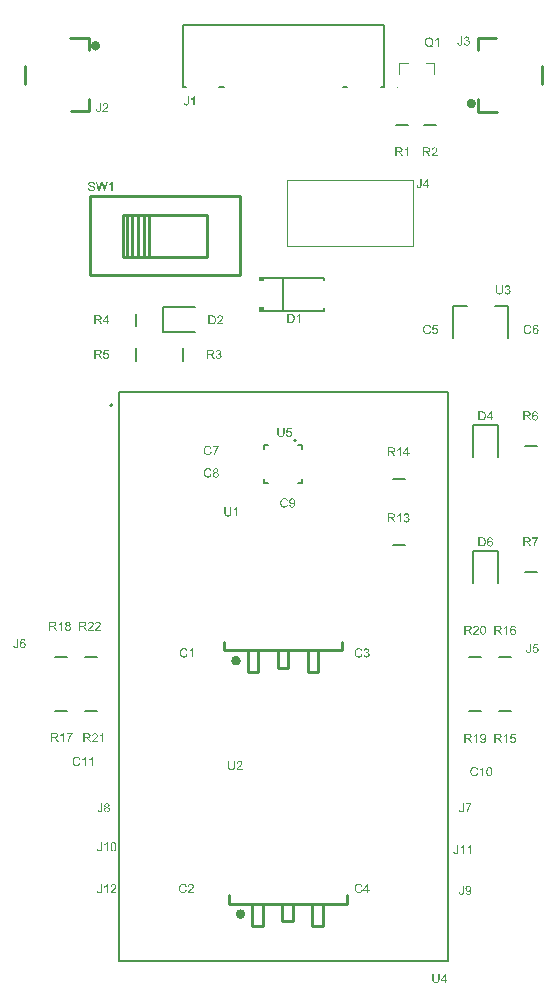
<source format=gto>
G04*
G04 #@! TF.GenerationSoftware,Altium Limited,Altium Designer,24.9.1 (31)*
G04*
G04 Layer_Color=65535*
%FSLAX44Y44*%
%MOMM*%
G71*
G04*
G04 #@! TF.SameCoordinates,D009CFA8-F13D-4BBB-A5DC-F2666AB139C3*
G04*
G04*
G04 #@! TF.FilePolarity,Positive*
G04*
G01*
G75*
%ADD10C,0.4000*%
%ADD11C,0.2000*%
%ADD12C,0.3988*%
%ADD13C,0.1500*%
%ADD14C,0.1000*%
%ADD15C,0.1524*%
%ADD16C,0.2540*%
%ADD17C,0.1270*%
%ADD18C,0.1500*%
%ADD19C,0.1200*%
G36*
X233582Y612983D02*
X233569Y608917D01*
X228974Y608963D01*
X229011Y612983D01*
X233582D01*
D01*
D02*
G37*
G36*
X233500Y638967D02*
X233487Y634901D01*
X228892Y634946D01*
X228928Y638967D01*
X233500D01*
D01*
D02*
G37*
G36*
X382131Y44290D02*
Y44279D01*
Y44235D01*
Y44179D01*
Y44101D01*
X382120Y44001D01*
Y43891D01*
X382109Y43757D01*
X382098Y43624D01*
X382065Y43324D01*
X382020Y43014D01*
X381954Y42714D01*
X381909Y42570D01*
X381865Y42436D01*
Y42425D01*
X381854Y42403D01*
X381832Y42370D01*
X381809Y42325D01*
X381743Y42203D01*
X381643Y42048D01*
X381510Y41870D01*
X381354Y41693D01*
X381155Y41504D01*
X380910Y41337D01*
X380899D01*
X380877Y41315D01*
X380844Y41304D01*
X380788Y41271D01*
X380722Y41238D01*
X380633Y41204D01*
X380544Y41171D01*
X380433Y41127D01*
X380311Y41082D01*
X380178Y41049D01*
X380033Y41016D01*
X379867Y40982D01*
X379700Y40960D01*
X379523Y40938D01*
X379123Y40916D01*
X379023D01*
X378946Y40927D01*
X378857D01*
X378746Y40938D01*
X378624Y40949D01*
X378502Y40960D01*
X378224Y41005D01*
X377924Y41071D01*
X377636Y41160D01*
X377358Y41282D01*
X377347D01*
X377325Y41304D01*
X377292Y41326D01*
X377247Y41349D01*
X377125Y41437D01*
X376981Y41560D01*
X376814Y41715D01*
X376659Y41892D01*
X376504Y42115D01*
X376382Y42359D01*
Y42370D01*
X376371Y42392D01*
X376359Y42436D01*
X376337Y42492D01*
X376315Y42558D01*
X376293Y42647D01*
X376259Y42747D01*
X376237Y42869D01*
X376215Y43003D01*
X376182Y43147D01*
X376160Y43302D01*
X376137Y43469D01*
X376115Y43657D01*
X376104Y43857D01*
X376093Y44068D01*
Y44290D01*
Y48730D01*
X377114D01*
Y44290D01*
Y44279D01*
Y44246D01*
Y44190D01*
Y44124D01*
X377125Y44046D01*
Y43946D01*
X377136Y43735D01*
X377159Y43491D01*
X377192Y43247D01*
X377236Y43014D01*
X377258Y42914D01*
X377292Y42814D01*
X377303Y42792D01*
X377325Y42736D01*
X377381Y42658D01*
X377447Y42547D01*
X377525Y42436D01*
X377636Y42314D01*
X377769Y42192D01*
X377924Y42092D01*
X377947Y42081D01*
X378002Y42048D01*
X378102Y42015D01*
X378235Y41970D01*
X378391Y41915D01*
X378590Y41881D01*
X378801Y41848D01*
X379034Y41837D01*
X379145D01*
X379212Y41848D01*
X379312D01*
X379412Y41859D01*
X379656Y41904D01*
X379922Y41959D01*
X380178Y42048D01*
X380422Y42170D01*
X380533Y42248D01*
X380633Y42337D01*
X380644Y42348D01*
X380655Y42359D01*
X380677Y42392D01*
X380710Y42436D01*
X380744Y42503D01*
X380788Y42570D01*
X380833Y42670D01*
X380877Y42769D01*
X380921Y42892D01*
X380955Y43036D01*
X380999Y43202D01*
X381032Y43380D01*
X381066Y43580D01*
X381088Y43791D01*
X381110Y44035D01*
Y44290D01*
Y48730D01*
X382131D01*
Y44290D01*
D02*
G37*
G36*
X387404Y43757D02*
X388447D01*
Y42892D01*
X387404D01*
Y41049D01*
X386460D01*
Y42892D01*
X383119D01*
Y43757D01*
X386638Y48730D01*
X387404D01*
Y43757D01*
D02*
G37*
G36*
X250897Y506570D02*
Y506559D01*
Y506515D01*
Y506459D01*
Y506381D01*
X250886Y506282D01*
Y506171D01*
X250875Y506037D01*
X250864Y505904D01*
X250830Y505604D01*
X250786Y505294D01*
X250720Y504994D01*
X250675Y504850D01*
X250631Y504716D01*
Y504705D01*
X250620Y504683D01*
X250597Y504650D01*
X250575Y504605D01*
X250509Y504483D01*
X250409Y504328D01*
X250275Y504150D01*
X250120Y503973D01*
X249920Y503784D01*
X249676Y503618D01*
X249665D01*
X249643Y503595D01*
X249610Y503584D01*
X249554Y503551D01*
X249487Y503518D01*
X249399Y503484D01*
X249310Y503451D01*
X249199Y503407D01*
X249077Y503362D01*
X248944Y503329D01*
X248799Y503296D01*
X248633Y503262D01*
X248466Y503240D01*
X248289Y503218D01*
X247889Y503196D01*
X247789D01*
X247712Y503207D01*
X247623D01*
X247512Y503218D01*
X247390Y503229D01*
X247267Y503240D01*
X246990Y503284D01*
X246690Y503351D01*
X246402Y503440D01*
X246124Y503562D01*
X246113D01*
X246091Y503584D01*
X246058Y503606D01*
X246013Y503629D01*
X245891Y503717D01*
X245747Y503839D01*
X245580Y503995D01*
X245425Y504173D01*
X245270Y504394D01*
X245147Y504639D01*
Y504650D01*
X245136Y504672D01*
X245125Y504716D01*
X245103Y504772D01*
X245081Y504838D01*
X245059Y504927D01*
X245025Y505027D01*
X245003Y505149D01*
X244981Y505283D01*
X244948Y505427D01*
X244925Y505582D01*
X244903Y505749D01*
X244881Y505937D01*
X244870Y506137D01*
X244859Y506348D01*
Y506570D01*
Y511010D01*
X245880D01*
Y506570D01*
Y506559D01*
Y506526D01*
Y506470D01*
Y506404D01*
X245891Y506326D01*
Y506226D01*
X245902Y506015D01*
X245924Y505771D01*
X245958Y505527D01*
X246002Y505294D01*
X246024Y505194D01*
X246058Y505094D01*
X246069Y505072D01*
X246091Y505016D01*
X246146Y504938D01*
X246213Y504827D01*
X246291Y504716D01*
X246402Y504594D01*
X246535Y504472D01*
X246690Y504372D01*
X246712Y504361D01*
X246768Y504328D01*
X246868Y504295D01*
X247001Y504250D01*
X247157Y504195D01*
X247356Y504161D01*
X247567Y504128D01*
X247800Y504117D01*
X247911D01*
X247978Y504128D01*
X248078D01*
X248178Y504139D01*
X248422Y504184D01*
X248688Y504239D01*
X248944Y504328D01*
X249188Y504450D01*
X249299Y504528D01*
X249399Y504617D01*
X249410Y504628D01*
X249421Y504639D01*
X249443Y504672D01*
X249476Y504716D01*
X249510Y504783D01*
X249554Y504850D01*
X249599Y504949D01*
X249643Y505049D01*
X249687Y505172D01*
X249721Y505316D01*
X249765Y505482D01*
X249798Y505660D01*
X249832Y505860D01*
X249854Y506071D01*
X249876Y506315D01*
Y506570D01*
Y511010D01*
X250897D01*
Y506570D01*
D02*
G37*
G36*
X256935Y510011D02*
X253861D01*
X253450Y507935D01*
X253461Y507947D01*
X253483Y507958D01*
X253517Y507980D01*
X253572Y508013D01*
X253639Y508046D01*
X253717Y508091D01*
X253894Y508180D01*
X254116Y508268D01*
X254360Y508346D01*
X254627Y508401D01*
X254760Y508424D01*
X255004D01*
X255071Y508413D01*
X255159Y508401D01*
X255259Y508390D01*
X255370Y508368D01*
X255492Y508335D01*
X255759Y508257D01*
X255903Y508202D01*
X256047Y508124D01*
X256192Y508046D01*
X256336Y507958D01*
X256469Y507847D01*
X256602Y507724D01*
X256614Y507713D01*
X256636Y507691D01*
X256669Y507658D01*
X256713Y507602D01*
X256769Y507525D01*
X256824Y507447D01*
X256891Y507347D01*
X256958Y507236D01*
X257013Y507114D01*
X257080Y506981D01*
X257135Y506825D01*
X257191Y506670D01*
X257235Y506503D01*
X257268Y506315D01*
X257291Y506126D01*
X257302Y505926D01*
Y505915D01*
Y505882D01*
Y505826D01*
X257291Y505749D01*
X257279Y505660D01*
X257268Y505560D01*
X257246Y505438D01*
X257224Y505316D01*
X257157Y505027D01*
X257046Y504728D01*
X256980Y504572D01*
X256891Y504428D01*
X256802Y504272D01*
X256691Y504128D01*
X256680Y504117D01*
X256658Y504084D01*
X256614Y504039D01*
X256558Y503984D01*
X256480Y503917D01*
X256392Y503828D01*
X256280Y503751D01*
X256158Y503662D01*
X256025Y503573D01*
X255870Y503495D01*
X255703Y503418D01*
X255526Y503340D01*
X255337Y503284D01*
X255126Y503240D01*
X254904Y503207D01*
X254671Y503196D01*
X254571D01*
X254494Y503207D01*
X254405Y503218D01*
X254305Y503229D01*
X254183Y503240D01*
X254061Y503273D01*
X253783Y503340D01*
X253506Y503440D01*
X253361Y503507D01*
X253217Y503584D01*
X253084Y503673D01*
X252951Y503773D01*
X252939Y503784D01*
X252917Y503795D01*
X252895Y503839D01*
X252851Y503884D01*
X252795Y503939D01*
X252740Y504006D01*
X252673Y504095D01*
X252618Y504195D01*
X252551Y504295D01*
X252484Y504417D01*
X252362Y504683D01*
X252262Y504994D01*
X252229Y505160D01*
X252207Y505338D01*
X253195Y505416D01*
Y505405D01*
Y505382D01*
X253206Y505349D01*
X253217Y505294D01*
X253250Y505172D01*
X253295Y505005D01*
X253361Y504838D01*
X253450Y504650D01*
X253561Y504483D01*
X253694Y504328D01*
X253717Y504317D01*
X253761Y504272D01*
X253850Y504217D01*
X253972Y504150D01*
X254105Y504084D01*
X254272Y504028D01*
X254460Y503984D01*
X254671Y503973D01*
X254738D01*
X254782Y503984D01*
X254915Y503995D01*
X255071Y504039D01*
X255259Y504095D01*
X255448Y504184D01*
X255648Y504317D01*
X255737Y504394D01*
X255825Y504483D01*
X255837Y504494D01*
X255848Y504506D01*
X255870Y504539D01*
X255903Y504572D01*
X255981Y504694D01*
X256070Y504850D01*
X256147Y505038D01*
X256225Y505271D01*
X256280Y505549D01*
X256303Y505693D01*
Y505849D01*
Y505860D01*
Y505882D01*
Y505926D01*
X256292Y505982D01*
Y506048D01*
X256280Y506126D01*
X256247Y506304D01*
X256192Y506515D01*
X256114Y506726D01*
X256003Y506925D01*
X255848Y507114D01*
Y507125D01*
X255825Y507136D01*
X255770Y507192D01*
X255670Y507269D01*
X255537Y507358D01*
X255359Y507436D01*
X255159Y507514D01*
X254926Y507569D01*
X254793Y507591D01*
X254582D01*
X254494Y507580D01*
X254382Y507569D01*
X254249Y507536D01*
X254116Y507503D01*
X253972Y507447D01*
X253827Y507380D01*
X253816Y507369D01*
X253772Y507347D01*
X253705Y507292D01*
X253617Y507236D01*
X253528Y507158D01*
X253439Y507058D01*
X253339Y506959D01*
X253261Y506837D01*
X252373Y506959D01*
X253117Y510910D01*
X256935D01*
Y510011D01*
D02*
G37*
G36*
X439886Y631666D02*
X440031Y631643D01*
X440208Y631610D01*
X440408Y631555D01*
X440608Y631488D01*
X440808Y631399D01*
X440819D01*
X440830Y631388D01*
X440896Y631355D01*
X440996Y631288D01*
X441107Y631211D01*
X441241Y631100D01*
X441374Y630977D01*
X441507Y630833D01*
X441618Y630667D01*
X441629Y630644D01*
X441662Y630589D01*
X441707Y630489D01*
X441762Y630367D01*
X441818Y630223D01*
X441862Y630056D01*
X441895Y629867D01*
X441907Y629679D01*
Y629656D01*
Y629590D01*
X441895Y629501D01*
X441873Y629379D01*
X441840Y629235D01*
X441784Y629079D01*
X441718Y628924D01*
X441629Y628769D01*
X441618Y628746D01*
X441585Y628702D01*
X441518Y628624D01*
X441429Y628535D01*
X441318Y628436D01*
X441185Y628325D01*
X441030Y628225D01*
X440841Y628125D01*
X440852D01*
X440874Y628114D01*
X440908Y628102D01*
X440952Y628091D01*
X441074Y628047D01*
X441229Y627980D01*
X441407Y627892D01*
X441585Y627781D01*
X441751Y627636D01*
X441907Y627470D01*
X441918Y627448D01*
X441962Y627381D01*
X442029Y627270D01*
X442095Y627126D01*
X442162Y626948D01*
X442228Y626737D01*
X442273Y626493D01*
X442284Y626227D01*
Y626216D01*
Y626182D01*
Y626127D01*
X442273Y626060D01*
X442262Y625971D01*
X442239Y625872D01*
X442217Y625760D01*
X442195Y625638D01*
X442106Y625372D01*
X442040Y625228D01*
X441973Y625094D01*
X441884Y624950D01*
X441784Y624806D01*
X441673Y624662D01*
X441540Y624528D01*
X441529Y624517D01*
X441507Y624495D01*
X441463Y624462D01*
X441407Y624417D01*
X441340Y624362D01*
X441252Y624306D01*
X441152Y624240D01*
X441030Y624184D01*
X440908Y624118D01*
X440763Y624051D01*
X440619Y623996D01*
X440452Y623940D01*
X440275Y623896D01*
X440086Y623862D01*
X439897Y623840D01*
X439687Y623829D01*
X439587D01*
X439520Y623840D01*
X439431Y623851D01*
X439331Y623862D01*
X439220Y623885D01*
X439098Y623907D01*
X438832Y623973D01*
X438554Y624084D01*
X438410Y624151D01*
X438277Y624229D01*
X438144Y624329D01*
X438010Y624428D01*
X437999Y624440D01*
X437977Y624462D01*
X437944Y624495D01*
X437911Y624539D01*
X437855Y624595D01*
X437800Y624673D01*
X437733Y624750D01*
X437666Y624850D01*
X437600Y624961D01*
X437533Y625072D01*
X437411Y625339D01*
X437311Y625649D01*
X437278Y625816D01*
X437256Y625994D01*
X438199Y626116D01*
Y626105D01*
X438210Y626082D01*
X438221Y626038D01*
X438232Y625983D01*
X438244Y625916D01*
X438266Y625838D01*
X438321Y625672D01*
X438399Y625472D01*
X438499Y625283D01*
X438610Y625106D01*
X438743Y624950D01*
X438765Y624939D01*
X438810Y624895D01*
X438899Y624839D01*
X439010Y624784D01*
X439143Y624717D01*
X439309Y624662D01*
X439498Y624617D01*
X439698Y624606D01*
X439764D01*
X439809Y624617D01*
X439931Y624628D01*
X440086Y624662D01*
X440264Y624717D01*
X440452Y624795D01*
X440641Y624906D01*
X440819Y625061D01*
X440841Y625083D01*
X440896Y625150D01*
X440963Y625250D01*
X441052Y625383D01*
X441141Y625550D01*
X441207Y625738D01*
X441263Y625960D01*
X441285Y626204D01*
Y626216D01*
Y626238D01*
Y626271D01*
X441274Y626315D01*
X441263Y626438D01*
X441229Y626582D01*
X441185Y626759D01*
X441107Y626937D01*
X440996Y627115D01*
X440852Y627281D01*
X440830Y627303D01*
X440774Y627348D01*
X440686Y627414D01*
X440564Y627492D01*
X440408Y627570D01*
X440219Y627636D01*
X440009Y627681D01*
X439775Y627703D01*
X439675D01*
X439598Y627692D01*
X439498Y627681D01*
X439387Y627659D01*
X439254Y627636D01*
X439109Y627603D01*
X439220Y628436D01*
X439276D01*
X439320Y628424D01*
X439465D01*
X439587Y628447D01*
X439731Y628469D01*
X439897Y628502D01*
X440086Y628558D01*
X440264Y628635D01*
X440452Y628735D01*
X440464D01*
X440475Y628746D01*
X440530Y628791D01*
X440608Y628868D01*
X440697Y628968D01*
X440785Y629113D01*
X440863Y629279D01*
X440919Y629468D01*
X440941Y629579D01*
Y629701D01*
Y629712D01*
Y629723D01*
Y629790D01*
X440919Y629879D01*
X440896Y630001D01*
X440852Y630134D01*
X440797Y630278D01*
X440708Y630422D01*
X440586Y630556D01*
X440575Y630567D01*
X440519Y630611D01*
X440441Y630667D01*
X440341Y630733D01*
X440208Y630789D01*
X440053Y630844D01*
X439875Y630889D01*
X439675Y630900D01*
X439587D01*
X439487Y630877D01*
X439354Y630855D01*
X439209Y630811D01*
X439065Y630755D01*
X438910Y630667D01*
X438765Y630556D01*
X438754Y630545D01*
X438710Y630489D01*
X438643Y630411D01*
X438565Y630300D01*
X438488Y630156D01*
X438410Y629978D01*
X438344Y629767D01*
X438299Y629523D01*
X437356Y629690D01*
Y629701D01*
X437367Y629734D01*
X437378Y629779D01*
X437389Y629845D01*
X437411Y629923D01*
X437444Y630012D01*
X437511Y630223D01*
X437622Y630467D01*
X437755Y630711D01*
X437922Y630944D01*
X438133Y631155D01*
X438144Y631166D01*
X438166Y631177D01*
X438199Y631199D01*
X438244Y631233D01*
X438299Y631277D01*
X438377Y631321D01*
X438455Y631366D01*
X438554Y631421D01*
X438776Y631510D01*
X439032Y631599D01*
X439331Y631655D01*
X439487Y631677D01*
X439764D01*
X439886Y631666D01*
D02*
G37*
G36*
X435935Y627203D02*
Y627192D01*
Y627148D01*
Y627092D01*
Y627015D01*
X435924Y626915D01*
Y626804D01*
X435913Y626671D01*
X435901Y626538D01*
X435868Y626238D01*
X435824Y625927D01*
X435757Y625627D01*
X435713Y625483D01*
X435668Y625350D01*
Y625339D01*
X435657Y625317D01*
X435635Y625283D01*
X435613Y625239D01*
X435546Y625117D01*
X435446Y624961D01*
X435313Y624784D01*
X435158Y624606D01*
X434958Y624417D01*
X434714Y624251D01*
X434703D01*
X434681Y624229D01*
X434647Y624218D01*
X434592Y624184D01*
X434525Y624151D01*
X434436Y624118D01*
X434348Y624084D01*
X434237Y624040D01*
X434114Y623996D01*
X433981Y623962D01*
X433837Y623929D01*
X433671Y623896D01*
X433504Y623873D01*
X433326Y623851D01*
X432927Y623829D01*
X432827D01*
X432749Y623840D01*
X432660D01*
X432549Y623851D01*
X432427Y623862D01*
X432305Y623873D01*
X432028Y623918D01*
X431728Y623984D01*
X431439Y624073D01*
X431162Y624195D01*
X431151D01*
X431129Y624218D01*
X431095Y624240D01*
X431051Y624262D01*
X430929Y624351D01*
X430784Y624473D01*
X430618Y624628D01*
X430463Y624806D01*
X430307Y625028D01*
X430185Y625272D01*
Y625283D01*
X430174Y625305D01*
X430163Y625350D01*
X430141Y625405D01*
X430118Y625472D01*
X430096Y625561D01*
X430063Y625661D01*
X430041Y625783D01*
X430019Y625916D01*
X429985Y626060D01*
X429963Y626216D01*
X429941Y626382D01*
X429919Y626571D01*
X429908Y626771D01*
X429897Y626981D01*
Y627203D01*
Y631643D01*
X430918D01*
Y627203D01*
Y627192D01*
Y627159D01*
Y627104D01*
Y627037D01*
X430929Y626959D01*
Y626859D01*
X430940Y626648D01*
X430962Y626404D01*
X430995Y626160D01*
X431040Y625927D01*
X431062Y625827D01*
X431095Y625727D01*
X431106Y625705D01*
X431129Y625649D01*
X431184Y625572D01*
X431251Y625461D01*
X431328Y625350D01*
X431439Y625228D01*
X431573Y625106D01*
X431728Y625006D01*
X431750Y624995D01*
X431806Y624961D01*
X431906Y624928D01*
X432039Y624884D01*
X432194Y624828D01*
X432394Y624795D01*
X432605Y624762D01*
X432838Y624750D01*
X432949D01*
X433016Y624762D01*
X433116D01*
X433215Y624773D01*
X433460Y624817D01*
X433726Y624873D01*
X433981Y624961D01*
X434226Y625083D01*
X434337Y625161D01*
X434436Y625250D01*
X434448Y625261D01*
X434459Y625272D01*
X434481Y625305D01*
X434514Y625350D01*
X434547Y625416D01*
X434592Y625483D01*
X434636Y625583D01*
X434681Y625683D01*
X434725Y625805D01*
X434758Y625949D01*
X434803Y626116D01*
X434836Y626293D01*
X434869Y626493D01*
X434892Y626704D01*
X434914Y626948D01*
Y627203D01*
Y631643D01*
X435935D01*
Y627203D01*
D02*
G37*
G36*
X209054Y224613D02*
Y224602D01*
Y224558D01*
Y224502D01*
Y224425D01*
X209043Y224325D01*
Y224214D01*
X209032Y224081D01*
X209020Y223948D01*
X208987Y223648D01*
X208943Y223337D01*
X208876Y223037D01*
X208832Y222893D01*
X208787Y222760D01*
Y222749D01*
X208776Y222726D01*
X208754Y222693D01*
X208732Y222649D01*
X208665Y222527D01*
X208565Y222371D01*
X208432Y222194D01*
X208277Y222016D01*
X208077Y221827D01*
X207833Y221661D01*
X207822D01*
X207799Y221639D01*
X207766Y221628D01*
X207711Y221594D01*
X207644Y221561D01*
X207555Y221528D01*
X207467Y221494D01*
X207355Y221450D01*
X207233Y221406D01*
X207100Y221372D01*
X206956Y221339D01*
X206789Y221306D01*
X206623Y221283D01*
X206445Y221261D01*
X206046Y221239D01*
X205946D01*
X205868Y221250D01*
X205779D01*
X205668Y221261D01*
X205546Y221272D01*
X205424Y221283D01*
X205147Y221328D01*
X204847Y221395D01*
X204558Y221483D01*
X204281Y221605D01*
X204270D01*
X204247Y221628D01*
X204214Y221650D01*
X204170Y221672D01*
X204048Y221761D01*
X203903Y221883D01*
X203737Y222038D01*
X203582Y222216D01*
X203426Y222438D01*
X203304Y222682D01*
Y222693D01*
X203293Y222715D01*
X203282Y222760D01*
X203260Y222815D01*
X203237Y222882D01*
X203215Y222971D01*
X203182Y223071D01*
X203160Y223193D01*
X203137Y223326D01*
X203104Y223470D01*
X203082Y223626D01*
X203060Y223792D01*
X203038Y223981D01*
X203027Y224181D01*
X203015Y224391D01*
Y224613D01*
Y229053D01*
X204037D01*
Y224613D01*
Y224602D01*
Y224569D01*
Y224513D01*
Y224447D01*
X204048Y224369D01*
Y224269D01*
X204059Y224058D01*
X204081Y223814D01*
X204114Y223570D01*
X204159Y223337D01*
X204181Y223237D01*
X204214Y223137D01*
X204225Y223115D01*
X204247Y223060D01*
X204303Y222982D01*
X204370Y222871D01*
X204447Y222760D01*
X204558Y222638D01*
X204692Y222516D01*
X204847Y222416D01*
X204869Y222405D01*
X204925Y222371D01*
X205025Y222338D01*
X205158Y222294D01*
X205313Y222238D01*
X205513Y222205D01*
X205724Y222171D01*
X205957Y222160D01*
X206068D01*
X206134Y222171D01*
X206234D01*
X206334Y222183D01*
X206579Y222227D01*
X206845Y222283D01*
X207100Y222371D01*
X207344Y222493D01*
X207455Y222571D01*
X207555Y222660D01*
X207566Y222671D01*
X207577Y222682D01*
X207600Y222715D01*
X207633Y222760D01*
X207666Y222826D01*
X207711Y222893D01*
X207755Y222993D01*
X207799Y223093D01*
X207844Y223215D01*
X207877Y223359D01*
X207922Y223526D01*
X207955Y223703D01*
X207988Y223903D01*
X208010Y224114D01*
X208033Y224358D01*
Y224613D01*
Y229053D01*
X209054D01*
Y224613D01*
D02*
G37*
G36*
X213094Y229076D02*
X213183Y229065D01*
X213294Y229053D01*
X213416Y229031D01*
X213538Y229009D01*
X213827Y228931D01*
X214115Y228820D01*
X214259Y228754D01*
X214404Y228676D01*
X214537Y228576D01*
X214659Y228465D01*
X214670Y228454D01*
X214692Y228443D01*
X214715Y228398D01*
X214759Y228354D01*
X214814Y228299D01*
X214870Y228221D01*
X214925Y228143D01*
X214992Y228043D01*
X215103Y227832D01*
X215214Y227566D01*
X215259Y227433D01*
X215281Y227277D01*
X215303Y227122D01*
X215314Y226956D01*
Y226933D01*
Y226878D01*
X215303Y226789D01*
X215292Y226667D01*
X215270Y226534D01*
X215225Y226378D01*
X215181Y226212D01*
X215114Y226045D01*
X215103Y226023D01*
X215081Y225968D01*
X215037Y225879D01*
X214970Y225757D01*
X214881Y225623D01*
X214770Y225457D01*
X214637Y225291D01*
X214482Y225102D01*
X214459Y225080D01*
X214404Y225013D01*
X214348Y224958D01*
X214293Y224902D01*
X214226Y224835D01*
X214137Y224747D01*
X214049Y224658D01*
X213938Y224558D01*
X213827Y224447D01*
X213694Y224325D01*
X213549Y224203D01*
X213394Y224058D01*
X213216Y223914D01*
X213039Y223759D01*
X213027Y223748D01*
X213005Y223725D01*
X212961Y223692D01*
X212905Y223648D01*
X212839Y223581D01*
X212761Y223515D01*
X212584Y223370D01*
X212395Y223204D01*
X212217Y223037D01*
X212062Y222893D01*
X211995Y222838D01*
X211940Y222782D01*
X211929Y222771D01*
X211895Y222738D01*
X211851Y222693D01*
X211795Y222627D01*
X211740Y222549D01*
X211673Y222471D01*
X211540Y222283D01*
X215325D01*
Y221372D01*
X210230D01*
Y221383D01*
Y221428D01*
Y221494D01*
X210241Y221583D01*
X210252Y221683D01*
X210275Y221794D01*
X210297Y221905D01*
X210341Y222027D01*
Y222038D01*
X210352Y222049D01*
X210375Y222116D01*
X210419Y222216D01*
X210486Y222349D01*
X210574Y222505D01*
X210685Y222682D01*
X210807Y222860D01*
X210963Y223048D01*
Y223060D01*
X210985Y223071D01*
X211041Y223137D01*
X211140Y223237D01*
X211285Y223381D01*
X211451Y223548D01*
X211662Y223748D01*
X211917Y223970D01*
X212195Y224203D01*
X212206Y224214D01*
X212250Y224247D01*
X212317Y224303D01*
X212395Y224369D01*
X212495Y224458D01*
X212617Y224558D01*
X212739Y224669D01*
X212883Y224791D01*
X213161Y225057D01*
X213438Y225324D01*
X213571Y225457D01*
X213694Y225590D01*
X213804Y225712D01*
X213893Y225834D01*
Y225846D01*
X213915Y225857D01*
X213938Y225890D01*
X213960Y225934D01*
X214037Y226056D01*
X214126Y226201D01*
X214204Y226378D01*
X214282Y226567D01*
X214326Y226778D01*
X214348Y226978D01*
Y226989D01*
Y227000D01*
X214337Y227066D01*
X214326Y227178D01*
X214293Y227300D01*
X214248Y227455D01*
X214171Y227610D01*
X214071Y227766D01*
X213938Y227921D01*
X213915Y227943D01*
X213860Y227988D01*
X213782Y228043D01*
X213660Y228121D01*
X213505Y228188D01*
X213327Y228254D01*
X213116Y228299D01*
X212883Y228310D01*
X212817D01*
X212772Y228299D01*
X212639Y228288D01*
X212484Y228254D01*
X212317Y228210D01*
X212128Y228132D01*
X211951Y228032D01*
X211784Y227899D01*
X211762Y227877D01*
X211718Y227821D01*
X211651Y227733D01*
X211584Y227599D01*
X211507Y227444D01*
X211440Y227244D01*
X211396Y227022D01*
X211374Y226767D01*
X210408Y226867D01*
Y226878D01*
X210419Y226911D01*
Y226967D01*
X210430Y227044D01*
X210452Y227133D01*
X210474Y227233D01*
X210508Y227355D01*
X210541Y227477D01*
X210630Y227744D01*
X210763Y228010D01*
X210841Y228143D01*
X210941Y228276D01*
X211041Y228398D01*
X211152Y228510D01*
X211163Y228521D01*
X211185Y228532D01*
X211218Y228565D01*
X211274Y228598D01*
X211340Y228643D01*
X211418Y228687D01*
X211507Y228743D01*
X211618Y228798D01*
X211740Y228854D01*
X211873Y228909D01*
X212017Y228953D01*
X212173Y228998D01*
X212339Y229031D01*
X212517Y229065D01*
X212706Y229076D01*
X212905Y229087D01*
X213016D01*
X213094Y229076D01*
D02*
G37*
G36*
X205949Y439243D02*
Y439232D01*
Y439188D01*
Y439132D01*
Y439055D01*
X205938Y438955D01*
Y438844D01*
X205926Y438711D01*
X205915Y438577D01*
X205882Y438278D01*
X205838Y437967D01*
X205771Y437667D01*
X205727Y437523D01*
X205682Y437390D01*
Y437379D01*
X205671Y437356D01*
X205649Y437323D01*
X205627Y437279D01*
X205560Y437157D01*
X205460Y437001D01*
X205327Y436824D01*
X205172Y436646D01*
X204972Y436457D01*
X204728Y436291D01*
X204716D01*
X204694Y436269D01*
X204661Y436258D01*
X204606Y436224D01*
X204539Y436191D01*
X204450Y436158D01*
X204361Y436124D01*
X204250Y436080D01*
X204128Y436036D01*
X203995Y436002D01*
X203851Y435969D01*
X203684Y435936D01*
X203518Y435914D01*
X203340Y435891D01*
X202941Y435869D01*
X202841D01*
X202763Y435880D01*
X202674D01*
X202563Y435891D01*
X202441Y435902D01*
X202319Y435914D01*
X202041Y435958D01*
X201742Y436025D01*
X201453Y436113D01*
X201176Y436235D01*
X201164D01*
X201142Y436258D01*
X201109Y436280D01*
X201065Y436302D01*
X200942Y436391D01*
X200798Y436513D01*
X200632Y436668D01*
X200476Y436846D01*
X200321Y437068D01*
X200199Y437312D01*
Y437323D01*
X200188Y437345D01*
X200177Y437390D01*
X200154Y437445D01*
X200132Y437512D01*
X200110Y437601D01*
X200077Y437701D01*
X200055Y437823D01*
X200032Y437956D01*
X199999Y438100D01*
X199977Y438256D01*
X199955Y438422D01*
X199932Y438611D01*
X199921Y438811D01*
X199910Y439021D01*
Y439243D01*
Y443683D01*
X200931D01*
Y439243D01*
Y439232D01*
Y439199D01*
Y439143D01*
Y439077D01*
X200942Y438999D01*
Y438899D01*
X200954Y438689D01*
X200976Y438444D01*
X201009Y438200D01*
X201054Y437967D01*
X201076Y437867D01*
X201109Y437767D01*
X201120Y437745D01*
X201142Y437690D01*
X201198Y437612D01*
X201264Y437501D01*
X201342Y437390D01*
X201453Y437268D01*
X201586Y437146D01*
X201742Y437046D01*
X201764Y437035D01*
X201819Y437001D01*
X201919Y436968D01*
X202052Y436924D01*
X202208Y436868D01*
X202408Y436835D01*
X202619Y436801D01*
X202852Y436790D01*
X202963D01*
X203029Y436801D01*
X203129D01*
X203229Y436813D01*
X203473Y436857D01*
X203740Y436912D01*
X203995Y437001D01*
X204239Y437123D01*
X204350Y437201D01*
X204450Y437290D01*
X204461Y437301D01*
X204472Y437312D01*
X204494Y437345D01*
X204528Y437390D01*
X204561Y437456D01*
X204606Y437523D01*
X204650Y437623D01*
X204694Y437723D01*
X204739Y437845D01*
X204772Y437989D01*
X204816Y438156D01*
X204850Y438333D01*
X204883Y438533D01*
X204905Y438744D01*
X204927Y438988D01*
Y439243D01*
Y443683D01*
X205949D01*
Y439243D01*
D02*
G37*
G36*
X210810Y436002D02*
X209867D01*
Y442007D01*
X209856Y441996D01*
X209800Y441952D01*
X209734Y441885D01*
X209623Y441808D01*
X209501Y441708D01*
X209345Y441597D01*
X209167Y441474D01*
X208968Y441352D01*
X208957D01*
X208946Y441341D01*
X208879Y441297D01*
X208768Y441241D01*
X208635Y441175D01*
X208479Y441097D01*
X208313Y441019D01*
X208146Y440942D01*
X207980Y440875D01*
Y441785D01*
X207991D01*
X208013Y441808D01*
X208057Y441819D01*
X208113Y441852D01*
X208180Y441885D01*
X208257Y441930D01*
X208446Y442041D01*
X208668Y442163D01*
X208890Y442318D01*
X209123Y442496D01*
X209356Y442684D01*
X209367Y442696D01*
X209378Y442707D01*
X209412Y442740D01*
X209456Y442773D01*
X209556Y442884D01*
X209689Y443017D01*
X209822Y443173D01*
X209967Y443350D01*
X210089Y443528D01*
X210200Y443717D01*
X210810D01*
Y436002D01*
D02*
G37*
G36*
X87678Y719345D02*
X87755D01*
X87966Y719323D01*
X88199Y719290D01*
X88443Y719234D01*
X88710Y719168D01*
X88954Y719079D01*
X88965D01*
X88987Y719068D01*
X89021Y719046D01*
X89065Y719024D01*
X89176Y718968D01*
X89320Y718868D01*
X89487Y718757D01*
X89653Y718613D01*
X89809Y718446D01*
X89953Y718258D01*
Y718247D01*
X89964Y718235D01*
X89986Y718202D01*
X90009Y718169D01*
X90064Y718058D01*
X90131Y717914D01*
X90208Y717736D01*
X90264Y717525D01*
X90319Y717303D01*
X90342Y717059D01*
X89365Y716981D01*
Y716992D01*
Y717014D01*
X89354Y717048D01*
X89343Y717103D01*
X89309Y717225D01*
X89265Y717392D01*
X89198Y717570D01*
X89098Y717747D01*
X88976Y717914D01*
X88821Y718069D01*
X88799Y718080D01*
X88743Y718124D01*
X88632Y718191D01*
X88488Y718258D01*
X88299Y718324D01*
X88077Y718391D01*
X87800Y718435D01*
X87489Y718446D01*
X87333D01*
X87267Y718435D01*
X87178Y718424D01*
X86978Y718402D01*
X86756Y718358D01*
X86534Y718302D01*
X86323Y718213D01*
X86235Y718158D01*
X86146Y718102D01*
X86124Y718091D01*
X86079Y718047D01*
X86013Y717969D01*
X85946Y717880D01*
X85868Y717758D01*
X85802Y717625D01*
X85757Y717470D01*
X85735Y717292D01*
Y717270D01*
Y717225D01*
X85746Y717148D01*
X85768Y717059D01*
X85802Y716948D01*
X85857Y716837D01*
X85924Y716726D01*
X86024Y716615D01*
X86035Y716604D01*
X86090Y716571D01*
X86135Y716537D01*
X86179Y716515D01*
X86246Y716482D01*
X86323Y716437D01*
X86423Y716404D01*
X86534Y716360D01*
X86656Y716315D01*
X86801Y716260D01*
X86956Y716215D01*
X87134Y716160D01*
X87333Y716115D01*
X87556Y716060D01*
X87567D01*
X87611Y716049D01*
X87678Y716038D01*
X87755Y716016D01*
X87855Y715993D01*
X87977Y715960D01*
X88099Y715927D01*
X88233Y715893D01*
X88521Y715816D01*
X88799Y715738D01*
X88932Y715694D01*
X89054Y715649D01*
X89165Y715616D01*
X89254Y715572D01*
X89265D01*
X89287Y715561D01*
X89320Y715538D01*
X89365Y715516D01*
X89487Y715450D01*
X89631Y715361D01*
X89798Y715239D01*
X89964Y715105D01*
X90120Y714950D01*
X90253Y714783D01*
X90264Y714761D01*
X90308Y714706D01*
X90353Y714606D01*
X90419Y714473D01*
X90475Y714317D01*
X90530Y714129D01*
X90563Y713918D01*
X90575Y713696D01*
Y713685D01*
Y713673D01*
Y713640D01*
Y713596D01*
X90552Y713474D01*
X90530Y713318D01*
X90486Y713141D01*
X90430Y712952D01*
X90342Y712752D01*
X90219Y712541D01*
Y712530D01*
X90208Y712519D01*
X90153Y712452D01*
X90075Y712353D01*
X89964Y712242D01*
X89820Y712108D01*
X89642Y711964D01*
X89443Y711831D01*
X89209Y711709D01*
X89198D01*
X89176Y711698D01*
X89143Y711687D01*
X89098Y711664D01*
X89032Y711642D01*
X88954Y711609D01*
X88777Y711564D01*
X88566Y711509D01*
X88310Y711453D01*
X88033Y711420D01*
X87733Y711409D01*
X87556D01*
X87467Y711420D01*
X87367D01*
X87256Y711431D01*
X87123Y711442D01*
X86845Y711487D01*
X86557Y711531D01*
X86268Y711609D01*
X85990Y711709D01*
X85979D01*
X85957Y711720D01*
X85924Y711742D01*
X85879Y711764D01*
X85746Y711831D01*
X85591Y711931D01*
X85413Y712064D01*
X85225Y712219D01*
X85047Y712408D01*
X84880Y712619D01*
Y712630D01*
X84858Y712652D01*
X84847Y712686D01*
X84814Y712730D01*
X84792Y712785D01*
X84758Y712852D01*
X84681Y713019D01*
X84603Y713230D01*
X84536Y713463D01*
X84492Y713729D01*
X84470Y714007D01*
X85424Y714095D01*
Y714084D01*
Y714073D01*
X85435Y714040D01*
Y713995D01*
X85458Y713895D01*
X85491Y713751D01*
X85535Y713607D01*
X85580Y713440D01*
X85657Y713285D01*
X85735Y713141D01*
X85746Y713130D01*
X85779Y713085D01*
X85835Y713008D01*
X85924Y712930D01*
X86035Y712830D01*
X86157Y712730D01*
X86323Y712630D01*
X86501Y712541D01*
X86512D01*
X86523Y712530D01*
X86557Y712519D01*
X86590Y712508D01*
X86701Y712475D01*
X86845Y712430D01*
X87023Y712386D01*
X87222Y712353D01*
X87444Y712330D01*
X87689Y712319D01*
X87789D01*
X87900Y712330D01*
X88033Y712342D01*
X88188Y712364D01*
X88366Y712386D01*
X88543Y712430D01*
X88710Y712486D01*
X88732Y712497D01*
X88788Y712519D01*
X88865Y712563D01*
X88965Y712608D01*
X89065Y712686D01*
X89176Y712763D01*
X89287Y712852D01*
X89376Y712963D01*
X89387Y712974D01*
X89409Y713019D01*
X89443Y713074D01*
X89487Y713163D01*
X89531Y713252D01*
X89565Y713363D01*
X89587Y713485D01*
X89598Y713618D01*
Y713629D01*
Y713685D01*
X89587Y713751D01*
X89576Y713840D01*
X89542Y713929D01*
X89509Y714040D01*
X89454Y714151D01*
X89376Y714251D01*
X89365Y714262D01*
X89332Y714295D01*
X89287Y714340D01*
X89209Y714406D01*
X89121Y714473D01*
X88998Y714550D01*
X88854Y714628D01*
X88688Y714695D01*
X88677Y714706D01*
X88621Y714717D01*
X88532Y714750D01*
X88477Y714761D01*
X88399Y714783D01*
X88321Y714817D01*
X88222Y714839D01*
X88111Y714872D01*
X87977Y714906D01*
X87844Y714939D01*
X87689Y714983D01*
X87511Y715028D01*
X87322Y715072D01*
X87311D01*
X87278Y715083D01*
X87222Y715094D01*
X87156Y715117D01*
X87067Y715139D01*
X86967Y715161D01*
X86745Y715228D01*
X86501Y715305D01*
X86246Y715383D01*
X86024Y715461D01*
X85924Y715505D01*
X85835Y715549D01*
X85824D01*
X85813Y715561D01*
X85746Y715605D01*
X85646Y715660D01*
X85535Y715749D01*
X85402Y715849D01*
X85269Y715971D01*
X85136Y716115D01*
X85025Y716271D01*
X85014Y716293D01*
X84980Y716349D01*
X84936Y716437D01*
X84892Y716548D01*
X84847Y716693D01*
X84803Y716859D01*
X84769Y717037D01*
X84758Y717225D01*
Y717236D01*
Y717248D01*
Y717281D01*
Y717325D01*
X84781Y717436D01*
X84803Y717581D01*
X84836Y717747D01*
X84892Y717936D01*
X84969Y718124D01*
X85080Y718313D01*
Y718324D01*
X85091Y718335D01*
X85147Y718402D01*
X85225Y718491D01*
X85324Y718602D01*
X85458Y718724D01*
X85624Y718857D01*
X85824Y718979D01*
X86046Y719090D01*
X86057D01*
X86079Y719101D01*
X86112Y719112D01*
X86157Y719135D01*
X86212Y719157D01*
X86290Y719179D01*
X86457Y719223D01*
X86667Y719268D01*
X86912Y719312D01*
X87167Y719345D01*
X87456Y719357D01*
X87600D01*
X87678Y719345D01*
D02*
G37*
G36*
X99044Y711542D02*
X98045D01*
X96435Y717392D01*
Y717403D01*
X96424Y717425D01*
X96413Y717458D01*
X96402Y717514D01*
X96369Y717636D01*
X96335Y717780D01*
X96291Y717936D01*
X96247Y718080D01*
X96213Y718202D01*
X96202Y718258D01*
X96191Y718291D01*
Y718280D01*
X96180Y718269D01*
X96169Y718202D01*
X96147Y718102D01*
X96113Y717980D01*
X96080Y717847D01*
X96036Y717692D01*
X96002Y717536D01*
X95958Y717392D01*
X94338Y711542D01*
X93272D01*
X91263Y719223D01*
X92317D01*
X93461Y714184D01*
Y714173D01*
X93472Y714151D01*
X93483Y714106D01*
X93494Y714051D01*
X93505Y713973D01*
X93527Y713895D01*
X93549Y713796D01*
X93572Y713685D01*
X93627Y713452D01*
X93683Y713185D01*
X93738Y712896D01*
X93794Y712608D01*
Y712619D01*
X93805Y712663D01*
X93827Y712719D01*
X93838Y712808D01*
X93860Y712896D01*
X93893Y713008D01*
X93949Y713252D01*
X94016Y713496D01*
X94038Y713618D01*
X94071Y713729D01*
X94093Y713829D01*
X94115Y713918D01*
X94138Y713984D01*
X94149Y714029D01*
X95603Y719223D01*
X96835D01*
X97923Y715327D01*
Y715316D01*
X97945Y715261D01*
X97967Y715183D01*
X97989Y715083D01*
X98023Y714950D01*
X98067Y714806D01*
X98111Y714639D01*
X98156Y714451D01*
X98211Y714240D01*
X98256Y714029D01*
X98356Y713574D01*
X98455Y713096D01*
X98533Y712608D01*
Y712619D01*
X98544Y712641D01*
Y712686D01*
X98567Y712741D01*
X98578Y712808D01*
X98600Y712885D01*
X98611Y712985D01*
X98644Y713096D01*
X98700Y713341D01*
X98766Y713629D01*
X98833Y713940D01*
X98922Y714284D01*
X100120Y719223D01*
X101153D01*
X99044Y711542D01*
D02*
G37*
G36*
X105271D02*
X104327D01*
Y717547D01*
X104316Y717536D01*
X104261Y717492D01*
X104194Y717425D01*
X104083Y717347D01*
X103961Y717248D01*
X103806Y717137D01*
X103628Y717014D01*
X103428Y716892D01*
X103417D01*
X103406Y716881D01*
X103339Y716837D01*
X103228Y716781D01*
X103095Y716715D01*
X102940Y716637D01*
X102773Y716560D01*
X102607Y716482D01*
X102440Y716415D01*
Y717325D01*
X102451D01*
X102474Y717347D01*
X102518Y717359D01*
X102573Y717392D01*
X102640Y717425D01*
X102718Y717470D01*
X102907Y717581D01*
X103128Y717703D01*
X103350Y717858D01*
X103584Y718036D01*
X103817Y718224D01*
X103828Y718235D01*
X103839Y718247D01*
X103872Y718280D01*
X103917Y718313D01*
X104017Y718424D01*
X104150Y718557D01*
X104283Y718713D01*
X104427Y718890D01*
X104549Y719068D01*
X104660Y719257D01*
X105271D01*
Y711542D01*
D02*
G37*
G36*
X93141Y346912D02*
X93229Y346901D01*
X93340Y346890D01*
X93462Y346868D01*
X93585Y346846D01*
X93873Y346768D01*
X94162Y346657D01*
X94306Y346590D01*
X94450Y346512D01*
X94584Y346413D01*
X94706Y346302D01*
X94717Y346291D01*
X94739Y346279D01*
X94761Y346235D01*
X94806Y346191D01*
X94861Y346135D01*
X94916Y346057D01*
X94972Y345980D01*
X95039Y345880D01*
X95150Y345669D01*
X95261Y345403D01*
X95305Y345269D01*
X95327Y345114D01*
X95349Y344959D01*
X95360Y344792D01*
Y344770D01*
Y344714D01*
X95349Y344626D01*
X95338Y344504D01*
X95316Y344370D01*
X95272Y344215D01*
X95227Y344048D01*
X95161Y343882D01*
X95150Y343860D01*
X95127Y343804D01*
X95083Y343715D01*
X95016Y343593D01*
X94928Y343460D01*
X94817Y343294D01*
X94684Y343127D01*
X94528Y342938D01*
X94506Y342916D01*
X94450Y342850D01*
X94395Y342794D01*
X94339Y342739D01*
X94273Y342672D01*
X94184Y342583D01*
X94095Y342494D01*
X93984Y342394D01*
X93873Y342284D01*
X93740Y342161D01*
X93596Y342039D01*
X93440Y341895D01*
X93263Y341751D01*
X93085Y341595D01*
X93074Y341584D01*
X93052Y341562D01*
X93007Y341529D01*
X92952Y341484D01*
X92885Y341418D01*
X92808Y341351D01*
X92630Y341207D01*
X92441Y341040D01*
X92264Y340874D01*
X92108Y340729D01*
X92042Y340674D01*
X91986Y340619D01*
X91975Y340607D01*
X91942Y340574D01*
X91897Y340530D01*
X91842Y340463D01*
X91786Y340386D01*
X91720Y340308D01*
X91587Y340119D01*
X95372D01*
Y339209D01*
X90277D01*
Y339220D01*
Y339264D01*
Y339331D01*
X90288Y339420D01*
X90299Y339520D01*
X90321Y339631D01*
X90343Y339742D01*
X90388Y339864D01*
Y339875D01*
X90399Y339886D01*
X90421Y339953D01*
X90465Y340052D01*
X90532Y340186D01*
X90621Y340341D01*
X90732Y340519D01*
X90854Y340696D01*
X91009Y340885D01*
Y340896D01*
X91032Y340907D01*
X91087Y340974D01*
X91187Y341074D01*
X91331Y341218D01*
X91498Y341384D01*
X91709Y341584D01*
X91964Y341806D01*
X92241Y342039D01*
X92253Y342050D01*
X92297Y342084D01*
X92364Y342139D01*
X92441Y342206D01*
X92541Y342295D01*
X92663Y342394D01*
X92785Y342505D01*
X92930Y342628D01*
X93207Y342894D01*
X93485Y343160D01*
X93618Y343294D01*
X93740Y343427D01*
X93851Y343549D01*
X93940Y343671D01*
Y343682D01*
X93962Y343693D01*
X93984Y343727D01*
X94006Y343771D01*
X94084Y343893D01*
X94173Y344037D01*
X94251Y344215D01*
X94328Y344404D01*
X94373Y344614D01*
X94395Y344814D01*
Y344825D01*
Y344837D01*
X94384Y344903D01*
X94373Y345014D01*
X94339Y345136D01*
X94295Y345292D01*
X94217Y345447D01*
X94117Y345602D01*
X93984Y345758D01*
X93962Y345780D01*
X93906Y345824D01*
X93829Y345880D01*
X93707Y345958D01*
X93551Y346024D01*
X93374Y346091D01*
X93163Y346135D01*
X92930Y346146D01*
X92863D01*
X92819Y346135D01*
X92685Y346124D01*
X92530Y346091D01*
X92364Y346046D01*
X92175Y345969D01*
X91997Y345869D01*
X91831Y345736D01*
X91809Y345713D01*
X91764Y345658D01*
X91698Y345569D01*
X91631Y345436D01*
X91553Y345280D01*
X91487Y345081D01*
X91442Y344859D01*
X91420Y344603D01*
X90454Y344703D01*
Y344714D01*
X90465Y344748D01*
Y344803D01*
X90477Y344881D01*
X90499Y344970D01*
X90521Y345070D01*
X90554Y345192D01*
X90588Y345314D01*
X90676Y345580D01*
X90810Y345847D01*
X90887Y345980D01*
X90987Y346113D01*
X91087Y346235D01*
X91198Y346346D01*
X91209Y346357D01*
X91231Y346368D01*
X91265Y346401D01*
X91320Y346435D01*
X91387Y346479D01*
X91465Y346524D01*
X91553Y346579D01*
X91664Y346635D01*
X91786Y346690D01*
X91920Y346746D01*
X92064Y346790D01*
X92219Y346834D01*
X92386Y346868D01*
X92563Y346901D01*
X92752Y346912D01*
X92952Y346923D01*
X93063D01*
X93141Y346912D01*
D02*
G37*
G36*
X87169D02*
X87258Y346901D01*
X87369Y346890D01*
X87491Y346868D01*
X87613Y346846D01*
X87901Y346768D01*
X88190Y346657D01*
X88334Y346590D01*
X88479Y346512D01*
X88612Y346413D01*
X88734Y346302D01*
X88745Y346291D01*
X88767Y346279D01*
X88790Y346235D01*
X88834Y346191D01*
X88889Y346135D01*
X88945Y346057D01*
X89000Y345980D01*
X89067Y345880D01*
X89178Y345669D01*
X89289Y345403D01*
X89333Y345269D01*
X89355Y345114D01*
X89378Y344959D01*
X89389Y344792D01*
Y344770D01*
Y344714D01*
X89378Y344626D01*
X89367Y344504D01*
X89344Y344370D01*
X89300Y344215D01*
X89256Y344048D01*
X89189Y343882D01*
X89178Y343860D01*
X89156Y343804D01*
X89111Y343715D01*
X89045Y343593D01*
X88956Y343460D01*
X88845Y343294D01*
X88712Y343127D01*
X88556Y342938D01*
X88534Y342916D01*
X88479Y342850D01*
X88423Y342794D01*
X88368Y342739D01*
X88301Y342672D01*
X88212Y342583D01*
X88124Y342494D01*
X88013Y342394D01*
X87901Y342284D01*
X87768Y342161D01*
X87624Y342039D01*
X87469Y341895D01*
X87291Y341751D01*
X87113Y341595D01*
X87102Y341584D01*
X87080Y341562D01*
X87036Y341529D01*
X86980Y341484D01*
X86914Y341418D01*
X86836Y341351D01*
X86658Y341207D01*
X86470Y341040D01*
X86292Y340874D01*
X86137Y340729D01*
X86070Y340674D01*
X86014Y340619D01*
X86003Y340607D01*
X85970Y340574D01*
X85926Y340530D01*
X85870Y340463D01*
X85815Y340386D01*
X85748Y340308D01*
X85615Y340119D01*
X89400D01*
Y339209D01*
X84305D01*
Y339220D01*
Y339264D01*
Y339331D01*
X84316Y339420D01*
X84327Y339520D01*
X84349Y339631D01*
X84372Y339742D01*
X84416Y339864D01*
Y339875D01*
X84427Y339886D01*
X84449Y339953D01*
X84494Y340052D01*
X84560Y340186D01*
X84649Y340341D01*
X84760Y340519D01*
X84882Y340696D01*
X85038Y340885D01*
Y340896D01*
X85060Y340907D01*
X85115Y340974D01*
X85215Y341074D01*
X85360Y341218D01*
X85526Y341384D01*
X85737Y341584D01*
X85992Y341806D01*
X86270Y342039D01*
X86281Y342050D01*
X86325Y342084D01*
X86392Y342139D01*
X86470Y342206D01*
X86569Y342295D01*
X86692Y342394D01*
X86814Y342505D01*
X86958Y342628D01*
X87235Y342894D01*
X87513Y343160D01*
X87646Y343294D01*
X87768Y343427D01*
X87879Y343549D01*
X87968Y343671D01*
Y343682D01*
X87990Y343693D01*
X88013Y343727D01*
X88035Y343771D01*
X88112Y343893D01*
X88201Y344037D01*
X88279Y344215D01*
X88357Y344404D01*
X88401Y344614D01*
X88423Y344814D01*
Y344825D01*
Y344837D01*
X88412Y344903D01*
X88401Y345014D01*
X88368Y345136D01*
X88323Y345292D01*
X88246Y345447D01*
X88146Y345602D01*
X88013Y345758D01*
X87990Y345780D01*
X87935Y345824D01*
X87857Y345880D01*
X87735Y345958D01*
X87580Y346024D01*
X87402Y346091D01*
X87191Y346135D01*
X86958Y346146D01*
X86891D01*
X86847Y346135D01*
X86714Y346124D01*
X86558Y346091D01*
X86392Y346046D01*
X86203Y345969D01*
X86026Y345869D01*
X85859Y345736D01*
X85837Y345713D01*
X85793Y345658D01*
X85726Y345569D01*
X85659Y345436D01*
X85582Y345280D01*
X85515Y345081D01*
X85471Y344859D01*
X85448Y344603D01*
X84483Y344703D01*
Y344714D01*
X84494Y344748D01*
Y344803D01*
X84505Y344881D01*
X84527Y344970D01*
X84549Y345070D01*
X84583Y345192D01*
X84616Y345314D01*
X84705Y345580D01*
X84838Y345847D01*
X84916Y345980D01*
X85015Y346113D01*
X85115Y346235D01*
X85226Y346346D01*
X85238Y346357D01*
X85260Y346368D01*
X85293Y346401D01*
X85349Y346435D01*
X85415Y346479D01*
X85493Y346524D01*
X85582Y346579D01*
X85693Y346635D01*
X85815Y346690D01*
X85948Y346746D01*
X86092Y346790D01*
X86248Y346834D01*
X86414Y346868D01*
X86592Y346901D01*
X86780Y346912D01*
X86980Y346923D01*
X87091D01*
X87169Y346912D01*
D02*
G37*
G36*
X80742Y346879D02*
X80842D01*
X81075Y346868D01*
X81319Y346834D01*
X81586Y346801D01*
X81830Y346746D01*
X81952Y346712D01*
X82052Y346679D01*
X82063D01*
X82074Y346668D01*
X82141Y346635D01*
X82241Y346590D01*
X82363Y346512D01*
X82496Y346413D01*
X82640Y346279D01*
X82773Y346124D01*
X82907Y345947D01*
Y345935D01*
X82918Y345924D01*
X82962Y345858D01*
X83006Y345747D01*
X83073Y345602D01*
X83129Y345436D01*
X83184Y345236D01*
X83217Y345025D01*
X83229Y344792D01*
Y344781D01*
Y344759D01*
Y344714D01*
X83217Y344659D01*
Y344581D01*
X83206Y344504D01*
X83162Y344315D01*
X83095Y344093D01*
X83006Y343860D01*
X82873Y343627D01*
X82785Y343516D01*
X82696Y343405D01*
X82685Y343394D01*
X82674Y343382D01*
X82640Y343349D01*
X82596Y343316D01*
X82540Y343271D01*
X82474Y343227D01*
X82385Y343172D01*
X82296Y343105D01*
X82185Y343049D01*
X82063Y342994D01*
X81930Y342927D01*
X81785Y342872D01*
X81619Y342827D01*
X81453Y342772D01*
X81264Y342739D01*
X81064Y342705D01*
X81086Y342694D01*
X81131Y342672D01*
X81197Y342628D01*
X81286Y342583D01*
X81486Y342461D01*
X81586Y342383D01*
X81674Y342317D01*
X81697Y342295D01*
X81752Y342239D01*
X81841Y342150D01*
X81952Y342039D01*
X82074Y341884D01*
X82218Y341717D01*
X82363Y341518D01*
X82518Y341296D01*
X83839Y339209D01*
X82574D01*
X81564Y340807D01*
Y340818D01*
X81541Y340840D01*
X81519Y340874D01*
X81486Y340918D01*
X81408Y341040D01*
X81308Y341196D01*
X81186Y341362D01*
X81064Y341540D01*
X80942Y341706D01*
X80831Y341862D01*
X80820Y341873D01*
X80787Y341917D01*
X80731Y341984D01*
X80653Y342062D01*
X80487Y342228D01*
X80398Y342306D01*
X80309Y342372D01*
X80298Y342383D01*
X80276Y342394D01*
X80232Y342417D01*
X80165Y342450D01*
X80098Y342483D01*
X80021Y342517D01*
X79843Y342572D01*
X79832D01*
X79810Y342583D01*
X79765D01*
X79710Y342594D01*
X79632Y342605D01*
X79543D01*
X79421Y342617D01*
X78112D01*
Y339209D01*
X77090D01*
Y346890D01*
X80653D01*
X80742Y346879D01*
D02*
G37*
G36*
X97413Y244656D02*
X96470D01*
Y250661D01*
X96459Y250650D01*
X96403Y250606D01*
X96336Y250539D01*
X96225Y250462D01*
X96103Y250362D01*
X95948Y250251D01*
X95770Y250128D01*
X95570Y250006D01*
X95559D01*
X95548Y249995D01*
X95482Y249951D01*
X95371Y249895D01*
X95238Y249829D01*
X95082Y249751D01*
X94916Y249673D01*
X94749Y249596D01*
X94583Y249529D01*
Y250439D01*
X94594D01*
X94616Y250462D01*
X94660Y250473D01*
X94716Y250506D01*
X94782Y250539D01*
X94860Y250584D01*
X95049Y250695D01*
X95271Y250817D01*
X95493Y250972D01*
X95726Y251150D01*
X95959Y251338D01*
X95970Y251350D01*
X95981Y251361D01*
X96014Y251394D01*
X96059Y251427D01*
X96159Y251538D01*
X96292Y251671D01*
X96425Y251827D01*
X96569Y252004D01*
X96692Y252182D01*
X96803Y252371D01*
X97413D01*
Y244656D01*
D02*
G37*
G36*
X90620Y252360D02*
X90709Y252348D01*
X90820Y252337D01*
X90942Y252315D01*
X91064Y252293D01*
X91353Y252215D01*
X91641Y252104D01*
X91785Y252038D01*
X91930Y251960D01*
X92063Y251860D01*
X92185Y251749D01*
X92196Y251738D01*
X92218Y251727D01*
X92240Y251682D01*
X92285Y251638D01*
X92340Y251583D01*
X92396Y251505D01*
X92451Y251427D01*
X92518Y251327D01*
X92629Y251116D01*
X92740Y250850D01*
X92784Y250717D01*
X92807Y250561D01*
X92829Y250406D01*
X92840Y250240D01*
Y250217D01*
Y250162D01*
X92829Y250073D01*
X92818Y249951D01*
X92795Y249818D01*
X92751Y249662D01*
X92707Y249496D01*
X92640Y249329D01*
X92629Y249307D01*
X92607Y249252D01*
X92562Y249163D01*
X92496Y249041D01*
X92407Y248908D01*
X92296Y248741D01*
X92163Y248575D01*
X92007Y248386D01*
X91985Y248364D01*
X91930Y248297D01*
X91874Y248242D01*
X91819Y248186D01*
X91752Y248119D01*
X91663Y248031D01*
X91574Y247942D01*
X91463Y247842D01*
X91353Y247731D01*
X91219Y247609D01*
X91075Y247487D01*
X90920Y247342D01*
X90742Y247198D01*
X90564Y247043D01*
X90553Y247032D01*
X90531Y247010D01*
X90487Y246976D01*
X90431Y246932D01*
X90365Y246865D01*
X90287Y246799D01*
X90109Y246654D01*
X89921Y246488D01*
X89743Y246321D01*
X89588Y246177D01*
X89521Y246122D01*
X89466Y246066D01*
X89454Y246055D01*
X89421Y246022D01*
X89377Y245977D01*
X89321Y245911D01*
X89266Y245833D01*
X89199Y245755D01*
X89066Y245567D01*
X92851D01*
Y244656D01*
X87756D01*
Y244667D01*
Y244712D01*
Y244778D01*
X87767Y244867D01*
X87778Y244967D01*
X87801Y245078D01*
X87823Y245189D01*
X87867Y245311D01*
Y245322D01*
X87878Y245333D01*
X87900Y245400D01*
X87945Y245500D01*
X88012Y245633D01*
X88100Y245788D01*
X88211Y245966D01*
X88333Y246144D01*
X88489Y246332D01*
Y246343D01*
X88511Y246355D01*
X88567Y246421D01*
X88666Y246521D01*
X88811Y246665D01*
X88977Y246832D01*
X89188Y247032D01*
X89443Y247254D01*
X89721Y247487D01*
X89732Y247498D01*
X89776Y247531D01*
X89843Y247587D01*
X89921Y247653D01*
X90021Y247742D01*
X90143Y247842D01*
X90265Y247953D01*
X90409Y248075D01*
X90687Y248341D01*
X90964Y248608D01*
X91097Y248741D01*
X91219Y248874D01*
X91330Y248996D01*
X91419Y249118D01*
Y249130D01*
X91441Y249141D01*
X91463Y249174D01*
X91486Y249218D01*
X91563Y249340D01*
X91652Y249485D01*
X91730Y249662D01*
X91808Y249851D01*
X91852Y250062D01*
X91874Y250262D01*
Y250273D01*
Y250284D01*
X91863Y250350D01*
X91852Y250462D01*
X91819Y250584D01*
X91774Y250739D01*
X91697Y250894D01*
X91597Y251050D01*
X91463Y251205D01*
X91441Y251227D01*
X91386Y251272D01*
X91308Y251327D01*
X91186Y251405D01*
X91031Y251472D01*
X90853Y251538D01*
X90642Y251583D01*
X90409Y251594D01*
X90343D01*
X90298Y251583D01*
X90165Y251572D01*
X90009Y251538D01*
X89843Y251494D01*
X89654Y251416D01*
X89477Y251316D01*
X89310Y251183D01*
X89288Y251161D01*
X89244Y251105D01*
X89177Y251017D01*
X89110Y250883D01*
X89033Y250728D01*
X88966Y250528D01*
X88922Y250306D01*
X88899Y250051D01*
X87934Y250151D01*
Y250162D01*
X87945Y250195D01*
Y250251D01*
X87956Y250328D01*
X87978Y250417D01*
X88000Y250517D01*
X88034Y250639D01*
X88067Y250761D01*
X88156Y251028D01*
X88289Y251294D01*
X88367Y251427D01*
X88467Y251560D01*
X88567Y251682D01*
X88678Y251793D01*
X88689Y251805D01*
X88711Y251816D01*
X88744Y251849D01*
X88800Y251882D01*
X88866Y251927D01*
X88944Y251971D01*
X89033Y252027D01*
X89144Y252082D01*
X89266Y252138D01*
X89399Y252193D01*
X89543Y252237D01*
X89699Y252282D01*
X89865Y252315D01*
X90043Y252348D01*
X90232Y252360D01*
X90431Y252371D01*
X90542D01*
X90620Y252360D01*
D02*
G37*
G36*
X84193Y252326D02*
X84293D01*
X84526Y252315D01*
X84770Y252282D01*
X85037Y252249D01*
X85281Y252193D01*
X85403Y252160D01*
X85503Y252127D01*
X85514D01*
X85525Y252115D01*
X85592Y252082D01*
X85692Y252038D01*
X85814Y251960D01*
X85947Y251860D01*
X86091Y251727D01*
X86224Y251572D01*
X86358Y251394D01*
Y251383D01*
X86369Y251372D01*
X86413Y251305D01*
X86458Y251194D01*
X86524Y251050D01*
X86580Y250883D01*
X86635Y250683D01*
X86668Y250473D01*
X86679Y250240D01*
Y250228D01*
Y250206D01*
Y250162D01*
X86668Y250106D01*
Y250029D01*
X86657Y249951D01*
X86613Y249762D01*
X86546Y249540D01*
X86458Y249307D01*
X86324Y249074D01*
X86236Y248963D01*
X86147Y248852D01*
X86136Y248841D01*
X86124Y248830D01*
X86091Y248797D01*
X86047Y248763D01*
X85991Y248719D01*
X85925Y248674D01*
X85836Y248619D01*
X85747Y248552D01*
X85636Y248497D01*
X85514Y248441D01*
X85381Y248375D01*
X85237Y248319D01*
X85070Y248275D01*
X84904Y248219D01*
X84715Y248186D01*
X84515Y248153D01*
X84537Y248142D01*
X84582Y248119D01*
X84648Y248075D01*
X84737Y248031D01*
X84937Y247908D01*
X85037Y247831D01*
X85126Y247764D01*
X85148Y247742D01*
X85203Y247687D01*
X85292Y247598D01*
X85403Y247487D01*
X85525Y247331D01*
X85669Y247165D01*
X85814Y246965D01*
X85969Y246743D01*
X87290Y244656D01*
X86025D01*
X85015Y246255D01*
Y246266D01*
X84992Y246288D01*
X84970Y246321D01*
X84937Y246366D01*
X84859Y246488D01*
X84759Y246643D01*
X84637Y246810D01*
X84515Y246987D01*
X84393Y247154D01*
X84282Y247309D01*
X84271Y247320D01*
X84238Y247365D01*
X84182Y247431D01*
X84104Y247509D01*
X83938Y247675D01*
X83849Y247753D01*
X83760Y247820D01*
X83749Y247831D01*
X83727Y247842D01*
X83683Y247864D01*
X83616Y247897D01*
X83549Y247931D01*
X83472Y247964D01*
X83294Y248020D01*
X83283D01*
X83261Y248031D01*
X83216D01*
X83161Y248042D01*
X83083Y248053D01*
X82994D01*
X82872Y248064D01*
X81562D01*
Y244656D01*
X80541D01*
Y252337D01*
X84104D01*
X84193Y252326D01*
D02*
G37*
G36*
X413280Y343536D02*
X413369Y343525D01*
X413480Y343513D01*
X413602Y343491D01*
X413724Y343469D01*
X414013Y343391D01*
X414302Y343280D01*
X414446Y343214D01*
X414590Y343136D01*
X414723Y343036D01*
X414846Y342925D01*
X414857Y342914D01*
X414879Y342903D01*
X414901Y342859D01*
X414945Y342814D01*
X415001Y342759D01*
X415056Y342681D01*
X415112Y342603D01*
X415178Y342503D01*
X415289Y342292D01*
X415401Y342026D01*
X415445Y341893D01*
X415467Y341737D01*
X415489Y341582D01*
X415500Y341415D01*
Y341393D01*
Y341338D01*
X415489Y341249D01*
X415478Y341127D01*
X415456Y340994D01*
X415412Y340838D01*
X415367Y340672D01*
X415301Y340505D01*
X415289Y340483D01*
X415267Y340428D01*
X415223Y340339D01*
X415156Y340217D01*
X415067Y340084D01*
X414957Y339917D01*
X414823Y339751D01*
X414668Y339562D01*
X414646Y339540D01*
X414590Y339473D01*
X414535Y339417D01*
X414479Y339362D01*
X414413Y339295D01*
X414324Y339207D01*
X414235Y339118D01*
X414124Y339018D01*
X414013Y338907D01*
X413880Y338785D01*
X413736Y338663D01*
X413580Y338518D01*
X413403Y338374D01*
X413225Y338219D01*
X413214Y338208D01*
X413192Y338186D01*
X413147Y338152D01*
X413092Y338108D01*
X413025Y338041D01*
X412948Y337975D01*
X412770Y337830D01*
X412581Y337664D01*
X412404Y337497D01*
X412248Y337353D01*
X412182Y337298D01*
X412126Y337242D01*
X412115Y337231D01*
X412082Y337198D01*
X412037Y337153D01*
X411982Y337087D01*
X411926Y337009D01*
X411860Y336931D01*
X411726Y336743D01*
X415512D01*
Y335832D01*
X410417D01*
Y335843D01*
Y335888D01*
Y335954D01*
X410428Y336043D01*
X410439Y336143D01*
X410461Y336254D01*
X410483Y336365D01*
X410528Y336487D01*
Y336498D01*
X410539Y336509D01*
X410561Y336576D01*
X410605Y336676D01*
X410672Y336809D01*
X410761Y336964D01*
X410872Y337142D01*
X410994Y337320D01*
X411149Y337508D01*
Y337519D01*
X411171Y337531D01*
X411227Y337597D01*
X411327Y337697D01*
X411471Y337841D01*
X411638Y338008D01*
X411849Y338208D01*
X412104Y338430D01*
X412381Y338663D01*
X412393Y338674D01*
X412437Y338707D01*
X412504Y338763D01*
X412581Y338829D01*
X412681Y338918D01*
X412803Y339018D01*
X412925Y339129D01*
X413070Y339251D01*
X413347Y339517D01*
X413624Y339784D01*
X413758Y339917D01*
X413880Y340050D01*
X413991Y340172D01*
X414080Y340294D01*
Y340305D01*
X414102Y340317D01*
X414124Y340350D01*
X414146Y340394D01*
X414224Y340516D01*
X414313Y340661D01*
X414390Y340838D01*
X414468Y341027D01*
X414512Y341238D01*
X414535Y341438D01*
Y341449D01*
Y341460D01*
X414524Y341526D01*
X414512Y341637D01*
X414479Y341760D01*
X414435Y341915D01*
X414357Y342070D01*
X414257Y342226D01*
X414124Y342381D01*
X414102Y342403D01*
X414046Y342448D01*
X413969Y342503D01*
X413847Y342581D01*
X413691Y342648D01*
X413513Y342714D01*
X413303Y342759D01*
X413070Y342770D01*
X413003D01*
X412959Y342759D01*
X412825Y342747D01*
X412670Y342714D01*
X412504Y342670D01*
X412315Y342592D01*
X412137Y342492D01*
X411971Y342359D01*
X411949Y342337D01*
X411904Y342281D01*
X411838Y342192D01*
X411771Y342059D01*
X411693Y341904D01*
X411627Y341704D01*
X411582Y341482D01*
X411560Y341227D01*
X410594Y341327D01*
Y341338D01*
X410605Y341371D01*
Y341427D01*
X410616Y341504D01*
X410639Y341593D01*
X410661Y341693D01*
X410694Y341815D01*
X410728Y341937D01*
X410816Y342204D01*
X410950Y342470D01*
X411027Y342603D01*
X411127Y342736D01*
X411227Y342859D01*
X411338Y342970D01*
X411349Y342981D01*
X411371Y342992D01*
X411405Y343025D01*
X411460Y343058D01*
X411527Y343103D01*
X411604Y343147D01*
X411693Y343203D01*
X411804Y343258D01*
X411926Y343314D01*
X412060Y343369D01*
X412204Y343414D01*
X412359Y343458D01*
X412526Y343491D01*
X412703Y343525D01*
X412892Y343536D01*
X413092Y343547D01*
X413203D01*
X413280Y343536D01*
D02*
G37*
G36*
X406854Y343502D02*
X406954D01*
X407187Y343491D01*
X407431Y343458D01*
X407697Y343425D01*
X407941Y343369D01*
X408064Y343336D01*
X408163Y343302D01*
X408175D01*
X408186Y343291D01*
X408252Y343258D01*
X408352Y343214D01*
X408474Y343136D01*
X408607Y343036D01*
X408752Y342903D01*
X408885Y342747D01*
X409018Y342570D01*
Y342559D01*
X409029Y342548D01*
X409074Y342481D01*
X409118Y342370D01*
X409185Y342226D01*
X409240Y342059D01*
X409296Y341860D01*
X409329Y341649D01*
X409340Y341415D01*
Y341404D01*
Y341382D01*
Y341338D01*
X409329Y341282D01*
Y341205D01*
X409318Y341127D01*
X409273Y340938D01*
X409207Y340716D01*
X409118Y340483D01*
X408985Y340250D01*
X408896Y340139D01*
X408807Y340028D01*
X408796Y340017D01*
X408785Y340006D01*
X408752Y339972D01*
X408707Y339939D01*
X408652Y339895D01*
X408585Y339850D01*
X408496Y339795D01*
X408408Y339728D01*
X408297Y339673D01*
X408175Y339617D01*
X408041Y339551D01*
X407897Y339495D01*
X407731Y339451D01*
X407564Y339395D01*
X407375Y339362D01*
X407176Y339329D01*
X407198Y339318D01*
X407242Y339295D01*
X407309Y339251D01*
X407398Y339207D01*
X407597Y339085D01*
X407697Y339007D01*
X407786Y338940D01*
X407808Y338918D01*
X407864Y338862D01*
X407952Y338774D01*
X408064Y338663D01*
X408186Y338507D01*
X408330Y338341D01*
X408474Y338141D01*
X408630Y337919D01*
X409950Y335832D01*
X408685D01*
X407675Y337431D01*
Y337442D01*
X407653Y337464D01*
X407631Y337497D01*
X407597Y337542D01*
X407520Y337664D01*
X407420Y337819D01*
X407298Y337986D01*
X407176Y338163D01*
X407053Y338330D01*
X406942Y338485D01*
X406931Y338496D01*
X406898Y338541D01*
X406843Y338607D01*
X406765Y338685D01*
X406598Y338851D01*
X406510Y338929D01*
X406421Y338996D01*
X406410Y339007D01*
X406387Y339018D01*
X406343Y339040D01*
X406277Y339073D01*
X406210Y339107D01*
X406132Y339140D01*
X405955Y339196D01*
X405943D01*
X405921Y339207D01*
X405877D01*
X405821Y339218D01*
X405744Y339229D01*
X405655D01*
X405533Y339240D01*
X404223D01*
Y335832D01*
X403202D01*
Y343513D01*
X406765D01*
X406854Y343502D01*
D02*
G37*
G36*
X419252Y343536D02*
X419396Y343513D01*
X419563Y343480D01*
X419740Y343436D01*
X419929Y343380D01*
X420107Y343291D01*
X420118D01*
X420129Y343280D01*
X420185Y343247D01*
X420273Y343191D01*
X420384Y343114D01*
X420506Y343003D01*
X420640Y342881D01*
X420762Y342736D01*
X420884Y342570D01*
X420895Y342548D01*
X420939Y342492D01*
X420984Y342392D01*
X421061Y342248D01*
X421128Y342081D01*
X421217Y341893D01*
X421295Y341671D01*
X421361Y341427D01*
Y341415D01*
X421372Y341393D01*
X421383Y341360D01*
X421394Y341305D01*
X421405Y341238D01*
X421417Y341160D01*
X421439Y341060D01*
X421450Y340949D01*
X421472Y340827D01*
X421483Y340694D01*
X421494Y340539D01*
X421516Y340383D01*
X421528Y340206D01*
Y340028D01*
X421539Y339828D01*
Y339617D01*
Y339606D01*
Y339562D01*
Y339484D01*
Y339395D01*
X421528Y339273D01*
Y339140D01*
X421516Y338996D01*
X421505Y338840D01*
X421472Y338485D01*
X421417Y338119D01*
X421350Y337764D01*
X421306Y337597D01*
X421250Y337431D01*
Y337420D01*
X421239Y337397D01*
X421217Y337353D01*
X421195Y337298D01*
X421172Y337220D01*
X421128Y337142D01*
X421039Y336953D01*
X420928Y336754D01*
X420784Y336532D01*
X420617Y336332D01*
X420418Y336143D01*
X420406D01*
X420395Y336121D01*
X420362Y336099D01*
X420318Y336077D01*
X420262Y336043D01*
X420207Y335999D01*
X420040Y335921D01*
X419840Y335843D01*
X419607Y335766D01*
X419330Y335721D01*
X419030Y335699D01*
X418919D01*
X418842Y335710D01*
X418753Y335721D01*
X418642Y335743D01*
X418520Y335766D01*
X418386Y335799D01*
X418253Y335843D01*
X418109Y335888D01*
X417965Y335954D01*
X417820Y336032D01*
X417676Y336121D01*
X417532Y336232D01*
X417398Y336354D01*
X417276Y336487D01*
X417265Y336498D01*
X417243Y336532D01*
X417210Y336587D01*
X417154Y336676D01*
X417099Y336776D01*
X417043Y336909D01*
X416966Y337064D01*
X416899Y337242D01*
X416832Y337442D01*
X416766Y337675D01*
X416699Y337930D01*
X416644Y338219D01*
X416588Y338530D01*
X416555Y338862D01*
X416533Y339229D01*
X416522Y339617D01*
Y339628D01*
Y339673D01*
Y339751D01*
Y339839D01*
X416533Y339961D01*
Y340095D01*
X416544Y340239D01*
X416555Y340405D01*
X416588Y340750D01*
X416644Y341116D01*
X416710Y341482D01*
X416755Y341649D01*
X416799Y341815D01*
Y341826D01*
X416810Y341848D01*
X416832Y341893D01*
X416855Y341948D01*
X416877Y342026D01*
X416921Y342104D01*
X417010Y342292D01*
X417121Y342492D01*
X417265Y342703D01*
X417432Y342914D01*
X417632Y343092D01*
X417643D01*
X417654Y343114D01*
X417687Y343136D01*
X417732Y343158D01*
X417787Y343203D01*
X417854Y343236D01*
X418020Y343325D01*
X418220Y343402D01*
X418453Y343480D01*
X418731Y343525D01*
X419030Y343547D01*
X419130D01*
X419252Y343536D01*
D02*
G37*
G36*
X419047Y251936D02*
X419102D01*
X419180Y251924D01*
X419369Y251891D01*
X419580Y251847D01*
X419813Y251769D01*
X420046Y251669D01*
X420279Y251536D01*
X420290D01*
X420301Y251514D01*
X420334Y251492D01*
X420379Y251458D01*
X420490Y251369D01*
X420634Y251247D01*
X420778Y251081D01*
X420945Y250881D01*
X421089Y250648D01*
X421222Y250382D01*
Y250371D01*
X421233Y250348D01*
X421256Y250304D01*
X421278Y250248D01*
X421300Y250171D01*
X421333Y250071D01*
X421356Y249960D01*
X421389Y249838D01*
X421422Y249693D01*
X421455Y249527D01*
X421478Y249349D01*
X421500Y249161D01*
X421522Y248950D01*
X421544Y248728D01*
X421555Y248484D01*
Y248228D01*
Y248217D01*
Y248162D01*
Y248084D01*
Y247984D01*
X421544Y247862D01*
Y247718D01*
X421533Y247551D01*
X421511Y247385D01*
X421478Y247007D01*
X421422Y246608D01*
X421344Y246230D01*
X421289Y246042D01*
X421233Y245875D01*
Y245864D01*
X421222Y245842D01*
X421200Y245797D01*
X421178Y245731D01*
X421145Y245664D01*
X421100Y245575D01*
X420989Y245387D01*
X420856Y245176D01*
X420701Y244954D01*
X420501Y244743D01*
X420279Y244554D01*
X420268D01*
X420246Y244532D01*
X420212Y244510D01*
X420168Y244488D01*
X420101Y244454D01*
X420035Y244410D01*
X419946Y244366D01*
X419857Y244332D01*
X419646Y244243D01*
X419391Y244166D01*
X419113Y244121D01*
X418803Y244099D01*
X418714D01*
X418658Y244110D01*
X418581D01*
X418492Y244121D01*
X418281Y244166D01*
X418048Y244221D01*
X417804Y244310D01*
X417559Y244432D01*
X417437Y244510D01*
X417326Y244599D01*
X417315Y244610D01*
X417304Y244621D01*
X417271Y244654D01*
X417238Y244687D01*
X417193Y244743D01*
X417138Y244809D01*
X417027Y244965D01*
X416916Y245165D01*
X416805Y245409D01*
X416716Y245686D01*
X416649Y246008D01*
X417559Y246086D01*
Y246075D01*
X417570Y246053D01*
Y246031D01*
X417582Y245986D01*
X417615Y245864D01*
X417659Y245731D01*
X417715Y245575D01*
X417793Y245420D01*
X417881Y245276D01*
X417992Y245154D01*
X418003Y245142D01*
X418048Y245109D01*
X418125Y245065D01*
X418214Y245020D01*
X418336Y244965D01*
X418481Y244921D01*
X418647Y244887D01*
X418825Y244876D01*
X418903D01*
X418980Y244887D01*
X419080Y244898D01*
X419202Y244921D01*
X419324Y244954D01*
X419458Y244998D01*
X419580Y245065D01*
X419591Y245076D01*
X419635Y245098D01*
X419702Y245142D01*
X419768Y245209D01*
X419857Y245287D01*
X419946Y245376D01*
X420035Y245476D01*
X420123Y245598D01*
X420135Y245609D01*
X420157Y245664D01*
X420201Y245742D01*
X420246Y245842D01*
X420301Y245975D01*
X420357Y246130D01*
X420412Y246308D01*
X420468Y246508D01*
Y246519D01*
X420479Y246530D01*
Y246563D01*
X420490Y246608D01*
X420512Y246719D01*
X420545Y246863D01*
X420568Y247041D01*
X420590Y247229D01*
X420601Y247440D01*
X420612Y247662D01*
Y247673D01*
Y247707D01*
Y247762D01*
Y247851D01*
X420601Y247829D01*
X420556Y247773D01*
X420490Y247695D01*
X420412Y247584D01*
X420301Y247473D01*
X420168Y247351D01*
X420013Y247229D01*
X419835Y247118D01*
X419813Y247107D01*
X419746Y247074D01*
X419646Y247029D01*
X419524Y246985D01*
X419358Y246930D01*
X419180Y246885D01*
X418980Y246852D01*
X418769Y246841D01*
X418680D01*
X418614Y246852D01*
X418525Y246863D01*
X418436Y246874D01*
X418325Y246896D01*
X418214Y246930D01*
X417959Y247007D01*
X417826Y247063D01*
X417693Y247129D01*
X417548Y247207D01*
X417415Y247307D01*
X417282Y247407D01*
X417160Y247529D01*
X417149Y247540D01*
X417127Y247562D01*
X417104Y247596D01*
X417060Y247651D01*
X417004Y247729D01*
X416949Y247806D01*
X416894Y247906D01*
X416838Y248017D01*
X416771Y248139D01*
X416716Y248273D01*
X416660Y248428D01*
X416605Y248583D01*
X416561Y248761D01*
X416538Y248950D01*
X416516Y249138D01*
X416505Y249349D01*
Y249360D01*
Y249405D01*
Y249460D01*
X416516Y249538D01*
X416527Y249638D01*
X416538Y249760D01*
X416561Y249882D01*
X416594Y250026D01*
X416671Y250315D01*
X416727Y250470D01*
X416794Y250637D01*
X416871Y250792D01*
X416971Y250937D01*
X417071Y251092D01*
X417193Y251225D01*
X417204Y251236D01*
X417226Y251259D01*
X417260Y251292D01*
X417315Y251336D01*
X417382Y251392D01*
X417471Y251458D01*
X417559Y251514D01*
X417670Y251591D01*
X417781Y251658D01*
X417915Y251714D01*
X418214Y251836D01*
X418370Y251880D01*
X418547Y251913D01*
X418725Y251936D01*
X418914Y251947D01*
X418991D01*
X419047Y251936D01*
D02*
G37*
G36*
X414085Y244232D02*
X413142D01*
Y250237D01*
X413131Y250226D01*
X413075Y250182D01*
X413008Y250115D01*
X412897Y250037D01*
X412775Y249938D01*
X412620Y249827D01*
X412442Y249704D01*
X412243Y249582D01*
X412231D01*
X412220Y249571D01*
X412154Y249527D01*
X412043Y249471D01*
X411910Y249405D01*
X411754Y249327D01*
X411588Y249249D01*
X411421Y249172D01*
X411255Y249105D01*
Y250015D01*
X411266D01*
X411288Y250037D01*
X411333Y250049D01*
X411388Y250082D01*
X411455Y250115D01*
X411532Y250160D01*
X411721Y250271D01*
X411943Y250393D01*
X412165Y250548D01*
X412398Y250726D01*
X412631Y250914D01*
X412642Y250926D01*
X412653Y250937D01*
X412687Y250970D01*
X412731Y251003D01*
X412831Y251114D01*
X412964Y251247D01*
X413097Y251403D01*
X413242Y251580D01*
X413364Y251758D01*
X413475Y251947D01*
X414085D01*
Y244232D01*
D02*
G37*
G36*
X406837Y251902D02*
X406937D01*
X407170Y251891D01*
X407414Y251858D01*
X407681Y251825D01*
X407925Y251769D01*
X408047Y251736D01*
X408147Y251702D01*
X408158D01*
X408169Y251691D01*
X408236Y251658D01*
X408335Y251614D01*
X408458Y251536D01*
X408591Y251436D01*
X408735Y251303D01*
X408868Y251147D01*
X409002Y250970D01*
Y250959D01*
X409013Y250948D01*
X409057Y250881D01*
X409101Y250770D01*
X409168Y250626D01*
X409224Y250459D01*
X409279Y250259D01*
X409312Y250049D01*
X409323Y249816D01*
Y249804D01*
Y249782D01*
Y249738D01*
X409312Y249682D01*
Y249605D01*
X409301Y249527D01*
X409257Y249338D01*
X409190Y249116D01*
X409101Y248883D01*
X408968Y248650D01*
X408879Y248539D01*
X408791Y248428D01*
X408779Y248417D01*
X408768Y248406D01*
X408735Y248372D01*
X408691Y248339D01*
X408635Y248295D01*
X408569Y248250D01*
X408480Y248195D01*
X408391Y248128D01*
X408280Y248073D01*
X408158Y248017D01*
X408025Y247951D01*
X407880Y247895D01*
X407714Y247851D01*
X407547Y247795D01*
X407359Y247762D01*
X407159Y247729D01*
X407181Y247718D01*
X407225Y247695D01*
X407292Y247651D01*
X407381Y247607D01*
X407581Y247484D01*
X407681Y247407D01*
X407769Y247340D01*
X407792Y247318D01*
X407847Y247262D01*
X407936Y247174D01*
X408047Y247063D01*
X408169Y246907D01*
X408313Y246741D01*
X408458Y246541D01*
X408613Y246319D01*
X409934Y244232D01*
X408669D01*
X407658Y245831D01*
Y245842D01*
X407636Y245864D01*
X407614Y245897D01*
X407581Y245942D01*
X407503Y246064D01*
X407403Y246219D01*
X407281Y246386D01*
X407159Y246563D01*
X407037Y246730D01*
X406926Y246885D01*
X406915Y246896D01*
X406881Y246941D01*
X406826Y247007D01*
X406748Y247085D01*
X406582Y247251D01*
X406493Y247329D01*
X406404Y247396D01*
X406393Y247407D01*
X406371Y247418D01*
X406326Y247440D01*
X406260Y247473D01*
X406193Y247507D01*
X406115Y247540D01*
X405938Y247596D01*
X405927D01*
X405905Y247607D01*
X405860D01*
X405805Y247618D01*
X405727Y247629D01*
X405638D01*
X405516Y247640D01*
X404206D01*
Y244232D01*
X403185D01*
Y251913D01*
X406748D01*
X406837Y251902D01*
D02*
G37*
G36*
X62590Y339209D02*
X61647D01*
Y345214D01*
X61636Y345203D01*
X61580Y345158D01*
X61514Y345092D01*
X61403Y345014D01*
X61280Y344914D01*
X61125Y344803D01*
X60947Y344681D01*
X60748Y344559D01*
X60737D01*
X60725Y344548D01*
X60659Y344504D01*
X60548Y344448D01*
X60415Y344381D01*
X60259Y344304D01*
X60093Y344226D01*
X59926Y344148D01*
X59760Y344082D01*
Y344992D01*
X59771D01*
X59793Y345014D01*
X59837Y345025D01*
X59893Y345059D01*
X59960Y345092D01*
X60037Y345136D01*
X60226Y345247D01*
X60448Y345369D01*
X60670Y345525D01*
X60903Y345702D01*
X61136Y345891D01*
X61147Y345902D01*
X61158Y345913D01*
X61192Y345947D01*
X61236Y345980D01*
X61336Y346091D01*
X61469Y346224D01*
X61602Y346379D01*
X61747Y346557D01*
X61869Y346735D01*
X61980Y346923D01*
X62590D01*
Y339209D01*
D02*
G37*
G36*
X55342Y346879D02*
X55442D01*
X55675Y346868D01*
X55919Y346834D01*
X56186Y346801D01*
X56430Y346746D01*
X56552Y346712D01*
X56652Y346679D01*
X56663D01*
X56674Y346668D01*
X56741Y346635D01*
X56841Y346590D01*
X56963Y346512D01*
X57096Y346413D01*
X57240Y346279D01*
X57373Y346124D01*
X57507Y345947D01*
Y345935D01*
X57518Y345924D01*
X57562Y345858D01*
X57607Y345747D01*
X57673Y345602D01*
X57729Y345436D01*
X57784Y345236D01*
X57817Y345025D01*
X57828Y344792D01*
Y344781D01*
Y344759D01*
Y344714D01*
X57817Y344659D01*
Y344581D01*
X57806Y344504D01*
X57762Y344315D01*
X57695Y344093D01*
X57607Y343860D01*
X57473Y343627D01*
X57385Y343516D01*
X57296Y343405D01*
X57285Y343394D01*
X57274Y343382D01*
X57240Y343349D01*
X57196Y343316D01*
X57140Y343271D01*
X57074Y343227D01*
X56985Y343172D01*
X56896Y343105D01*
X56785Y343049D01*
X56663Y342994D01*
X56530Y342927D01*
X56385Y342872D01*
X56219Y342827D01*
X56052Y342772D01*
X55864Y342739D01*
X55664Y342705D01*
X55686Y342694D01*
X55731Y342672D01*
X55797Y342628D01*
X55886Y342583D01*
X56086Y342461D01*
X56186Y342383D01*
X56274Y342317D01*
X56297Y342295D01*
X56352Y342239D01*
X56441Y342150D01*
X56552Y342039D01*
X56674Y341884D01*
X56818Y341717D01*
X56963Y341518D01*
X57118Y341296D01*
X58439Y339209D01*
X57174D01*
X56164Y340807D01*
Y340818D01*
X56141Y340840D01*
X56119Y340874D01*
X56086Y340918D01*
X56008Y341040D01*
X55908Y341196D01*
X55786Y341362D01*
X55664Y341540D01*
X55542Y341706D01*
X55431Y341862D01*
X55420Y341873D01*
X55387Y341917D01*
X55331Y341984D01*
X55253Y342062D01*
X55087Y342228D01*
X54998Y342306D01*
X54909Y342372D01*
X54898Y342383D01*
X54876Y342394D01*
X54832Y342417D01*
X54765Y342450D01*
X54698Y342483D01*
X54621Y342517D01*
X54443Y342572D01*
X54432D01*
X54410Y342583D01*
X54365D01*
X54310Y342594D01*
X54232Y342605D01*
X54143D01*
X54021Y342617D01*
X52712D01*
Y339209D01*
X51690D01*
Y346890D01*
X55253D01*
X55342Y346879D01*
D02*
G37*
G36*
X67674Y346912D02*
X67763Y346901D01*
X67863Y346890D01*
X67974Y346879D01*
X68085Y346846D01*
X68351Y346779D01*
X68618Y346679D01*
X68751Y346612D01*
X68884Y346535D01*
X69006Y346435D01*
X69128Y346335D01*
X69139Y346324D01*
X69150Y346313D01*
X69184Y346279D01*
X69228Y346235D01*
X69272Y346168D01*
X69328Y346102D01*
X69439Y345935D01*
X69550Y345724D01*
X69650Y345480D01*
X69727Y345203D01*
X69738Y345059D01*
X69750Y344903D01*
Y344892D01*
Y344881D01*
Y344814D01*
X69738Y344714D01*
X69716Y344592D01*
X69683Y344437D01*
X69627Y344282D01*
X69561Y344126D01*
X69461Y343971D01*
X69450Y343949D01*
X69406Y343904D01*
X69339Y343838D01*
X69250Y343749D01*
X69128Y343649D01*
X68984Y343549D01*
X68817Y343449D01*
X68618Y343360D01*
X68629D01*
X68651Y343349D01*
X68684Y343338D01*
X68728Y343316D01*
X68862Y343260D01*
X69017Y343183D01*
X69184Y343072D01*
X69361Y342949D01*
X69528Y342794D01*
X69683Y342617D01*
Y342605D01*
X69694Y342594D01*
X69738Y342528D01*
X69805Y342417D01*
X69872Y342272D01*
X69938Y342095D01*
X70005Y341884D01*
X70049Y341651D01*
X70060Y341395D01*
Y341384D01*
Y341351D01*
Y341296D01*
X70049Y341229D01*
X70038Y341151D01*
X70027Y341051D01*
X70005Y340940D01*
X69972Y340818D01*
X69894Y340563D01*
X69838Y340419D01*
X69761Y340286D01*
X69683Y340141D01*
X69594Y340008D01*
X69483Y339875D01*
X69361Y339742D01*
X69350Y339731D01*
X69328Y339708D01*
X69295Y339675D01*
X69239Y339642D01*
X69161Y339586D01*
X69084Y339531D01*
X68984Y339475D01*
X68873Y339409D01*
X68751Y339342D01*
X68606Y339287D01*
X68451Y339231D01*
X68296Y339176D01*
X68118Y339142D01*
X67929Y339109D01*
X67741Y339087D01*
X67530Y339076D01*
X67419D01*
X67341Y339087D01*
X67241Y339098D01*
X67130Y339109D01*
X67008Y339131D01*
X66875Y339165D01*
X66575Y339242D01*
X66420Y339298D01*
X66275Y339353D01*
X66120Y339431D01*
X65965Y339520D01*
X65820Y339620D01*
X65687Y339742D01*
X65676Y339753D01*
X65654Y339775D01*
X65620Y339808D01*
X65576Y339864D01*
X65532Y339930D01*
X65465Y340008D01*
X65410Y340097D01*
X65343Y340208D01*
X65276Y340319D01*
X65221Y340452D01*
X65110Y340729D01*
X65065Y340896D01*
X65032Y341063D01*
X65010Y341240D01*
X64999Y341418D01*
Y341429D01*
Y341451D01*
Y341495D01*
X65010Y341540D01*
Y341606D01*
X65021Y341684D01*
X65043Y341862D01*
X65088Y342062D01*
X65154Y342261D01*
X65254Y342472D01*
X65376Y342672D01*
Y342683D01*
X65399Y342694D01*
X65443Y342750D01*
X65532Y342839D01*
X65654Y342949D01*
X65809Y343060D01*
X65998Y343183D01*
X66209Y343283D01*
X66464Y343360D01*
X66453D01*
X66442Y343371D01*
X66409Y343382D01*
X66364Y343405D01*
X66264Y343449D01*
X66131Y343516D01*
X65987Y343604D01*
X65842Y343715D01*
X65709Y343838D01*
X65587Y343971D01*
X65576Y343993D01*
X65543Y344037D01*
X65498Y344126D01*
X65454Y344237D01*
X65399Y344381D01*
X65354Y344548D01*
X65321Y344737D01*
X65310Y344936D01*
Y344948D01*
Y344970D01*
Y345014D01*
X65321Y345081D01*
X65332Y345147D01*
X65343Y345236D01*
X65387Y345425D01*
X65454Y345647D01*
X65565Y345880D01*
X65632Y346002D01*
X65709Y346124D01*
X65809Y346235D01*
X65909Y346346D01*
X65920Y346357D01*
X65942Y346368D01*
X65976Y346401D01*
X66020Y346435D01*
X66076Y346479D01*
X66153Y346524D01*
X66242Y346579D01*
X66331Y346635D01*
X66442Y346690D01*
X66564Y346746D01*
X66697Y346790D01*
X66842Y346834D01*
X67152Y346901D01*
X67330Y346912D01*
X67508Y346923D01*
X67607D01*
X67674Y346912D01*
D02*
G37*
G36*
X71410Y251900D02*
X71398Y251889D01*
X71376Y251867D01*
X71332Y251823D01*
X71287Y251756D01*
X71221Y251678D01*
X71132Y251590D01*
X71043Y251479D01*
X70943Y251345D01*
X70843Y251212D01*
X70721Y251057D01*
X70599Y250879D01*
X70477Y250702D01*
X70344Y250502D01*
X70211Y250291D01*
X70078Y250058D01*
X69944Y249825D01*
X69933Y249813D01*
X69911Y249769D01*
X69878Y249702D01*
X69822Y249603D01*
X69767Y249481D01*
X69700Y249347D01*
X69623Y249192D01*
X69545Y249014D01*
X69456Y248815D01*
X69356Y248615D01*
X69267Y248393D01*
X69179Y248160D01*
X69001Y247682D01*
X68834Y247172D01*
Y247161D01*
X68823Y247127D01*
X68812Y247072D01*
X68790Y247005D01*
X68768Y246917D01*
X68746Y246805D01*
X68712Y246683D01*
X68690Y246550D01*
X68657Y246395D01*
X68623Y246228D01*
X68568Y245873D01*
X68513Y245485D01*
X68479Y245063D01*
X67513D01*
Y245074D01*
Y245107D01*
Y245152D01*
X67525Y245218D01*
Y245307D01*
X67536Y245418D01*
X67547Y245540D01*
X67558Y245673D01*
X67580Y245829D01*
X67602Y245984D01*
X67636Y246173D01*
X67669Y246362D01*
X67702Y246561D01*
X67747Y246783D01*
X67858Y247238D01*
Y247250D01*
X67869Y247294D01*
X67891Y247360D01*
X67924Y247460D01*
X67958Y247571D01*
X68002Y247705D01*
X68046Y247860D01*
X68113Y248027D01*
X68179Y248215D01*
X68246Y248404D01*
X68413Y248826D01*
X68612Y249270D01*
X68834Y249714D01*
X68846Y249725D01*
X68868Y249769D01*
X68901Y249825D01*
X68945Y249913D01*
X69001Y250013D01*
X69079Y250135D01*
X69156Y250269D01*
X69245Y250413D01*
X69456Y250735D01*
X69678Y251068D01*
X69933Y251412D01*
X70200Y251734D01*
X66437D01*
Y252644D01*
X71410D01*
Y251900D01*
D02*
G37*
G36*
X63951Y245063D02*
X63007D01*
Y251068D01*
X62996Y251057D01*
X62940Y251012D01*
X62874Y250946D01*
X62763Y250868D01*
X62641Y250768D01*
X62485Y250657D01*
X62308Y250535D01*
X62108Y250413D01*
X62097D01*
X62086Y250402D01*
X62019Y250357D01*
X61908Y250302D01*
X61775Y250235D01*
X61620Y250158D01*
X61453Y250080D01*
X61287Y250002D01*
X61120Y249936D01*
Y250846D01*
X61131D01*
X61153Y250868D01*
X61198Y250879D01*
X61253Y250912D01*
X61320Y250946D01*
X61398Y250990D01*
X61586Y251101D01*
X61808Y251223D01*
X62030Y251379D01*
X62263Y251556D01*
X62496Y251745D01*
X62508Y251756D01*
X62519Y251767D01*
X62552Y251800D01*
X62596Y251834D01*
X62696Y251945D01*
X62829Y252078D01*
X62963Y252233D01*
X63107Y252411D01*
X63229Y252589D01*
X63340Y252777D01*
X63951D01*
Y245063D01*
D02*
G37*
G36*
X56702Y252733D02*
X56802D01*
X57035Y252722D01*
X57280Y252688D01*
X57546Y252655D01*
X57790Y252600D01*
X57912Y252566D01*
X58012Y252533D01*
X58023D01*
X58034Y252522D01*
X58101Y252489D01*
X58201Y252444D01*
X58323Y252367D01*
X58456Y252267D01*
X58600Y252133D01*
X58734Y251978D01*
X58867Y251800D01*
Y251789D01*
X58878Y251778D01*
X58922Y251712D01*
X58967Y251601D01*
X59033Y251456D01*
X59089Y251290D01*
X59144Y251090D01*
X59178Y250879D01*
X59189Y250646D01*
Y250635D01*
Y250613D01*
Y250568D01*
X59178Y250513D01*
Y250435D01*
X59166Y250357D01*
X59122Y250169D01*
X59056Y249947D01*
X58967Y249714D01*
X58833Y249481D01*
X58745Y249370D01*
X58656Y249259D01*
X58645Y249247D01*
X58634Y249236D01*
X58600Y249203D01*
X58556Y249170D01*
X58500Y249125D01*
X58434Y249081D01*
X58345Y249025D01*
X58256Y248959D01*
X58145Y248903D01*
X58023Y248848D01*
X57890Y248781D01*
X57746Y248726D01*
X57579Y248681D01*
X57413Y248626D01*
X57224Y248593D01*
X57024Y248559D01*
X57046Y248548D01*
X57091Y248526D01*
X57157Y248482D01*
X57246Y248437D01*
X57446Y248315D01*
X57546Y248237D01*
X57635Y248171D01*
X57657Y248149D01*
X57712Y248093D01*
X57801Y248004D01*
X57912Y247893D01*
X58034Y247738D01*
X58179Y247571D01*
X58323Y247372D01*
X58478Y247150D01*
X59799Y245063D01*
X58534D01*
X57524Y246661D01*
Y246672D01*
X57502Y246695D01*
X57479Y246728D01*
X57446Y246772D01*
X57368Y246894D01*
X57268Y247050D01*
X57146Y247216D01*
X57024Y247394D01*
X56902Y247560D01*
X56791Y247716D01*
X56780Y247727D01*
X56747Y247771D01*
X56691Y247838D01*
X56613Y247915D01*
X56447Y248082D01*
X56358Y248160D01*
X56269Y248226D01*
X56258Y248237D01*
X56236Y248249D01*
X56192Y248271D01*
X56125Y248304D01*
X56059Y248337D01*
X55981Y248371D01*
X55803Y248426D01*
X55792D01*
X55770Y248437D01*
X55725D01*
X55670Y248448D01*
X55592Y248459D01*
X55504D01*
X55381Y248470D01*
X54072D01*
Y245063D01*
X53050D01*
Y252744D01*
X56613D01*
X56702Y252733D01*
D02*
G37*
G36*
X444785Y343376D02*
X444863D01*
X444952Y343364D01*
X445163Y343320D01*
X445396Y343265D01*
X445640Y343176D01*
X445884Y343043D01*
X446006Y342965D01*
X446117Y342876D01*
X446128Y342865D01*
X446139Y342854D01*
X446173Y342821D01*
X446206Y342787D01*
X446262Y342732D01*
X446306Y342665D01*
X446428Y342510D01*
X446550Y342310D01*
X446661Y342066D01*
X446761Y341788D01*
X446828Y341478D01*
X445884Y341400D01*
Y341411D01*
X445873Y341422D01*
X445862Y341489D01*
X445829Y341589D01*
X445784Y341711D01*
X445740Y341844D01*
X445673Y341977D01*
X445596Y342099D01*
X445518Y342199D01*
X445496Y342221D01*
X445451Y342266D01*
X445374Y342332D01*
X445263Y342410D01*
X445118Y342477D01*
X444963Y342543D01*
X444774Y342588D01*
X444574Y342610D01*
X444497D01*
X444408Y342599D01*
X444308Y342576D01*
X444175Y342543D01*
X444042Y342499D01*
X443909Y342443D01*
X443775Y342354D01*
X443753Y342343D01*
X443698Y342299D01*
X443620Y342221D01*
X443520Y342110D01*
X443409Y341977D01*
X443287Y341822D01*
X443176Y341622D01*
X443065Y341400D01*
Y341389D01*
X443054Y341367D01*
X443043Y341333D01*
X443021Y341289D01*
X443009Y341222D01*
X442987Y341144D01*
X442965Y341056D01*
X442943Y340945D01*
X442910Y340823D01*
X442887Y340689D01*
X442865Y340545D01*
X442854Y340390D01*
X442832Y340212D01*
X442821Y340034D01*
X442810Y339835D01*
Y339635D01*
X442821Y339646D01*
X442865Y339713D01*
X442943Y339801D01*
X443043Y339912D01*
X443154Y340046D01*
X443298Y340168D01*
X443453Y340290D01*
X443631Y340401D01*
X443642D01*
X443653Y340412D01*
X443720Y340445D01*
X443820Y340479D01*
X443953Y340534D01*
X444108Y340578D01*
X444286Y340612D01*
X444474Y340645D01*
X444674Y340656D01*
X444763D01*
X444830Y340645D01*
X444919Y340634D01*
X445007Y340623D01*
X445118Y340601D01*
X445229Y340567D01*
X445485Y340490D01*
X445618Y340434D01*
X445751Y340356D01*
X445884Y340279D01*
X446029Y340190D01*
X446162Y340079D01*
X446284Y339957D01*
X446295Y339946D01*
X446317Y339924D01*
X446350Y339890D01*
X446384Y339835D01*
X446439Y339757D01*
X446495Y339679D01*
X446550Y339579D01*
X446617Y339468D01*
X446683Y339346D01*
X446739Y339213D01*
X446794Y339058D01*
X446850Y338902D01*
X446883Y338736D01*
X446917Y338547D01*
X446939Y338358D01*
X446950Y338159D01*
Y338148D01*
Y338125D01*
Y338092D01*
Y338037D01*
X446939Y337970D01*
Y337903D01*
X446905Y337726D01*
X446872Y337515D01*
X446817Y337293D01*
X446739Y337049D01*
X446628Y336816D01*
Y336805D01*
X446617Y336793D01*
X446595Y336760D01*
X446572Y336716D01*
X446506Y336605D01*
X446406Y336460D01*
X446284Y336305D01*
X446139Y336150D01*
X445962Y335994D01*
X445773Y335861D01*
X445762D01*
X445751Y335850D01*
X445718Y335828D01*
X445673Y335817D01*
X445562Y335761D01*
X445418Y335706D01*
X445229Y335639D01*
X445018Y335595D01*
X444785Y335550D01*
X444530Y335539D01*
X444474D01*
X444419Y335550D01*
X444330D01*
X444230Y335561D01*
X444119Y335583D01*
X443986Y335617D01*
X443853Y335650D01*
X443698Y335695D01*
X443542Y335750D01*
X443387Y335817D01*
X443220Y335905D01*
X443065Y336005D01*
X442910Y336116D01*
X442754Y336250D01*
X442610Y336405D01*
X442599Y336416D01*
X442576Y336449D01*
X442543Y336494D01*
X442499Y336571D01*
X442432Y336671D01*
X442377Y336782D01*
X442310Y336927D01*
X442243Y337082D01*
X442166Y337271D01*
X442099Y337482D01*
X442044Y337715D01*
X441988Y337970D01*
X441933Y338259D01*
X441899Y338569D01*
X441877Y338902D01*
X441866Y339258D01*
Y339269D01*
Y339280D01*
Y339313D01*
Y339357D01*
X441877Y339468D01*
Y339624D01*
X441888Y339801D01*
X441911Y340012D01*
X441933Y340245D01*
X441966Y340501D01*
X442010Y340756D01*
X442066Y341034D01*
X442132Y341300D01*
X442210Y341566D01*
X442310Y341822D01*
X442421Y342066D01*
X442543Y342299D01*
X442687Y342499D01*
X442699Y342510D01*
X442721Y342532D01*
X442765Y342576D01*
X442821Y342643D01*
X442887Y342710D01*
X442976Y342776D01*
X443087Y342865D01*
X443198Y342943D01*
X443331Y343020D01*
X443476Y343109D01*
X443642Y343176D01*
X443809Y343254D01*
X443997Y343309D01*
X444197Y343353D01*
X444408Y343376D01*
X444630Y343387D01*
X444719D01*
X444785Y343376D01*
D02*
G37*
G36*
X439491Y335672D02*
X438547D01*
Y341677D01*
X438536Y341666D01*
X438481Y341622D01*
X438414Y341555D01*
X438303Y341478D01*
X438181Y341378D01*
X438026Y341267D01*
X437848Y341144D01*
X437648Y341022D01*
X437637D01*
X437626Y341011D01*
X437559Y340967D01*
X437448Y340911D01*
X437315Y340845D01*
X437160Y340767D01*
X436993Y340689D01*
X436827Y340612D01*
X436660Y340545D01*
Y341455D01*
X436671D01*
X436694Y341478D01*
X436738Y341489D01*
X436794Y341522D01*
X436860Y341555D01*
X436938Y341600D01*
X437127Y341711D01*
X437349Y341833D01*
X437570Y341988D01*
X437804Y342166D01*
X438037Y342354D01*
X438048Y342365D01*
X438059Y342377D01*
X438092Y342410D01*
X438137Y342443D01*
X438237Y342554D01*
X438370Y342687D01*
X438503Y342843D01*
X438647Y343020D01*
X438769Y343198D01*
X438880Y343387D01*
X439491D01*
Y335672D01*
D02*
G37*
G36*
X432243Y343342D02*
X432342D01*
X432576Y343331D01*
X432820Y343298D01*
X433086Y343265D01*
X433330Y343209D01*
X433452Y343176D01*
X433552Y343143D01*
X433563D01*
X433574Y343131D01*
X433641Y343098D01*
X433741Y343054D01*
X433863Y342976D01*
X433996Y342876D01*
X434141Y342743D01*
X434274Y342588D01*
X434407Y342410D01*
Y342399D01*
X434418Y342388D01*
X434463Y342321D01*
X434507Y342210D01*
X434574Y342066D01*
X434629Y341899D01*
X434684Y341699D01*
X434718Y341489D01*
X434729Y341255D01*
Y341244D01*
Y341222D01*
Y341178D01*
X434718Y341122D01*
Y341045D01*
X434707Y340967D01*
X434662Y340778D01*
X434596Y340556D01*
X434507Y340323D01*
X434374Y340090D01*
X434285Y339979D01*
X434196Y339868D01*
X434185Y339857D01*
X434174Y339846D01*
X434141Y339813D01*
X434096Y339779D01*
X434041Y339735D01*
X433974Y339690D01*
X433885Y339635D01*
X433797Y339568D01*
X433685Y339513D01*
X433563Y339457D01*
X433430Y339391D01*
X433286Y339335D01*
X433120Y339291D01*
X432953Y339235D01*
X432764Y339202D01*
X432565Y339169D01*
X432587Y339158D01*
X432631Y339135D01*
X432698Y339091D01*
X432786Y339047D01*
X432986Y338924D01*
X433086Y338847D01*
X433175Y338780D01*
X433197Y338758D01*
X433253Y338703D01*
X433341Y338614D01*
X433452Y338503D01*
X433574Y338347D01*
X433719Y338181D01*
X433863Y337981D01*
X434019Y337759D01*
X435339Y335672D01*
X434074D01*
X433064Y337271D01*
Y337282D01*
X433042Y337304D01*
X433020Y337337D01*
X432986Y337382D01*
X432909Y337504D01*
X432809Y337659D01*
X432687Y337826D01*
X432565Y338003D01*
X432442Y338170D01*
X432331Y338325D01*
X432320Y338336D01*
X432287Y338381D01*
X432231Y338447D01*
X432154Y338525D01*
X431987Y338691D01*
X431898Y338769D01*
X431810Y338836D01*
X431799Y338847D01*
X431776Y338858D01*
X431732Y338880D01*
X431665Y338913D01*
X431599Y338947D01*
X431521Y338980D01*
X431343Y339035D01*
X431332D01*
X431310Y339047D01*
X431266D01*
X431210Y339058D01*
X431133Y339069D01*
X431044D01*
X430922Y339080D01*
X429612D01*
Y335672D01*
X428591D01*
Y343353D01*
X432154D01*
X432243Y343342D01*
D02*
G37*
G36*
X446611Y250914D02*
X443537D01*
X443126Y248839D01*
X443137Y248850D01*
X443159Y248861D01*
X443192Y248883D01*
X443248Y248916D01*
X443315Y248950D01*
X443392Y248994D01*
X443570Y249083D01*
X443792Y249172D01*
X444036Y249249D01*
X444302Y249305D01*
X444436Y249327D01*
X444680D01*
X444747Y249316D01*
X444835Y249305D01*
X444935Y249294D01*
X445046Y249272D01*
X445168Y249238D01*
X445435Y249161D01*
X445579Y249105D01*
X445723Y249027D01*
X445868Y248950D01*
X446012Y248861D01*
X446145Y248750D01*
X446278Y248628D01*
X446289Y248617D01*
X446312Y248594D01*
X446345Y248561D01*
X446389Y248506D01*
X446445Y248428D01*
X446500Y248350D01*
X446567Y248250D01*
X446633Y248139D01*
X446689Y248017D01*
X446756Y247884D01*
X446811Y247729D01*
X446867Y247573D01*
X446911Y247407D01*
X446944Y247218D01*
X446967Y247029D01*
X446978Y246830D01*
Y246819D01*
Y246785D01*
Y246730D01*
X446967Y246652D01*
X446955Y246563D01*
X446944Y246463D01*
X446922Y246341D01*
X446900Y246219D01*
X446833Y245931D01*
X446722Y245631D01*
X446656Y245476D01*
X446567Y245331D01*
X446478Y245176D01*
X446367Y245032D01*
X446356Y245020D01*
X446334Y244987D01*
X446289Y244943D01*
X446234Y244887D01*
X446156Y244821D01*
X446067Y244732D01*
X445956Y244654D01*
X445834Y244565D01*
X445701Y244477D01*
X445546Y244399D01*
X445379Y244321D01*
X445202Y244243D01*
X445013Y244188D01*
X444802Y244144D01*
X444580Y244110D01*
X444347Y244099D01*
X444247D01*
X444169Y244110D01*
X444081Y244121D01*
X443981Y244132D01*
X443858Y244144D01*
X443736Y244177D01*
X443459Y244243D01*
X443181Y244343D01*
X443037Y244410D01*
X442893Y244488D01*
X442760Y244576D01*
X442626Y244676D01*
X442615Y244687D01*
X442593Y244699D01*
X442571Y244743D01*
X442527Y244787D01*
X442471Y244843D01*
X442416Y244909D01*
X442349Y244998D01*
X442294Y245098D01*
X442227Y245198D01*
X442160Y245320D01*
X442038Y245586D01*
X441938Y245897D01*
X441905Y246064D01*
X441883Y246241D01*
X442871Y246319D01*
Y246308D01*
Y246286D01*
X442882Y246252D01*
X442893Y246197D01*
X442926Y246075D01*
X442971Y245908D01*
X443037Y245742D01*
X443126Y245553D01*
X443237Y245387D01*
X443370Y245231D01*
X443392Y245220D01*
X443437Y245176D01*
X443526Y245120D01*
X443648Y245054D01*
X443781Y244987D01*
X443947Y244932D01*
X444136Y244887D01*
X444347Y244876D01*
X444413D01*
X444458Y244887D01*
X444591Y244898D01*
X444747Y244943D01*
X444935Y244998D01*
X445124Y245087D01*
X445324Y245220D01*
X445412Y245298D01*
X445501Y245387D01*
X445512Y245398D01*
X445523Y245409D01*
X445546Y245442D01*
X445579Y245476D01*
X445657Y245598D01*
X445746Y245753D01*
X445823Y245942D01*
X445901Y246175D01*
X445956Y246452D01*
X445979Y246597D01*
Y246752D01*
Y246763D01*
Y246785D01*
Y246830D01*
X445967Y246885D01*
Y246952D01*
X445956Y247029D01*
X445923Y247207D01*
X445868Y247418D01*
X445790Y247629D01*
X445679Y247829D01*
X445523Y248017D01*
Y248028D01*
X445501Y248039D01*
X445446Y248095D01*
X445346Y248173D01*
X445213Y248262D01*
X445035Y248339D01*
X444835Y248417D01*
X444602Y248472D01*
X444469Y248495D01*
X444258D01*
X444169Y248484D01*
X444058Y248472D01*
X443925Y248439D01*
X443792Y248406D01*
X443648Y248350D01*
X443503Y248284D01*
X443492Y248273D01*
X443448Y248250D01*
X443381Y248195D01*
X443292Y248139D01*
X443204Y248062D01*
X443115Y247962D01*
X443015Y247862D01*
X442937Y247740D01*
X442049Y247862D01*
X442793Y251814D01*
X446611D01*
Y250914D01*
D02*
G37*
G36*
X439463Y244232D02*
X438520D01*
Y250237D01*
X438508Y250226D01*
X438453Y250182D01*
X438386Y250115D01*
X438275Y250037D01*
X438153Y249938D01*
X437998Y249827D01*
X437820Y249704D01*
X437620Y249582D01*
X437609D01*
X437598Y249571D01*
X437532Y249527D01*
X437421Y249471D01*
X437287Y249405D01*
X437132Y249327D01*
X436965Y249249D01*
X436799Y249172D01*
X436633Y249105D01*
Y250015D01*
X436644D01*
X436666Y250037D01*
X436710Y250049D01*
X436766Y250082D01*
X436832Y250115D01*
X436910Y250160D01*
X437099Y250271D01*
X437321Y250393D01*
X437543Y250548D01*
X437776Y250726D01*
X438009Y250914D01*
X438020Y250926D01*
X438031Y250937D01*
X438064Y250970D01*
X438109Y251003D01*
X438209Y251114D01*
X438342Y251247D01*
X438475Y251403D01*
X438619Y251580D01*
X438741Y251758D01*
X438853Y251947D01*
X439463D01*
Y244232D01*
D02*
G37*
G36*
X432215Y251902D02*
X432315D01*
X432548Y251891D01*
X432792Y251858D01*
X433058Y251825D01*
X433303Y251769D01*
X433425Y251736D01*
X433525Y251702D01*
X433536D01*
X433547Y251691D01*
X433613Y251658D01*
X433713Y251614D01*
X433835Y251536D01*
X433969Y251436D01*
X434113Y251303D01*
X434246Y251147D01*
X434379Y250970D01*
Y250959D01*
X434390Y250948D01*
X434435Y250881D01*
X434479Y250770D01*
X434546Y250626D01*
X434601Y250459D01*
X434657Y250259D01*
X434690Y250049D01*
X434701Y249816D01*
Y249804D01*
Y249782D01*
Y249738D01*
X434690Y249682D01*
Y249605D01*
X434679Y249527D01*
X434635Y249338D01*
X434568Y249116D01*
X434479Y248883D01*
X434346Y248650D01*
X434257Y248539D01*
X434168Y248428D01*
X434157Y248417D01*
X434146Y248406D01*
X434113Y248372D01*
X434068Y248339D01*
X434013Y248295D01*
X433946Y248250D01*
X433858Y248195D01*
X433769Y248128D01*
X433658Y248073D01*
X433536Y248017D01*
X433402Y247951D01*
X433258Y247895D01*
X433092Y247851D01*
X432925Y247795D01*
X432737Y247762D01*
X432537Y247729D01*
X432559Y247718D01*
X432603Y247695D01*
X432670Y247651D01*
X432759Y247607D01*
X432958Y247484D01*
X433058Y247407D01*
X433147Y247340D01*
X433169Y247318D01*
X433225Y247262D01*
X433314Y247174D01*
X433425Y247063D01*
X433547Y246907D01*
X433691Y246741D01*
X433835Y246541D01*
X433991Y246319D01*
X435312Y244232D01*
X434046D01*
X433036Y245831D01*
Y245842D01*
X433014Y245864D01*
X432992Y245897D01*
X432958Y245942D01*
X432881Y246064D01*
X432781Y246219D01*
X432659Y246386D01*
X432537Y246563D01*
X432415Y246730D01*
X432304Y246885D01*
X432293Y246896D01*
X432259Y246941D01*
X432204Y247007D01*
X432126Y247085D01*
X431959Y247251D01*
X431871Y247329D01*
X431782Y247396D01*
X431771Y247407D01*
X431749Y247418D01*
X431704Y247440D01*
X431638Y247473D01*
X431571Y247507D01*
X431493Y247540D01*
X431316Y247596D01*
X431305D01*
X431282Y247607D01*
X431238D01*
X431183Y247618D01*
X431105Y247629D01*
X431016D01*
X430894Y247640D01*
X429584D01*
Y244232D01*
X428563D01*
Y251913D01*
X432126D01*
X432215Y251902D01*
D02*
G37*
G36*
X355720Y489444D02*
X356763D01*
Y488578D01*
X355720D01*
Y486736D01*
X354776D01*
Y488578D01*
X351435D01*
Y489444D01*
X354954Y494417D01*
X355720D01*
Y489444D01*
D02*
G37*
G36*
X349337Y486736D02*
X348394D01*
Y492741D01*
X348383Y492730D01*
X348327Y492685D01*
X348261Y492619D01*
X348150Y492541D01*
X348028Y492441D01*
X347872Y492330D01*
X347695Y492208D01*
X347495Y492086D01*
X347484D01*
X347473Y492075D01*
X347406Y492030D01*
X347295Y491975D01*
X347162Y491908D01*
X347006Y491830D01*
X346840Y491753D01*
X346673Y491675D01*
X346507Y491609D01*
Y492519D01*
X346518D01*
X346540Y492541D01*
X346585Y492552D01*
X346640Y492585D01*
X346707Y492619D01*
X346784Y492663D01*
X346973Y492774D01*
X347195Y492896D01*
X347417Y493051D01*
X347650Y493229D01*
X347883Y493418D01*
X347894Y493429D01*
X347906Y493440D01*
X347939Y493473D01*
X347983Y493507D01*
X348083Y493618D01*
X348216Y493751D01*
X348349Y493906D01*
X348494Y494084D01*
X348616Y494261D01*
X348727Y494450D01*
X349337D01*
Y486736D01*
D02*
G37*
G36*
X342089Y494406D02*
X342189D01*
X342422Y494395D01*
X342666Y494361D01*
X342933Y494328D01*
X343177Y494272D01*
X343299Y494239D01*
X343399Y494206D01*
X343410D01*
X343421Y494195D01*
X343488Y494161D01*
X343588Y494117D01*
X343710Y494039D01*
X343843Y493940D01*
X343987Y493806D01*
X344120Y493651D01*
X344254Y493473D01*
Y493462D01*
X344265Y493451D01*
X344309Y493385D01*
X344354Y493274D01*
X344420Y493129D01*
X344476Y492963D01*
X344531Y492763D01*
X344565Y492552D01*
X344576Y492319D01*
Y492308D01*
Y492286D01*
Y492241D01*
X344565Y492186D01*
Y492108D01*
X344553Y492030D01*
X344509Y491842D01*
X344442Y491620D01*
X344354Y491386D01*
X344220Y491153D01*
X344132Y491042D01*
X344043Y490931D01*
X344032Y490920D01*
X344021Y490909D01*
X343987Y490876D01*
X343943Y490843D01*
X343887Y490798D01*
X343821Y490754D01*
X343732Y490698D01*
X343643Y490632D01*
X343532Y490576D01*
X343410Y490521D01*
X343277Y490454D01*
X343133Y490399D01*
X342966Y490354D01*
X342800Y490299D01*
X342611Y490265D01*
X342411Y490232D01*
X342433Y490221D01*
X342478Y490199D01*
X342544Y490154D01*
X342633Y490110D01*
X342833Y489988D01*
X342933Y489910D01*
X343022Y489844D01*
X343044Y489821D01*
X343099Y489766D01*
X343188Y489677D01*
X343299Y489566D01*
X343421Y489411D01*
X343565Y489244D01*
X343710Y489044D01*
X343865Y488823D01*
X345186Y486736D01*
X343921D01*
X342911Y488334D01*
Y488345D01*
X342888Y488367D01*
X342866Y488401D01*
X342833Y488445D01*
X342755Y488567D01*
X342655Y488723D01*
X342533Y488889D01*
X342411Y489067D01*
X342289Y489233D01*
X342178Y489389D01*
X342167Y489400D01*
X342134Y489444D01*
X342078Y489511D01*
X342000Y489588D01*
X341834Y489755D01*
X341745Y489832D01*
X341656Y489899D01*
X341645Y489910D01*
X341623Y489921D01*
X341579Y489944D01*
X341512Y489977D01*
X341445Y490010D01*
X341368Y490043D01*
X341190Y490099D01*
X341179D01*
X341157Y490110D01*
X341112D01*
X341057Y490121D01*
X340979Y490132D01*
X340891D01*
X340768Y490143D01*
X339459D01*
Y486736D01*
X338437D01*
Y494417D01*
X342000D01*
X342089Y494406D01*
D02*
G37*
G36*
X354382Y438626D02*
X354526Y438603D01*
X354704Y438570D01*
X354904Y438515D01*
X355104Y438448D01*
X355303Y438359D01*
X355315D01*
X355326Y438348D01*
X355392Y438315D01*
X355492Y438248D01*
X355603Y438171D01*
X355736Y438060D01*
X355870Y437937D01*
X356003Y437793D01*
X356114Y437627D01*
X356125Y437604D01*
X356158Y437549D01*
X356203Y437449D01*
X356258Y437327D01*
X356314Y437183D01*
X356358Y437016D01*
X356391Y436827D01*
X356402Y436639D01*
Y436617D01*
Y436550D01*
X356391Y436461D01*
X356369Y436339D01*
X356336Y436195D01*
X356280Y436039D01*
X356214Y435884D01*
X356125Y435728D01*
X356114Y435706D01*
X356081Y435662D01*
X356014Y435584D01*
X355925Y435495D01*
X355814Y435396D01*
X355681Y435285D01*
X355526Y435185D01*
X355337Y435085D01*
X355348D01*
X355370Y435074D01*
X355403Y435062D01*
X355448Y435051D01*
X355570Y435007D01*
X355725Y434940D01*
X355903Y434852D01*
X356081Y434741D01*
X356247Y434596D01*
X356402Y434430D01*
X356413Y434408D01*
X356458Y434341D01*
X356525Y434230D01*
X356591Y434086D01*
X356658Y433908D01*
X356724Y433697D01*
X356769Y433453D01*
X356780Y433187D01*
Y433176D01*
Y433142D01*
Y433087D01*
X356769Y433020D01*
X356758Y432931D01*
X356735Y432831D01*
X356713Y432720D01*
X356691Y432598D01*
X356602Y432332D01*
X356536Y432188D01*
X356469Y432054D01*
X356380Y431910D01*
X356280Y431766D01*
X356169Y431622D01*
X356036Y431488D01*
X356025Y431477D01*
X356003Y431455D01*
X355958Y431422D01*
X355903Y431377D01*
X355836Y431322D01*
X355747Y431266D01*
X355648Y431200D01*
X355526Y431144D01*
X355403Y431078D01*
X355259Y431011D01*
X355115Y430956D01*
X354948Y430900D01*
X354771Y430856D01*
X354582Y430822D01*
X354393Y430800D01*
X354183Y430789D01*
X354083D01*
X354016Y430800D01*
X353927Y430811D01*
X353827Y430822D01*
X353716Y430845D01*
X353594Y430867D01*
X353328Y430933D01*
X353050Y431044D01*
X352906Y431111D01*
X352773Y431189D01*
X352640Y431289D01*
X352506Y431389D01*
X352495Y431400D01*
X352473Y431422D01*
X352440Y431455D01*
X352407Y431499D01*
X352351Y431555D01*
X352295Y431633D01*
X352229Y431710D01*
X352162Y431810D01*
X352096Y431921D01*
X352029Y432032D01*
X351907Y432299D01*
X351807Y432609D01*
X351774Y432776D01*
X351752Y432954D01*
X352695Y433076D01*
Y433065D01*
X352706Y433042D01*
X352717Y432998D01*
X352728Y432943D01*
X352739Y432876D01*
X352762Y432798D01*
X352817Y432632D01*
X352895Y432432D01*
X352995Y432243D01*
X353106Y432066D01*
X353239Y431910D01*
X353261Y431899D01*
X353306Y431855D01*
X353394Y431799D01*
X353505Y431744D01*
X353639Y431677D01*
X353805Y431622D01*
X353994Y431577D01*
X354194Y431566D01*
X354260D01*
X354305Y431577D01*
X354427Y431588D01*
X354582Y431622D01*
X354760Y431677D01*
X354948Y431755D01*
X355137Y431866D01*
X355315Y432021D01*
X355337Y432043D01*
X355392Y432110D01*
X355459Y432210D01*
X355548Y432343D01*
X355636Y432510D01*
X355703Y432698D01*
X355759Y432920D01*
X355781Y433164D01*
Y433176D01*
Y433198D01*
Y433231D01*
X355770Y433275D01*
X355759Y433398D01*
X355725Y433542D01*
X355681Y433719D01*
X355603Y433897D01*
X355492Y434075D01*
X355348Y434241D01*
X355326Y434263D01*
X355270Y434308D01*
X355181Y434374D01*
X355059Y434452D01*
X354904Y434530D01*
X354715Y434596D01*
X354504Y434641D01*
X354271Y434663D01*
X354171D01*
X354094Y434652D01*
X353994Y434641D01*
X353883Y434618D01*
X353750Y434596D01*
X353605Y434563D01*
X353716Y435396D01*
X353772D01*
X353816Y435384D01*
X353960D01*
X354083Y435407D01*
X354227Y435429D01*
X354393Y435462D01*
X354582Y435518D01*
X354760Y435595D01*
X354948Y435695D01*
X354959D01*
X354971Y435706D01*
X355026Y435751D01*
X355104Y435828D01*
X355192Y435928D01*
X355281Y436073D01*
X355359Y436239D01*
X355415Y436428D01*
X355437Y436539D01*
Y436661D01*
Y436672D01*
Y436683D01*
Y436750D01*
X355415Y436838D01*
X355392Y436961D01*
X355348Y437094D01*
X355292Y437238D01*
X355204Y437382D01*
X355081Y437516D01*
X355070Y437527D01*
X355015Y437571D01*
X354937Y437627D01*
X354837Y437693D01*
X354704Y437749D01*
X354549Y437804D01*
X354371Y437849D01*
X354171Y437860D01*
X354083D01*
X353983Y437837D01*
X353849Y437815D01*
X353705Y437771D01*
X353561Y437715D01*
X353405Y437627D01*
X353261Y437516D01*
X353250Y437505D01*
X353206Y437449D01*
X353139Y437371D01*
X353061Y437260D01*
X352984Y437116D01*
X352906Y436938D01*
X352839Y436727D01*
X352795Y436483D01*
X351852Y436650D01*
Y436661D01*
X351863Y436694D01*
X351874Y436739D01*
X351885Y436805D01*
X351907Y436883D01*
X351940Y436972D01*
X352007Y437183D01*
X352118Y437427D01*
X352251Y437671D01*
X352418Y437904D01*
X352629Y438115D01*
X352640Y438126D01*
X352662Y438137D01*
X352695Y438159D01*
X352739Y438193D01*
X352795Y438237D01*
X352873Y438282D01*
X352950Y438326D01*
X353050Y438381D01*
X353272Y438470D01*
X353528Y438559D01*
X353827Y438615D01*
X353983Y438637D01*
X354260D01*
X354382Y438626D01*
D02*
G37*
G36*
X349321Y430922D02*
X348377D01*
Y436927D01*
X348366Y436916D01*
X348311Y436872D01*
X348244Y436805D01*
X348133Y436727D01*
X348011Y436628D01*
X347856Y436517D01*
X347678Y436395D01*
X347478Y436272D01*
X347467D01*
X347456Y436261D01*
X347389Y436217D01*
X347278Y436161D01*
X347145Y436095D01*
X346990Y436017D01*
X346823Y435939D01*
X346657Y435862D01*
X346490Y435795D01*
Y436705D01*
X346501D01*
X346524Y436727D01*
X346568Y436739D01*
X346623Y436772D01*
X346690Y436805D01*
X346768Y436850D01*
X346956Y436961D01*
X347178Y437083D01*
X347401Y437238D01*
X347634Y437416D01*
X347867Y437604D01*
X347878Y437616D01*
X347889Y437627D01*
X347922Y437660D01*
X347967Y437693D01*
X348066Y437804D01*
X348200Y437937D01*
X348333Y438093D01*
X348477Y438270D01*
X348599Y438448D01*
X348710Y438637D01*
X349321D01*
Y430922D01*
D02*
G37*
G36*
X342073Y438592D02*
X342173D01*
X342406Y438581D01*
X342650Y438548D01*
X342916Y438515D01*
X343160Y438459D01*
X343282Y438426D01*
X343382Y438392D01*
X343393D01*
X343405Y438381D01*
X343471Y438348D01*
X343571Y438304D01*
X343693Y438226D01*
X343826Y438126D01*
X343971Y437993D01*
X344104Y437837D01*
X344237Y437660D01*
Y437649D01*
X344248Y437638D01*
X344292Y437571D01*
X344337Y437460D01*
X344403Y437316D01*
X344459Y437149D01*
X344515Y436950D01*
X344548Y436739D01*
X344559Y436506D01*
Y436494D01*
Y436472D01*
Y436428D01*
X344548Y436372D01*
Y436295D01*
X344537Y436217D01*
X344492Y436028D01*
X344426Y435806D01*
X344337Y435573D01*
X344204Y435340D01*
X344115Y435229D01*
X344026Y435118D01*
X344015Y435107D01*
X344004Y435096D01*
X343971Y435062D01*
X343926Y435029D01*
X343871Y434985D01*
X343804Y434940D01*
X343715Y434885D01*
X343627Y434818D01*
X343516Y434763D01*
X343393Y434707D01*
X343260Y434641D01*
X343116Y434585D01*
X342949Y434541D01*
X342783Y434485D01*
X342594Y434452D01*
X342394Y434419D01*
X342417Y434408D01*
X342461Y434385D01*
X342528Y434341D01*
X342617Y434297D01*
X342816Y434174D01*
X342916Y434097D01*
X343005Y434030D01*
X343027Y434008D01*
X343083Y433952D01*
X343171Y433864D01*
X343282Y433753D01*
X343405Y433597D01*
X343549Y433431D01*
X343693Y433231D01*
X343848Y433009D01*
X345169Y430922D01*
X343904D01*
X342894Y432521D01*
Y432532D01*
X342872Y432554D01*
X342850Y432587D01*
X342816Y432632D01*
X342739Y432754D01*
X342639Y432909D01*
X342517Y433076D01*
X342394Y433253D01*
X342272Y433420D01*
X342161Y433575D01*
X342150Y433586D01*
X342117Y433631D01*
X342062Y433697D01*
X341984Y433775D01*
X341817Y433941D01*
X341729Y434019D01*
X341640Y434086D01*
X341629Y434097D01*
X341606Y434108D01*
X341562Y434130D01*
X341495Y434163D01*
X341429Y434197D01*
X341351Y434230D01*
X341174Y434286D01*
X341162D01*
X341140Y434297D01*
X341096D01*
X341040Y434308D01*
X340963Y434319D01*
X340874D01*
X340752Y434330D01*
X339442D01*
Y430922D01*
X338421D01*
Y438603D01*
X341984D01*
X342073Y438592D01*
D02*
G37*
G36*
X465554Y417390D02*
X465543Y417379D01*
X465521Y417356D01*
X465476Y417312D01*
X465432Y417245D01*
X465365Y417168D01*
X465276Y417079D01*
X465188Y416968D01*
X465088Y416835D01*
X464988Y416702D01*
X464866Y416546D01*
X464744Y416369D01*
X464622Y416191D01*
X464488Y415991D01*
X464355Y415780D01*
X464222Y415547D01*
X464089Y415314D01*
X464078Y415303D01*
X464055Y415259D01*
X464022Y415192D01*
X463967Y415092D01*
X463911Y414970D01*
X463845Y414837D01*
X463767Y414682D01*
X463689Y414504D01*
X463600Y414304D01*
X463501Y414104D01*
X463412Y413882D01*
X463323Y413649D01*
X463145Y413172D01*
X462979Y412661D01*
Y412650D01*
X462968Y412617D01*
X462957Y412561D01*
X462934Y412495D01*
X462912Y412406D01*
X462890Y412295D01*
X462857Y412173D01*
X462835Y412040D01*
X462801Y411884D01*
X462768Y411718D01*
X462712Y411363D01*
X462657Y410974D01*
X462624Y410552D01*
X461658D01*
Y410563D01*
Y410597D01*
Y410641D01*
X461669Y410708D01*
Y410797D01*
X461680Y410908D01*
X461691Y411030D01*
X461702Y411163D01*
X461725Y411318D01*
X461747Y411474D01*
X461780Y411662D01*
X461813Y411851D01*
X461847Y412051D01*
X461891Y412273D01*
X462002Y412728D01*
Y412739D01*
X462013Y412783D01*
X462035Y412850D01*
X462069Y412950D01*
X462102Y413061D01*
X462146Y413194D01*
X462191Y413349D01*
X462257Y413516D01*
X462324Y413705D01*
X462391Y413893D01*
X462557Y414315D01*
X462757Y414759D01*
X462979Y415203D01*
X462990Y415214D01*
X463012Y415259D01*
X463045Y415314D01*
X463090Y415403D01*
X463145Y415503D01*
X463223Y415625D01*
X463301Y415758D01*
X463390Y415902D01*
X463600Y416224D01*
X463822Y416557D01*
X464078Y416901D01*
X464344Y417223D01*
X460581D01*
Y418134D01*
X465554D01*
Y417390D01*
D02*
G37*
G36*
X456818Y418222D02*
X456918D01*
X457151Y418211D01*
X457396Y418178D01*
X457662Y418145D01*
X457906Y418089D01*
X458028Y418056D01*
X458128Y418022D01*
X458139D01*
X458150Y418011D01*
X458217Y417978D01*
X458317Y417934D01*
X458439Y417856D01*
X458572Y417756D01*
X458717Y417623D01*
X458850Y417467D01*
X458983Y417290D01*
Y417279D01*
X458994Y417268D01*
X459038Y417201D01*
X459083Y417090D01*
X459149Y416946D01*
X459205Y416779D01*
X459260Y416580D01*
X459294Y416369D01*
X459305Y416135D01*
Y416124D01*
Y416102D01*
Y416058D01*
X459294Y416002D01*
Y415925D01*
X459283Y415847D01*
X459238Y415658D01*
X459172Y415436D01*
X459083Y415203D01*
X458950Y414970D01*
X458861Y414859D01*
X458772Y414748D01*
X458761Y414737D01*
X458750Y414726D01*
X458717Y414693D01*
X458672Y414659D01*
X458617Y414615D01*
X458550Y414571D01*
X458461Y414515D01*
X458372Y414448D01*
X458261Y414393D01*
X458139Y414337D01*
X458006Y414271D01*
X457862Y414215D01*
X457695Y414171D01*
X457529Y414115D01*
X457340Y414082D01*
X457140Y414049D01*
X457163Y414038D01*
X457207Y414016D01*
X457273Y413971D01*
X457362Y413927D01*
X457562Y413805D01*
X457662Y413727D01*
X457751Y413660D01*
X457773Y413638D01*
X457828Y413583D01*
X457917Y413494D01*
X458028Y413383D01*
X458150Y413227D01*
X458295Y413061D01*
X458439Y412861D01*
X458594Y412639D01*
X459915Y410552D01*
X458650D01*
X457640Y412151D01*
Y412162D01*
X457618Y412184D01*
X457595Y412217D01*
X457562Y412262D01*
X457484Y412384D01*
X457384Y412539D01*
X457262Y412706D01*
X457140Y412883D01*
X457018Y413050D01*
X456907Y413205D01*
X456896Y413216D01*
X456863Y413261D01*
X456807Y413327D01*
X456730Y413405D01*
X456563Y413572D01*
X456474Y413649D01*
X456385Y413716D01*
X456374Y413727D01*
X456352Y413738D01*
X456308Y413760D01*
X456241Y413793D01*
X456175Y413827D01*
X456097Y413860D01*
X455919Y413916D01*
X455908D01*
X455886Y413927D01*
X455842D01*
X455786Y413938D01*
X455708Y413949D01*
X455620D01*
X455498Y413960D01*
X454188D01*
Y410552D01*
X453167D01*
Y418233D01*
X456730D01*
X456818Y418222D01*
D02*
G37*
G36*
X463390Y524986D02*
X463467D01*
X463556Y524975D01*
X463767Y524930D01*
X464000Y524875D01*
X464244Y524786D01*
X464488Y524653D01*
X464610Y524575D01*
X464721Y524486D01*
X464733Y524475D01*
X464744Y524464D01*
X464777Y524431D01*
X464810Y524397D01*
X464866Y524342D01*
X464910Y524275D01*
X465032Y524120D01*
X465154Y523920D01*
X465265Y523676D01*
X465365Y523398D01*
X465432Y523088D01*
X464488Y523010D01*
Y523021D01*
X464477Y523032D01*
X464466Y523099D01*
X464433Y523199D01*
X464389Y523321D01*
X464344Y523454D01*
X464277Y523587D01*
X464200Y523709D01*
X464122Y523809D01*
X464100Y523831D01*
X464055Y523876D01*
X463978Y523942D01*
X463867Y524020D01*
X463722Y524086D01*
X463567Y524153D01*
X463378Y524198D01*
X463179Y524220D01*
X463101D01*
X463012Y524209D01*
X462912Y524186D01*
X462779Y524153D01*
X462646Y524109D01*
X462513Y524053D01*
X462379Y523964D01*
X462357Y523953D01*
X462302Y523909D01*
X462224Y523831D01*
X462124Y523720D01*
X462013Y523587D01*
X461891Y523432D01*
X461780Y523232D01*
X461669Y523010D01*
Y522999D01*
X461658Y522976D01*
X461647Y522943D01*
X461625Y522899D01*
X461614Y522832D01*
X461591Y522755D01*
X461569Y522666D01*
X461547Y522555D01*
X461514Y522433D01*
X461491Y522299D01*
X461469Y522155D01*
X461458Y522000D01*
X461436Y521822D01*
X461425Y521645D01*
X461414Y521445D01*
Y521245D01*
X461425Y521256D01*
X461469Y521323D01*
X461547Y521411D01*
X461647Y521522D01*
X461758Y521656D01*
X461902Y521778D01*
X462057Y521900D01*
X462235Y522011D01*
X462246D01*
X462257Y522022D01*
X462324Y522055D01*
X462424Y522089D01*
X462557Y522144D01*
X462712Y522188D01*
X462890Y522222D01*
X463079Y522255D01*
X463279Y522266D01*
X463367D01*
X463434Y522255D01*
X463523Y522244D01*
X463611Y522233D01*
X463722Y522211D01*
X463834Y522177D01*
X464089Y522100D01*
X464222Y522044D01*
X464355Y521966D01*
X464488Y521889D01*
X464633Y521800D01*
X464766Y521689D01*
X464888Y521567D01*
X464899Y521556D01*
X464921Y521534D01*
X464955Y521500D01*
X464988Y521445D01*
X465043Y521367D01*
X465099Y521289D01*
X465154Y521189D01*
X465221Y521078D01*
X465288Y520956D01*
X465343Y520823D01*
X465399Y520668D01*
X465454Y520512D01*
X465487Y520346D01*
X465521Y520157D01*
X465543Y519968D01*
X465554Y519769D01*
Y519758D01*
Y519735D01*
Y519702D01*
Y519647D01*
X465543Y519580D01*
Y519513D01*
X465510Y519336D01*
X465476Y519125D01*
X465421Y518903D01*
X465343Y518659D01*
X465232Y518426D01*
Y518414D01*
X465221Y518403D01*
X465199Y518370D01*
X465177Y518326D01*
X465110Y518215D01*
X465010Y518070D01*
X464888Y517915D01*
X464744Y517760D01*
X464566Y517604D01*
X464377Y517471D01*
X464366D01*
X464355Y517460D01*
X464322Y517438D01*
X464277Y517427D01*
X464166Y517371D01*
X464022Y517316D01*
X463834Y517249D01*
X463623Y517205D01*
X463390Y517160D01*
X463134Y517149D01*
X463079D01*
X463023Y517160D01*
X462934D01*
X462835Y517171D01*
X462724Y517193D01*
X462590Y517227D01*
X462457Y517260D01*
X462302Y517304D01*
X462146Y517360D01*
X461991Y517427D01*
X461824Y517515D01*
X461669Y517615D01*
X461514Y517726D01*
X461358Y517859D01*
X461214Y518015D01*
X461203Y518026D01*
X461181Y518059D01*
X461147Y518104D01*
X461103Y518181D01*
X461036Y518281D01*
X460981Y518392D01*
X460914Y518537D01*
X460848Y518692D01*
X460770Y518881D01*
X460703Y519092D01*
X460648Y519325D01*
X460592Y519580D01*
X460537Y519869D01*
X460504Y520179D01*
X460481Y520512D01*
X460470Y520868D01*
Y520879D01*
Y520890D01*
Y520923D01*
Y520967D01*
X460481Y521078D01*
Y521234D01*
X460492Y521411D01*
X460515Y521622D01*
X460537Y521855D01*
X460570Y522111D01*
X460615Y522366D01*
X460670Y522644D01*
X460737Y522910D01*
X460814Y523176D01*
X460914Y523432D01*
X461025Y523676D01*
X461147Y523909D01*
X461292Y524109D01*
X461303Y524120D01*
X461325Y524142D01*
X461369Y524186D01*
X461425Y524253D01*
X461491Y524320D01*
X461580Y524386D01*
X461691Y524475D01*
X461802Y524553D01*
X461935Y524630D01*
X462080Y524719D01*
X462246Y524786D01*
X462413Y524864D01*
X462601Y524919D01*
X462801Y524963D01*
X463012Y524986D01*
X463234Y524997D01*
X463323D01*
X463390Y524986D01*
D02*
G37*
G36*
X456818Y524952D02*
X456918D01*
X457151Y524941D01*
X457396Y524908D01*
X457662Y524875D01*
X457906Y524819D01*
X458028Y524786D01*
X458128Y524753D01*
X458139D01*
X458150Y524741D01*
X458217Y524708D01*
X458317Y524664D01*
X458439Y524586D01*
X458572Y524486D01*
X458717Y524353D01*
X458850Y524198D01*
X458983Y524020D01*
Y524009D01*
X458994Y523998D01*
X459038Y523931D01*
X459083Y523820D01*
X459149Y523676D01*
X459205Y523509D01*
X459260Y523310D01*
X459294Y523099D01*
X459305Y522865D01*
Y522854D01*
Y522832D01*
Y522788D01*
X459294Y522732D01*
Y522655D01*
X459283Y522577D01*
X459238Y522388D01*
X459172Y522166D01*
X459083Y521933D01*
X458950Y521700D01*
X458861Y521589D01*
X458772Y521478D01*
X458761Y521467D01*
X458750Y521456D01*
X458717Y521423D01*
X458672Y521389D01*
X458617Y521345D01*
X458550Y521300D01*
X458461Y521245D01*
X458372Y521178D01*
X458261Y521123D01*
X458139Y521067D01*
X458006Y521001D01*
X457862Y520945D01*
X457695Y520901D01*
X457529Y520845D01*
X457340Y520812D01*
X457140Y520779D01*
X457163Y520768D01*
X457207Y520745D01*
X457273Y520701D01*
X457362Y520657D01*
X457562Y520535D01*
X457662Y520457D01*
X457751Y520390D01*
X457773Y520368D01*
X457828Y520312D01*
X457917Y520224D01*
X458028Y520113D01*
X458150Y519957D01*
X458295Y519791D01*
X458439Y519591D01*
X458594Y519369D01*
X459915Y517282D01*
X458650D01*
X457640Y518881D01*
Y518892D01*
X457618Y518914D01*
X457595Y518947D01*
X457562Y518992D01*
X457484Y519114D01*
X457384Y519269D01*
X457262Y519436D01*
X457140Y519613D01*
X457018Y519780D01*
X456907Y519935D01*
X456896Y519946D01*
X456863Y519991D01*
X456807Y520057D01*
X456730Y520135D01*
X456563Y520301D01*
X456474Y520379D01*
X456385Y520446D01*
X456374Y520457D01*
X456352Y520468D01*
X456308Y520490D01*
X456241Y520523D01*
X456175Y520557D01*
X456097Y520590D01*
X455919Y520645D01*
X455908D01*
X455886Y520657D01*
X455842D01*
X455786Y520668D01*
X455708Y520679D01*
X455620D01*
X455498Y520690D01*
X454188D01*
Y517282D01*
X453167D01*
Y524963D01*
X456730D01*
X456818Y524952D01*
D02*
G37*
G36*
X101995Y576051D02*
X98921D01*
X98510Y573975D01*
X98521Y573987D01*
X98543Y573998D01*
X98577Y574020D01*
X98632Y574053D01*
X98699Y574086D01*
X98777Y574131D01*
X98954Y574220D01*
X99176Y574308D01*
X99420Y574386D01*
X99687Y574441D01*
X99820Y574464D01*
X100064D01*
X100131Y574453D01*
X100219Y574441D01*
X100319Y574430D01*
X100430Y574408D01*
X100553Y574375D01*
X100819Y574297D01*
X100963Y574242D01*
X101107Y574164D01*
X101252Y574086D01*
X101396Y573998D01*
X101529Y573887D01*
X101662Y573764D01*
X101673Y573753D01*
X101696Y573731D01*
X101729Y573698D01*
X101773Y573642D01*
X101829Y573565D01*
X101884Y573487D01*
X101951Y573387D01*
X102018Y573276D01*
X102073Y573154D01*
X102140Y573021D01*
X102195Y572865D01*
X102251Y572710D01*
X102295Y572543D01*
X102328Y572355D01*
X102351Y572166D01*
X102362Y571966D01*
Y571955D01*
Y571922D01*
Y571866D01*
X102351Y571789D01*
X102339Y571700D01*
X102328Y571600D01*
X102306Y571478D01*
X102284Y571356D01*
X102217Y571067D01*
X102106Y570768D01*
X102040Y570612D01*
X101951Y570468D01*
X101862Y570312D01*
X101751Y570168D01*
X101740Y570157D01*
X101718Y570124D01*
X101673Y570079D01*
X101618Y570024D01*
X101540Y569957D01*
X101452Y569868D01*
X101341Y569791D01*
X101218Y569702D01*
X101085Y569613D01*
X100930Y569535D01*
X100763Y569458D01*
X100586Y569380D01*
X100397Y569324D01*
X100186Y569280D01*
X99964Y569247D01*
X99731Y569236D01*
X99631D01*
X99553Y569247D01*
X99465Y569258D01*
X99365Y569269D01*
X99243Y569280D01*
X99121Y569313D01*
X98843Y569380D01*
X98566Y569480D01*
X98421Y569547D01*
X98277Y569624D01*
X98144Y569713D01*
X98011Y569813D01*
X97999Y569824D01*
X97977Y569835D01*
X97955Y569879D01*
X97911Y569924D01*
X97855Y569979D01*
X97800Y570046D01*
X97733Y570135D01*
X97678Y570235D01*
X97611Y570335D01*
X97544Y570457D01*
X97422Y570723D01*
X97322Y571034D01*
X97289Y571200D01*
X97267Y571378D01*
X98255Y571456D01*
Y571445D01*
Y571422D01*
X98266Y571389D01*
X98277Y571334D01*
X98310Y571212D01*
X98355Y571045D01*
X98421Y570878D01*
X98510Y570690D01*
X98621Y570523D01*
X98754Y570368D01*
X98777Y570357D01*
X98821Y570312D01*
X98910Y570257D01*
X99032Y570190D01*
X99165Y570124D01*
X99332Y570068D01*
X99520Y570024D01*
X99731Y570013D01*
X99798D01*
X99842Y570024D01*
X99975Y570035D01*
X100131Y570079D01*
X100319Y570135D01*
X100508Y570224D01*
X100708Y570357D01*
X100797Y570434D01*
X100885Y570523D01*
X100897Y570534D01*
X100908Y570546D01*
X100930Y570579D01*
X100963Y570612D01*
X101041Y570734D01*
X101130Y570890D01*
X101207Y571078D01*
X101285Y571311D01*
X101341Y571589D01*
X101363Y571733D01*
Y571889D01*
Y571900D01*
Y571922D01*
Y571966D01*
X101352Y572022D01*
Y572088D01*
X101341Y572166D01*
X101307Y572344D01*
X101252Y572555D01*
X101174Y572766D01*
X101063Y572965D01*
X100908Y573154D01*
Y573165D01*
X100885Y573176D01*
X100830Y573232D01*
X100730Y573309D01*
X100597Y573398D01*
X100419Y573476D01*
X100219Y573554D01*
X99986Y573609D01*
X99853Y573631D01*
X99642D01*
X99553Y573620D01*
X99443Y573609D01*
X99309Y573576D01*
X99176Y573543D01*
X99032Y573487D01*
X98888Y573420D01*
X98876Y573409D01*
X98832Y573387D01*
X98765Y573332D01*
X98677Y573276D01*
X98588Y573198D01*
X98499Y573098D01*
X98399Y572999D01*
X98321Y572877D01*
X97433Y572999D01*
X98177Y576950D01*
X101995D01*
Y576051D01*
D02*
G37*
G36*
X93571Y577039D02*
X93671D01*
X93904Y577028D01*
X94148Y576995D01*
X94414Y576961D01*
X94658Y576906D01*
X94781Y576872D01*
X94881Y576839D01*
X94892D01*
X94903Y576828D01*
X94969Y576795D01*
X95069Y576750D01*
X95191Y576673D01*
X95324Y576573D01*
X95469Y576440D01*
X95602Y576284D01*
X95735Y576106D01*
Y576095D01*
X95746Y576084D01*
X95791Y576018D01*
X95835Y575907D01*
X95902Y575762D01*
X95957Y575596D01*
X96013Y575396D01*
X96046Y575185D01*
X96057Y574952D01*
Y574941D01*
Y574919D01*
Y574874D01*
X96046Y574819D01*
Y574741D01*
X96035Y574664D01*
X95990Y574475D01*
X95924Y574253D01*
X95835Y574020D01*
X95702Y573787D01*
X95613Y573676D01*
X95524Y573565D01*
X95513Y573554D01*
X95502Y573543D01*
X95469Y573509D01*
X95424Y573476D01*
X95369Y573432D01*
X95302Y573387D01*
X95213Y573332D01*
X95125Y573265D01*
X95014Y573209D01*
X94892Y573154D01*
X94758Y573087D01*
X94614Y573032D01*
X94448Y572988D01*
X94281Y572932D01*
X94092Y572899D01*
X93893Y572865D01*
X93915Y572854D01*
X93959Y572832D01*
X94026Y572788D01*
X94115Y572743D01*
X94314Y572621D01*
X94414Y572543D01*
X94503Y572477D01*
X94525Y572455D01*
X94581Y572399D01*
X94670Y572310D01*
X94781Y572199D01*
X94903Y572044D01*
X95047Y571878D01*
X95191Y571678D01*
X95347Y571456D01*
X96667Y569369D01*
X95402D01*
X94392Y570967D01*
Y570978D01*
X94370Y571001D01*
X94348Y571034D01*
X94314Y571078D01*
X94237Y571200D01*
X94137Y571356D01*
X94015Y571522D01*
X93893Y571700D01*
X93771Y571866D01*
X93659Y572022D01*
X93648Y572033D01*
X93615Y572077D01*
X93560Y572144D01*
X93482Y572222D01*
X93315Y572388D01*
X93227Y572466D01*
X93138Y572532D01*
X93127Y572543D01*
X93104Y572555D01*
X93060Y572577D01*
X92993Y572610D01*
X92927Y572643D01*
X92849Y572677D01*
X92672Y572732D01*
X92661D01*
X92638Y572743D01*
X92594D01*
X92538Y572754D01*
X92461Y572766D01*
X92372D01*
X92250Y572777D01*
X90940D01*
Y569369D01*
X89919D01*
Y577050D01*
X93482D01*
X93571Y577039D01*
D02*
G37*
G36*
X101274Y601221D02*
X102317D01*
Y600355D01*
X101274D01*
Y598512D01*
X100330D01*
Y600355D01*
X96989D01*
Y601221D01*
X100508Y606193D01*
X101274D01*
Y601221D01*
D02*
G37*
G36*
X93615Y606182D02*
X93715D01*
X93948Y606171D01*
X94192Y606138D01*
X94459Y606105D01*
X94703Y606049D01*
X94825Y606016D01*
X94925Y605983D01*
X94936D01*
X94947Y605971D01*
X95014Y605938D01*
X95114Y605894D01*
X95236Y605816D01*
X95369Y605716D01*
X95513Y605583D01*
X95646Y605428D01*
X95779Y605250D01*
Y605239D01*
X95791Y605228D01*
X95835Y605161D01*
X95879Y605050D01*
X95946Y604906D01*
X96002Y604739D01*
X96057Y604539D01*
X96090Y604329D01*
X96101Y604095D01*
Y604084D01*
Y604062D01*
Y604018D01*
X96090Y603962D01*
Y603885D01*
X96079Y603807D01*
X96035Y603618D01*
X95968Y603396D01*
X95879Y603163D01*
X95746Y602930D01*
X95657Y602819D01*
X95569Y602708D01*
X95557Y602697D01*
X95546Y602686D01*
X95513Y602653D01*
X95469Y602619D01*
X95413Y602575D01*
X95347Y602531D01*
X95258Y602475D01*
X95169Y602408D01*
X95058Y602353D01*
X94936Y602297D01*
X94803Y602231D01*
X94658Y602175D01*
X94492Y602131D01*
X94326Y602075D01*
X94137Y602042D01*
X93937Y602009D01*
X93959Y601998D01*
X94004Y601976D01*
X94070Y601931D01*
X94159Y601887D01*
X94359Y601765D01*
X94459Y601687D01*
X94548Y601620D01*
X94570Y601598D01*
X94625Y601543D01*
X94714Y601454D01*
X94825Y601343D01*
X94947Y601187D01*
X95091Y601021D01*
X95236Y600821D01*
X95391Y600599D01*
X96712Y598512D01*
X95447D01*
X94437Y600111D01*
Y600122D01*
X94414Y600144D01*
X94392Y600177D01*
X94359Y600222D01*
X94281Y600344D01*
X94181Y600499D01*
X94059Y600666D01*
X93937Y600843D01*
X93815Y601010D01*
X93704Y601165D01*
X93693Y601176D01*
X93659Y601221D01*
X93604Y601287D01*
X93526Y601365D01*
X93360Y601531D01*
X93271Y601609D01*
X93182Y601676D01*
X93171Y601687D01*
X93149Y601698D01*
X93104Y601720D01*
X93038Y601754D01*
X92971Y601787D01*
X92894Y601820D01*
X92716Y601876D01*
X92705D01*
X92683Y601887D01*
X92638D01*
X92583Y601898D01*
X92505Y601909D01*
X92416D01*
X92294Y601920D01*
X90984D01*
Y598512D01*
X89963D01*
Y606193D01*
X93526D01*
X93615Y606182D01*
D02*
G37*
G36*
X195186Y577056D02*
X195331Y577033D01*
X195508Y577000D01*
X195708Y576945D01*
X195908Y576878D01*
X196108Y576789D01*
X196119D01*
X196130Y576778D01*
X196196Y576745D01*
X196296Y576678D01*
X196407Y576600D01*
X196541Y576489D01*
X196674Y576367D01*
X196807Y576223D01*
X196918Y576057D01*
X196929Y576034D01*
X196962Y575979D01*
X197007Y575879D01*
X197062Y575757D01*
X197118Y575613D01*
X197162Y575446D01*
X197195Y575257D01*
X197207Y575069D01*
Y575047D01*
Y574980D01*
X197195Y574891D01*
X197173Y574769D01*
X197140Y574625D01*
X197085Y574469D01*
X197018Y574314D01*
X196929Y574159D01*
X196918Y574136D01*
X196885Y574092D01*
X196818Y574014D01*
X196729Y573925D01*
X196618Y573825D01*
X196485Y573714D01*
X196330Y573615D01*
X196141Y573515D01*
X196152D01*
X196174Y573504D01*
X196208Y573493D01*
X196252Y573481D01*
X196374Y573437D01*
X196530Y573370D01*
X196707Y573282D01*
X196885Y573171D01*
X197051Y573026D01*
X197207Y572860D01*
X197218Y572838D01*
X197262Y572771D01*
X197329Y572660D01*
X197395Y572516D01*
X197462Y572338D01*
X197528Y572127D01*
X197573Y571883D01*
X197584Y571617D01*
Y571606D01*
Y571572D01*
Y571517D01*
X197573Y571450D01*
X197562Y571361D01*
X197540Y571261D01*
X197517Y571151D01*
X197495Y571028D01*
X197406Y570762D01*
X197340Y570618D01*
X197273Y570485D01*
X197184Y570340D01*
X197085Y570196D01*
X196973Y570052D01*
X196840Y569918D01*
X196829Y569907D01*
X196807Y569885D01*
X196763Y569852D01*
X196707Y569807D01*
X196640Y569752D01*
X196552Y569696D01*
X196452Y569630D01*
X196330Y569574D01*
X196208Y569508D01*
X196063Y569441D01*
X195919Y569386D01*
X195753Y569330D01*
X195575Y569286D01*
X195386Y569252D01*
X195198Y569230D01*
X194987Y569219D01*
X194887D01*
X194820Y569230D01*
X194731Y569241D01*
X194631Y569252D01*
X194520Y569275D01*
X194398Y569297D01*
X194132Y569363D01*
X193854Y569474D01*
X193710Y569541D01*
X193577Y569619D01*
X193444Y569719D01*
X193311Y569818D01*
X193299Y569830D01*
X193277Y569852D01*
X193244Y569885D01*
X193211Y569930D01*
X193155Y569985D01*
X193100Y570063D01*
X193033Y570140D01*
X192966Y570240D01*
X192900Y570351D01*
X192833Y570462D01*
X192711Y570729D01*
X192611Y571040D01*
X192578Y571206D01*
X192556Y571384D01*
X193499Y571506D01*
Y571495D01*
X193510Y571472D01*
X193521Y571428D01*
X193533Y571372D01*
X193544Y571306D01*
X193566Y571228D01*
X193621Y571062D01*
X193699Y570862D01*
X193799Y570673D01*
X193910Y570496D01*
X194043Y570340D01*
X194065Y570329D01*
X194110Y570285D01*
X194198Y570229D01*
X194310Y570174D01*
X194443Y570107D01*
X194609Y570052D01*
X194798Y570007D01*
X194998Y569996D01*
X195064D01*
X195109Y570007D01*
X195231Y570018D01*
X195386Y570052D01*
X195564Y570107D01*
X195753Y570185D01*
X195941Y570296D01*
X196119Y570451D01*
X196141Y570473D01*
X196196Y570540D01*
X196263Y570640D01*
X196352Y570773D01*
X196441Y570940D01*
X196507Y571128D01*
X196563Y571350D01*
X196585Y571595D01*
Y571606D01*
Y571628D01*
Y571661D01*
X196574Y571706D01*
X196563Y571828D01*
X196530Y571972D01*
X196485Y572150D01*
X196407Y572327D01*
X196296Y572505D01*
X196152Y572671D01*
X196130Y572693D01*
X196074Y572738D01*
X195986Y572804D01*
X195863Y572882D01*
X195708Y572960D01*
X195519Y573026D01*
X195308Y573071D01*
X195075Y573093D01*
X194975D01*
X194898Y573082D01*
X194798Y573071D01*
X194687Y573049D01*
X194554Y573026D01*
X194409Y572993D01*
X194520Y573825D01*
X194576D01*
X194620Y573814D01*
X194765D01*
X194887Y573837D01*
X195031Y573859D01*
X195198Y573892D01*
X195386Y573948D01*
X195564Y574025D01*
X195753Y574125D01*
X195764D01*
X195775Y574136D01*
X195830Y574181D01*
X195908Y574258D01*
X195997Y574358D01*
X196085Y574503D01*
X196163Y574669D01*
X196219Y574858D01*
X196241Y574969D01*
Y575091D01*
Y575102D01*
Y575113D01*
Y575180D01*
X196219Y575269D01*
X196196Y575391D01*
X196152Y575524D01*
X196097Y575668D01*
X196008Y575812D01*
X195886Y575946D01*
X195875Y575957D01*
X195819Y576001D01*
X195741Y576057D01*
X195641Y576123D01*
X195508Y576179D01*
X195353Y576234D01*
X195175Y576279D01*
X194975Y576290D01*
X194887D01*
X194787Y576268D01*
X194654Y576245D01*
X194509Y576201D01*
X194365Y576145D01*
X194210Y576057D01*
X194065Y575946D01*
X194054Y575934D01*
X194010Y575879D01*
X193943Y575801D01*
X193866Y575690D01*
X193788Y575546D01*
X193710Y575368D01*
X193643Y575158D01*
X193599Y574913D01*
X192656Y575080D01*
Y575091D01*
X192667Y575124D01*
X192678Y575169D01*
X192689Y575235D01*
X192711Y575313D01*
X192744Y575402D01*
X192811Y575613D01*
X192922Y575857D01*
X193055Y576101D01*
X193222Y576334D01*
X193433Y576545D01*
X193444Y576556D01*
X193466Y576567D01*
X193499Y576589D01*
X193544Y576623D01*
X193599Y576667D01*
X193677Y576712D01*
X193755Y576756D01*
X193854Y576811D01*
X194076Y576900D01*
X194332Y576989D01*
X194631Y577044D01*
X194787Y577067D01*
X195064D01*
X195186Y577056D01*
D02*
G37*
G36*
X188848Y577022D02*
X188948D01*
X189181Y577011D01*
X189426Y576978D01*
X189692Y576945D01*
X189936Y576889D01*
X190058Y576856D01*
X190158Y576823D01*
X190169D01*
X190180Y576811D01*
X190247Y576778D01*
X190347Y576734D01*
X190469Y576656D01*
X190602Y576556D01*
X190746Y576423D01*
X190880Y576268D01*
X191013Y576090D01*
Y576079D01*
X191024Y576068D01*
X191068Y576001D01*
X191113Y575890D01*
X191179Y575746D01*
X191235Y575579D01*
X191290Y575379D01*
X191324Y575169D01*
X191335Y574935D01*
Y574924D01*
Y574902D01*
Y574858D01*
X191324Y574802D01*
Y574725D01*
X191313Y574647D01*
X191268Y574458D01*
X191202Y574236D01*
X191113Y574003D01*
X190980Y573770D01*
X190891Y573659D01*
X190802Y573548D01*
X190791Y573537D01*
X190780Y573526D01*
X190746Y573493D01*
X190702Y573459D01*
X190647Y573415D01*
X190580Y573370D01*
X190491Y573315D01*
X190402Y573248D01*
X190291Y573193D01*
X190169Y573137D01*
X190036Y573071D01*
X189892Y573015D01*
X189725Y572971D01*
X189559Y572915D01*
X189370Y572882D01*
X189170Y572849D01*
X189193Y572838D01*
X189237Y572815D01*
X189303Y572771D01*
X189392Y572727D01*
X189592Y572604D01*
X189692Y572527D01*
X189781Y572460D01*
X189803Y572438D01*
X189858Y572383D01*
X189947Y572294D01*
X190058Y572183D01*
X190180Y572027D01*
X190325Y571861D01*
X190469Y571661D01*
X190624Y571439D01*
X191945Y569352D01*
X190680D01*
X189670Y570951D01*
Y570962D01*
X189648Y570984D01*
X189625Y571017D01*
X189592Y571062D01*
X189514Y571184D01*
X189415Y571339D01*
X189292Y571506D01*
X189170Y571683D01*
X189048Y571850D01*
X188937Y572005D01*
X188926Y572016D01*
X188893Y572061D01*
X188837Y572127D01*
X188760Y572205D01*
X188593Y572371D01*
X188504Y572449D01*
X188416Y572516D01*
X188404Y572527D01*
X188382Y572538D01*
X188338Y572560D01*
X188271Y572593D01*
X188205Y572627D01*
X188127Y572660D01*
X187949Y572715D01*
X187938D01*
X187916Y572727D01*
X187872D01*
X187816Y572738D01*
X187738Y572749D01*
X187650D01*
X187528Y572760D01*
X186218D01*
Y569352D01*
X185197D01*
Y577033D01*
X188760D01*
X188848Y577022D01*
D02*
G37*
G36*
X378194Y748439D02*
X378283Y748428D01*
X378394Y748417D01*
X378516Y748395D01*
X378638Y748372D01*
X378927Y748295D01*
X379215Y748184D01*
X379360Y748117D01*
X379504Y748039D01*
X379637Y747940D01*
X379759Y747829D01*
X379770Y747817D01*
X379792Y747806D01*
X379815Y747762D01*
X379859Y747718D01*
X379915Y747662D01*
X379970Y747584D01*
X380025Y747507D01*
X380092Y747407D01*
X380203Y747196D01*
X380314Y746929D01*
X380359Y746796D01*
X380381Y746641D01*
X380403Y746485D01*
X380414Y746319D01*
Y746297D01*
Y746241D01*
X380403Y746152D01*
X380392Y746030D01*
X380370Y745897D01*
X380325Y745742D01*
X380281Y745575D01*
X380214Y745409D01*
X380203Y745387D01*
X380181Y745331D01*
X380136Y745242D01*
X380070Y745120D01*
X379981Y744987D01*
X379870Y744820D01*
X379737Y744654D01*
X379581Y744465D01*
X379559Y744443D01*
X379504Y744376D01*
X379448Y744321D01*
X379393Y744265D01*
X379326Y744199D01*
X379237Y744110D01*
X379149Y744021D01*
X379038Y743921D01*
X378927Y743810D01*
X378793Y743688D01*
X378649Y743566D01*
X378494Y743422D01*
X378316Y743278D01*
X378139Y743122D01*
X378128Y743111D01*
X378105Y743089D01*
X378061Y743056D01*
X378005Y743011D01*
X377939Y742945D01*
X377861Y742878D01*
X377683Y742734D01*
X377495Y742567D01*
X377317Y742401D01*
X377162Y742256D01*
X377095Y742201D01*
X377040Y742145D01*
X377029Y742134D01*
X376995Y742101D01*
X376951Y742057D01*
X376895Y741990D01*
X376840Y741912D01*
X376773Y741835D01*
X376640Y741646D01*
X380425D01*
Y740736D01*
X375330D01*
Y740747D01*
Y740791D01*
Y740858D01*
X375341Y740947D01*
X375353Y741047D01*
X375375Y741158D01*
X375397Y741268D01*
X375441Y741391D01*
Y741402D01*
X375452Y741413D01*
X375475Y741479D01*
X375519Y741579D01*
X375586Y741712D01*
X375674Y741868D01*
X375785Y742046D01*
X375908Y742223D01*
X376063Y742412D01*
Y742423D01*
X376085Y742434D01*
X376141Y742501D01*
X376241Y742600D01*
X376385Y742745D01*
X376551Y742911D01*
X376762Y743111D01*
X377018Y743333D01*
X377295Y743566D01*
X377306Y743577D01*
X377351Y743611D01*
X377417Y743666D01*
X377495Y743733D01*
X377595Y743821D01*
X377717Y743921D01*
X377839Y744032D01*
X377983Y744154D01*
X378261Y744421D01*
X378538Y744687D01*
X378671Y744820D01*
X378793Y744954D01*
X378904Y745076D01*
X378993Y745198D01*
Y745209D01*
X379015Y745220D01*
X379038Y745253D01*
X379060Y745298D01*
X379137Y745420D01*
X379226Y745564D01*
X379304Y745742D01*
X379382Y745930D01*
X379426Y746141D01*
X379448Y746341D01*
Y746352D01*
Y746363D01*
X379437Y746430D01*
X379426Y746541D01*
X379393Y746663D01*
X379348Y746818D01*
X379271Y746974D01*
X379171Y747129D01*
X379038Y747285D01*
X379015Y747307D01*
X378960Y747351D01*
X378882Y747407D01*
X378760Y747484D01*
X378605Y747551D01*
X378427Y747618D01*
X378216Y747662D01*
X377983Y747673D01*
X377917D01*
X377872Y747662D01*
X377739Y747651D01*
X377584Y747618D01*
X377417Y747573D01*
X377228Y747495D01*
X377051Y747396D01*
X376884Y747262D01*
X376862Y747240D01*
X376818Y747185D01*
X376751Y747096D01*
X376684Y746963D01*
X376607Y746807D01*
X376540Y746608D01*
X376496Y746385D01*
X376474Y746130D01*
X375508Y746230D01*
Y746241D01*
X375519Y746274D01*
Y746330D01*
X375530Y746408D01*
X375552Y746497D01*
X375574Y746596D01*
X375608Y746719D01*
X375641Y746841D01*
X375730Y747107D01*
X375863Y747373D01*
X375941Y747507D01*
X376041Y747640D01*
X376141Y747762D01*
X376252Y747873D01*
X376263Y747884D01*
X376285Y747895D01*
X376318Y747928D01*
X376374Y747962D01*
X376440Y748006D01*
X376518Y748051D01*
X376607Y748106D01*
X376718Y748161D01*
X376840Y748217D01*
X376973Y748272D01*
X377117Y748317D01*
X377273Y748361D01*
X377439Y748395D01*
X377617Y748428D01*
X377806Y748439D01*
X378005Y748450D01*
X378116D01*
X378194Y748439D01*
D02*
G37*
G36*
X371767Y748406D02*
X371867D01*
X372100Y748395D01*
X372345Y748361D01*
X372611Y748328D01*
X372855Y748272D01*
X372977Y748239D01*
X373077Y748206D01*
X373088D01*
X373099Y748195D01*
X373166Y748161D01*
X373266Y748117D01*
X373388Y748039D01*
X373521Y747940D01*
X373665Y747806D01*
X373798Y747651D01*
X373932Y747473D01*
Y747462D01*
X373943Y747451D01*
X373987Y747384D01*
X374032Y747273D01*
X374098Y747129D01*
X374154Y746963D01*
X374209Y746763D01*
X374243Y746552D01*
X374254Y746319D01*
Y746308D01*
Y746286D01*
Y746241D01*
X374243Y746186D01*
Y746108D01*
X374231Y746030D01*
X374187Y745842D01*
X374120Y745620D01*
X374032Y745387D01*
X373898Y745153D01*
X373810Y745042D01*
X373721Y744931D01*
X373710Y744920D01*
X373699Y744909D01*
X373665Y744876D01*
X373621Y744843D01*
X373565Y744798D01*
X373499Y744754D01*
X373410Y744698D01*
X373321Y744632D01*
X373210Y744576D01*
X373088Y744521D01*
X372955Y744454D01*
X372811Y744399D01*
X372644Y744354D01*
X372478Y744299D01*
X372289Y744265D01*
X372089Y744232D01*
X372111Y744221D01*
X372156Y744199D01*
X372222Y744154D01*
X372311Y744110D01*
X372511Y743988D01*
X372611Y743910D01*
X372700Y743844D01*
X372722Y743821D01*
X372777Y743766D01*
X372866Y743677D01*
X372977Y743566D01*
X373099Y743411D01*
X373244Y743244D01*
X373388Y743045D01*
X373543Y742822D01*
X374864Y740736D01*
X373599D01*
X372589Y742334D01*
Y742345D01*
X372566Y742367D01*
X372544Y742401D01*
X372511Y742445D01*
X372433Y742567D01*
X372333Y742723D01*
X372211Y742889D01*
X372089Y743067D01*
X371967Y743233D01*
X371856Y743389D01*
X371845Y743400D01*
X371812Y743444D01*
X371756Y743511D01*
X371679Y743588D01*
X371512Y743755D01*
X371423Y743832D01*
X371334Y743899D01*
X371323Y743910D01*
X371301Y743921D01*
X371257Y743943D01*
X371190Y743977D01*
X371124Y744010D01*
X371046Y744043D01*
X370868Y744099D01*
X370857D01*
X370835Y744110D01*
X370790D01*
X370735Y744121D01*
X370657Y744132D01*
X370569D01*
X370446Y744143D01*
X369137D01*
Y740736D01*
X368115D01*
Y748417D01*
X371679D01*
X371767Y748406D01*
D02*
G37*
G36*
X355590Y740736D02*
X354647D01*
Y746741D01*
X354636Y746730D01*
X354580Y746685D01*
X354514Y746619D01*
X354403Y746541D01*
X354281Y746441D01*
X354125Y746330D01*
X353947Y746208D01*
X353748Y746086D01*
X353737D01*
X353726Y746075D01*
X353659Y746030D01*
X353548Y745975D01*
X353415Y745908D01*
X353259Y745831D01*
X353093Y745753D01*
X352926Y745675D01*
X352760Y745609D01*
Y746519D01*
X352771D01*
X352793Y746541D01*
X352837Y746552D01*
X352893Y746585D01*
X352960Y746619D01*
X353037Y746663D01*
X353226Y746774D01*
X353448Y746896D01*
X353670Y747051D01*
X353903Y747229D01*
X354136Y747418D01*
X354147Y747429D01*
X354158Y747440D01*
X354192Y747473D01*
X354236Y747507D01*
X354336Y747618D01*
X354469Y747751D01*
X354602Y747906D01*
X354747Y748084D01*
X354869Y748261D01*
X354980Y748450D01*
X355590D01*
Y740736D01*
D02*
G37*
G36*
X348342Y748406D02*
X348442D01*
X348675Y748395D01*
X348919Y748361D01*
X349186Y748328D01*
X349430Y748272D01*
X349552Y748239D01*
X349652Y748206D01*
X349663D01*
X349674Y748195D01*
X349741Y748161D01*
X349841Y748117D01*
X349963Y748039D01*
X350096Y747940D01*
X350240Y747806D01*
X350373Y747651D01*
X350507Y747473D01*
Y747462D01*
X350518Y747451D01*
X350562Y747384D01*
X350606Y747273D01*
X350673Y747129D01*
X350729Y746963D01*
X350784Y746763D01*
X350817Y746552D01*
X350829Y746319D01*
Y746308D01*
Y746286D01*
Y746241D01*
X350817Y746186D01*
Y746108D01*
X350806Y746030D01*
X350762Y745842D01*
X350695Y745620D01*
X350606Y745387D01*
X350473Y745153D01*
X350384Y745042D01*
X350296Y744931D01*
X350285Y744920D01*
X350274Y744909D01*
X350240Y744876D01*
X350196Y744843D01*
X350140Y744798D01*
X350074Y744754D01*
X349985Y744698D01*
X349896Y744632D01*
X349785Y744576D01*
X349663Y744521D01*
X349530Y744454D01*
X349385Y744399D01*
X349219Y744354D01*
X349053Y744299D01*
X348864Y744265D01*
X348664Y744232D01*
X348686Y744221D01*
X348731Y744199D01*
X348797Y744154D01*
X348886Y744110D01*
X349086Y743988D01*
X349186Y743910D01*
X349274Y743844D01*
X349297Y743821D01*
X349352Y743766D01*
X349441Y743677D01*
X349552Y743566D01*
X349674Y743411D01*
X349818Y743244D01*
X349963Y743045D01*
X350118Y742822D01*
X351439Y740736D01*
X350174D01*
X349164Y742334D01*
Y742345D01*
X349141Y742367D01*
X349119Y742401D01*
X349086Y742445D01*
X349008Y742567D01*
X348908Y742723D01*
X348786Y742889D01*
X348664Y743067D01*
X348542Y743233D01*
X348431Y743389D01*
X348420Y743400D01*
X348386Y743444D01*
X348331Y743511D01*
X348253Y743588D01*
X348087Y743755D01*
X347998Y743832D01*
X347909Y743899D01*
X347898Y743910D01*
X347876Y743921D01*
X347831Y743943D01*
X347765Y743977D01*
X347698Y744010D01*
X347621Y744043D01*
X347443Y744099D01*
X347432D01*
X347410Y744110D01*
X347365D01*
X347310Y744121D01*
X347232Y744132D01*
X347143D01*
X347021Y744143D01*
X345711D01*
Y740736D01*
X344690D01*
Y748417D01*
X348253D01*
X348342Y748406D01*
D02*
G37*
G36*
X381479Y833695D02*
X380535D01*
Y839700D01*
X380524Y839689D01*
X380469Y839645D01*
X380402Y839578D01*
X380291Y839501D01*
X380169Y839401D01*
X380014Y839290D01*
X379836Y839168D01*
X379636Y839045D01*
X379625D01*
X379614Y839034D01*
X379547Y838990D01*
X379436Y838934D01*
X379303Y838868D01*
X379148Y838790D01*
X378981Y838712D01*
X378815Y838635D01*
X378648Y838568D01*
Y839478D01*
X378659D01*
X378681Y839501D01*
X378726Y839512D01*
X378781Y839545D01*
X378848Y839578D01*
X378926Y839623D01*
X379114Y839734D01*
X379336Y839856D01*
X379558Y840011D01*
X379791Y840189D01*
X380025Y840378D01*
X380036Y840389D01*
X380047Y840400D01*
X380080Y840433D01*
X380125Y840466D01*
X380224Y840577D01*
X380358Y840711D01*
X380491Y840866D01*
X380635Y841043D01*
X380757Y841221D01*
X380868Y841410D01*
X381479D01*
Y833695D01*
D02*
G37*
G36*
X373453Y841499D02*
X373553D01*
X373653Y841488D01*
X373787Y841465D01*
X373920Y841443D01*
X374208Y841388D01*
X374541Y841299D01*
X374863Y841166D01*
X375030Y841088D01*
X375196Y840999D01*
X375207Y840988D01*
X375229Y840977D01*
X375274Y840944D01*
X375340Y840910D01*
X375407Y840855D01*
X375496Y840788D01*
X375685Y840633D01*
X375884Y840433D01*
X376106Y840189D01*
X376317Y839900D01*
X376495Y839578D01*
Y839567D01*
X376517Y839534D01*
X376539Y839490D01*
X376562Y839423D01*
X376606Y839334D01*
X376639Y839234D01*
X376684Y839112D01*
X376728Y838979D01*
X376761Y838835D01*
X376806Y838679D01*
X376850Y838513D01*
X376883Y838335D01*
X376928Y837947D01*
X376950Y837536D01*
Y837525D01*
Y837492D01*
Y837447D01*
Y837381D01*
X376939Y837292D01*
Y837192D01*
X376928Y837081D01*
X376917Y836970D01*
X376883Y836703D01*
X376828Y836415D01*
X376761Y836115D01*
X376661Y835827D01*
Y835816D01*
X376650Y835793D01*
X376628Y835749D01*
X376606Y835704D01*
X376573Y835638D01*
X376539Y835560D01*
X376451Y835383D01*
X376328Y835172D01*
X376173Y834950D01*
X375995Y834728D01*
X375796Y834506D01*
X375807D01*
X375829Y834483D01*
X375862Y834461D01*
X375918Y834428D01*
X375973Y834384D01*
X376051Y834339D01*
X376217Y834239D01*
X376417Y834117D01*
X376639Y833995D01*
X376872Y833895D01*
X377094Y833795D01*
X376795Y833096D01*
X376783D01*
X376761Y833107D01*
X376717Y833129D01*
X376650Y833151D01*
X376573Y833185D01*
X376484Y833229D01*
X376384Y833274D01*
X376273Y833329D01*
X376029Y833462D01*
X375751Y833618D01*
X375452Y833818D01*
X375141Y834040D01*
X375130D01*
X375107Y834017D01*
X375052Y833995D01*
X374996Y833962D01*
X374908Y833929D01*
X374819Y833884D01*
X374708Y833851D01*
X374586Y833806D01*
X374453Y833762D01*
X374308Y833718D01*
X373986Y833640D01*
X373631Y833584D01*
X373442Y833573D01*
X373254Y833562D01*
X373154D01*
X373076Y833573D01*
X372987D01*
X372876Y833584D01*
X372754Y833607D01*
X372621Y833629D01*
X372332Y833684D01*
X372010Y833773D01*
X371678Y833895D01*
X371522Y833973D01*
X371356Y834062D01*
X371344Y834073D01*
X371322Y834084D01*
X371278Y834117D01*
X371222Y834150D01*
X371145Y834206D01*
X371067Y834273D01*
X370878Y834428D01*
X370667Y834628D01*
X370457Y834872D01*
X370246Y835150D01*
X370057Y835471D01*
Y835482D01*
X370035Y835516D01*
X370013Y835560D01*
X369990Y835627D01*
X369957Y835716D01*
X369913Y835816D01*
X369868Y835938D01*
X369835Y836071D01*
X369791Y836215D01*
X369746Y836370D01*
X369713Y836537D01*
X369669Y836726D01*
X369624Y837114D01*
X369602Y837525D01*
Y837536D01*
Y837580D01*
Y837636D01*
X369613Y837714D01*
Y837813D01*
X369624Y837936D01*
X369635Y838069D01*
X369657Y838213D01*
X369713Y838535D01*
X369791Y838879D01*
X369902Y839245D01*
X370057Y839601D01*
X370068Y839612D01*
X370079Y839645D01*
X370101Y839689D01*
X370146Y839756D01*
X370190Y839834D01*
X370246Y839922D01*
X370401Y840133D01*
X370579Y840355D01*
X370812Y840588D01*
X371067Y840822D01*
X371367Y841021D01*
X371378Y841032D01*
X371411Y841043D01*
X371455Y841066D01*
X371522Y841099D01*
X371600Y841132D01*
X371689Y841177D01*
X371800Y841221D01*
X371922Y841265D01*
X372066Y841310D01*
X372210Y841354D01*
X372532Y841432D01*
X372887Y841488D01*
X373076Y841510D01*
X373376D01*
X373453Y841499D01*
D02*
G37*
G36*
X96340Y119301D02*
Y119290D01*
Y119257D01*
Y119213D01*
Y119146D01*
X96328Y119057D01*
Y118968D01*
X96306Y118757D01*
X96284Y118513D01*
X96240Y118258D01*
X96173Y118025D01*
X96095Y117803D01*
Y117792D01*
X96084Y117781D01*
X96051Y117714D01*
X95996Y117625D01*
X95918Y117503D01*
X95807Y117381D01*
X95685Y117248D01*
X95529Y117115D01*
X95352Y117004D01*
X95330Y116993D01*
X95263Y116959D01*
X95163Y116915D01*
X95019Y116870D01*
X94841Y116815D01*
X94641Y116771D01*
X94419Y116737D01*
X94175Y116726D01*
X94075D01*
X94009Y116737D01*
X93920Y116748D01*
X93831Y116760D01*
X93598Y116804D01*
X93354Y116870D01*
X93098Y116970D01*
X92965Y117037D01*
X92843Y117115D01*
X92732Y117204D01*
X92621Y117303D01*
X92610Y117315D01*
X92599Y117326D01*
X92577Y117370D01*
X92543Y117414D01*
X92499Y117470D01*
X92455Y117548D01*
X92410Y117636D01*
X92355Y117736D01*
X92310Y117847D01*
X92266Y117980D01*
X92222Y118114D01*
X92177Y118269D01*
X92155Y118436D01*
X92122Y118624D01*
X92111Y118813D01*
Y119024D01*
X93032Y119157D01*
Y119146D01*
Y119124D01*
Y119079D01*
X93043Y119013D01*
X93054Y118946D01*
Y118869D01*
X93087Y118680D01*
X93121Y118480D01*
X93187Y118280D01*
X93254Y118103D01*
X93298Y118025D01*
X93354Y117958D01*
X93365Y117947D01*
X93409Y117914D01*
X93476Y117858D01*
X93565Y117803D01*
X93687Y117736D01*
X93820Y117692D01*
X93987Y117647D01*
X94164Y117636D01*
X94231D01*
X94297Y117647D01*
X94397Y117659D01*
X94497Y117681D01*
X94608Y117703D01*
X94719Y117747D01*
X94830Y117803D01*
X94841Y117814D01*
X94874Y117836D01*
X94919Y117881D01*
X94986Y117925D01*
X95041Y118003D01*
X95108Y118080D01*
X95163Y118169D01*
X95208Y118280D01*
Y118291D01*
X95230Y118336D01*
X95241Y118413D01*
X95263Y118513D01*
X95285Y118646D01*
X95296Y118813D01*
X95318Y119013D01*
Y119246D01*
Y124541D01*
X96340D01*
Y119301D01*
D02*
G37*
G36*
X106318Y124563D02*
X106407Y124552D01*
X106518Y124541D01*
X106640Y124518D01*
X106762Y124496D01*
X107051Y124418D01*
X107339Y124307D01*
X107484Y124241D01*
X107628Y124163D01*
X107761Y124063D01*
X107883Y123952D01*
X107894Y123941D01*
X107917Y123930D01*
X107939Y123886D01*
X107983Y123841D01*
X108039Y123786D01*
X108094Y123708D01*
X108150Y123630D01*
X108216Y123530D01*
X108327Y123320D01*
X108438Y123053D01*
X108483Y122920D01*
X108505Y122765D01*
X108527Y122609D01*
X108538Y122443D01*
Y122420D01*
Y122365D01*
X108527Y122276D01*
X108516Y122154D01*
X108494Y122021D01*
X108449Y121865D01*
X108405Y121699D01*
X108338Y121532D01*
X108327Y121510D01*
X108305Y121455D01*
X108261Y121366D01*
X108194Y121244D01*
X108105Y121111D01*
X107994Y120944D01*
X107861Y120778D01*
X107706Y120589D01*
X107684Y120567D01*
X107628Y120500D01*
X107573Y120445D01*
X107517Y120389D01*
X107451Y120323D01*
X107362Y120234D01*
X107273Y120145D01*
X107162Y120045D01*
X107051Y119934D01*
X106918Y119812D01*
X106773Y119690D01*
X106618Y119546D01*
X106440Y119401D01*
X106263Y119246D01*
X106252Y119235D01*
X106230Y119213D01*
X106185Y119179D01*
X106130Y119135D01*
X106063Y119068D01*
X105985Y119002D01*
X105808Y118857D01*
X105619Y118691D01*
X105442Y118524D01*
X105286Y118380D01*
X105219Y118325D01*
X105164Y118269D01*
X105153Y118258D01*
X105120Y118225D01*
X105075Y118180D01*
X105020Y118114D01*
X104964Y118036D01*
X104898Y117958D01*
X104764Y117770D01*
X108549D01*
Y116859D01*
X103455D01*
Y116870D01*
Y116915D01*
Y116981D01*
X103466Y117070D01*
X103477Y117170D01*
X103499Y117281D01*
X103521Y117392D01*
X103566Y117514D01*
Y117525D01*
X103577Y117536D01*
X103599Y117603D01*
X103643Y117703D01*
X103710Y117836D01*
X103799Y117992D01*
X103910Y118169D01*
X104032Y118347D01*
X104187Y118535D01*
Y118547D01*
X104209Y118558D01*
X104265Y118624D01*
X104365Y118724D01*
X104509Y118869D01*
X104676Y119035D01*
X104887Y119235D01*
X105142Y119457D01*
X105419Y119690D01*
X105430Y119701D01*
X105475Y119734D01*
X105541Y119790D01*
X105619Y119856D01*
X105719Y119945D01*
X105841Y120045D01*
X105963Y120156D01*
X106108Y120278D01*
X106385Y120545D01*
X106662Y120811D01*
X106796Y120944D01*
X106918Y121077D01*
X107029Y121200D01*
X107118Y121322D01*
Y121333D01*
X107140Y121344D01*
X107162Y121377D01*
X107184Y121421D01*
X107262Y121544D01*
X107351Y121688D01*
X107428Y121865D01*
X107506Y122054D01*
X107550Y122265D01*
X107573Y122465D01*
Y122476D01*
Y122487D01*
X107562Y122554D01*
X107550Y122665D01*
X107517Y122787D01*
X107473Y122942D01*
X107395Y123097D01*
X107295Y123253D01*
X107162Y123408D01*
X107140Y123431D01*
X107084Y123475D01*
X107007Y123530D01*
X106884Y123608D01*
X106729Y123675D01*
X106552Y123741D01*
X106341Y123786D01*
X106108Y123797D01*
X106041D01*
X105997Y123786D01*
X105863Y123775D01*
X105708Y123741D01*
X105541Y123697D01*
X105353Y123619D01*
X105175Y123519D01*
X105009Y123386D01*
X104986Y123364D01*
X104942Y123308D01*
X104875Y123220D01*
X104809Y123086D01*
X104731Y122931D01*
X104664Y122731D01*
X104620Y122509D01*
X104598Y122254D01*
X103632Y122354D01*
Y122365D01*
X103643Y122398D01*
Y122454D01*
X103654Y122531D01*
X103677Y122620D01*
X103699Y122720D01*
X103732Y122842D01*
X103765Y122964D01*
X103854Y123231D01*
X103987Y123497D01*
X104065Y123630D01*
X104165Y123764D01*
X104265Y123886D01*
X104376Y123997D01*
X104387Y124008D01*
X104409Y124019D01*
X104443Y124052D01*
X104498Y124085D01*
X104565Y124130D01*
X104642Y124174D01*
X104731Y124230D01*
X104842Y124285D01*
X104964Y124341D01*
X105097Y124396D01*
X105242Y124441D01*
X105397Y124485D01*
X105564Y124518D01*
X105741Y124552D01*
X105930Y124563D01*
X106130Y124574D01*
X106241D01*
X106318Y124563D01*
D02*
G37*
G36*
X101168Y116859D02*
X100225D01*
Y122864D01*
X100213Y122853D01*
X100158Y122809D01*
X100091Y122742D01*
X99980Y122665D01*
X99858Y122565D01*
X99703Y122454D01*
X99525Y122332D01*
X99326Y122210D01*
X99314D01*
X99303Y122198D01*
X99237Y122154D01*
X99126Y122099D01*
X98993Y122032D01*
X98837Y121954D01*
X98671Y121876D01*
X98504Y121799D01*
X98338Y121732D01*
Y122642D01*
X98349D01*
X98371Y122665D01*
X98415Y122676D01*
X98471Y122709D01*
X98537Y122742D01*
X98615Y122787D01*
X98804Y122898D01*
X99026Y123020D01*
X99248Y123175D01*
X99481Y123353D01*
X99714Y123541D01*
X99725Y123553D01*
X99736Y123564D01*
X99769Y123597D01*
X99814Y123630D01*
X99914Y123741D01*
X100047Y123875D01*
X100180Y124030D01*
X100324Y124207D01*
X100447Y124385D01*
X100558Y124574D01*
X101168D01*
Y116859D01*
D02*
G37*
G36*
X398035Y152321D02*
Y152310D01*
Y152277D01*
Y152233D01*
Y152166D01*
X398023Y152077D01*
Y151988D01*
X398001Y151777D01*
X397979Y151533D01*
X397935Y151278D01*
X397868Y151045D01*
X397790Y150823D01*
Y150812D01*
X397779Y150801D01*
X397746Y150734D01*
X397690Y150645D01*
X397613Y150523D01*
X397502Y150401D01*
X397380Y150268D01*
X397224Y150135D01*
X397047Y150024D01*
X397024Y150013D01*
X396958Y149979D01*
X396858Y149935D01*
X396714Y149890D01*
X396536Y149835D01*
X396336Y149791D01*
X396114Y149757D01*
X395870Y149746D01*
X395770D01*
X395704Y149757D01*
X395615Y149768D01*
X395526Y149780D01*
X395293Y149824D01*
X395049Y149890D01*
X394793Y149990D01*
X394660Y150057D01*
X394538Y150135D01*
X394427Y150224D01*
X394316Y150323D01*
X394305Y150335D01*
X394294Y150346D01*
X394272Y150390D01*
X394238Y150434D01*
X394194Y150490D01*
X394150Y150568D01*
X394105Y150656D01*
X394050Y150756D01*
X394005Y150867D01*
X393961Y151000D01*
X393916Y151134D01*
X393872Y151289D01*
X393850Y151456D01*
X393816Y151644D01*
X393805Y151833D01*
Y152044D01*
X394727Y152177D01*
Y152166D01*
Y152144D01*
Y152099D01*
X394738Y152033D01*
X394749Y151966D01*
Y151889D01*
X394782Y151700D01*
X394815Y151500D01*
X394882Y151300D01*
X394949Y151123D01*
X394993Y151045D01*
X395049Y150978D01*
X395060Y150967D01*
X395104Y150934D01*
X395171Y150878D01*
X395260Y150823D01*
X395382Y150756D01*
X395515Y150712D01*
X395681Y150667D01*
X395859Y150656D01*
X395925D01*
X395992Y150667D01*
X396092Y150679D01*
X396192Y150701D01*
X396303Y150723D01*
X396414Y150767D01*
X396525Y150823D01*
X396536Y150834D01*
X396569Y150856D01*
X396614Y150901D01*
X396680Y150945D01*
X396736Y151023D01*
X396802Y151100D01*
X396858Y151189D01*
X396902Y151300D01*
Y151311D01*
X396925Y151356D01*
X396936Y151433D01*
X396958Y151533D01*
X396980Y151666D01*
X396991Y151833D01*
X397013Y152033D01*
Y152266D01*
Y157561D01*
X398035D01*
Y152321D01*
D02*
G37*
G36*
X408835Y149879D02*
X407891D01*
Y155884D01*
X407880Y155873D01*
X407825Y155829D01*
X407758Y155762D01*
X407647Y155685D01*
X407525Y155585D01*
X407369Y155474D01*
X407192Y155352D01*
X406992Y155230D01*
X406981D01*
X406970Y155218D01*
X406903Y155174D01*
X406792Y155119D01*
X406659Y155052D01*
X406504Y154974D01*
X406337Y154896D01*
X406171Y154819D01*
X406004Y154752D01*
Y155662D01*
X406015D01*
X406037Y155685D01*
X406082Y155696D01*
X406137Y155729D01*
X406204Y155762D01*
X406282Y155807D01*
X406470Y155918D01*
X406692Y156040D01*
X406914Y156195D01*
X407147Y156373D01*
X407380Y156561D01*
X407392Y156573D01*
X407403Y156584D01*
X407436Y156617D01*
X407480Y156650D01*
X407580Y156761D01*
X407714Y156895D01*
X407847Y157050D01*
X407991Y157227D01*
X408113Y157405D01*
X408224Y157594D01*
X408835D01*
Y149879D01*
D02*
G37*
G36*
X402863D02*
X401919D01*
Y155884D01*
X401908Y155873D01*
X401853Y155829D01*
X401786Y155762D01*
X401675Y155685D01*
X401553Y155585D01*
X401398Y155474D01*
X401220Y155352D01*
X401020Y155230D01*
X401009D01*
X400998Y155218D01*
X400932Y155174D01*
X400821Y155119D01*
X400687Y155052D01*
X400532Y154974D01*
X400365Y154896D01*
X400199Y154819D01*
X400032Y154752D01*
Y155662D01*
X400043D01*
X400066Y155685D01*
X400110Y155696D01*
X400166Y155729D01*
X400232Y155762D01*
X400310Y155807D01*
X400499Y155918D01*
X400721Y156040D01*
X400943Y156195D01*
X401176Y156373D01*
X401409Y156561D01*
X401420Y156573D01*
X401431Y156584D01*
X401464Y156617D01*
X401509Y156650D01*
X401609Y156761D01*
X401742Y156895D01*
X401875Y157050D01*
X402019Y157227D01*
X402141Y157405D01*
X402252Y157594D01*
X402863D01*
Y149879D01*
D02*
G37*
G36*
X96312Y154861D02*
Y154850D01*
Y154817D01*
Y154773D01*
Y154706D01*
X96301Y154617D01*
Y154528D01*
X96279Y154318D01*
X96256Y154073D01*
X96212Y153818D01*
X96145Y153585D01*
X96068Y153363D01*
Y153352D01*
X96057Y153341D01*
X96023Y153274D01*
X95968Y153185D01*
X95890Y153063D01*
X95779Y152941D01*
X95657Y152808D01*
X95502Y152675D01*
X95324Y152564D01*
X95302Y152553D01*
X95235Y152519D01*
X95135Y152475D01*
X94991Y152430D01*
X94813Y152375D01*
X94614Y152331D01*
X94392Y152297D01*
X94147Y152286D01*
X94047D01*
X93981Y152297D01*
X93892Y152308D01*
X93803Y152319D01*
X93570Y152364D01*
X93326Y152430D01*
X93071Y152530D01*
X92937Y152597D01*
X92815Y152675D01*
X92704Y152764D01*
X92593Y152863D01*
X92582Y152874D01*
X92571Y152886D01*
X92549Y152930D01*
X92516Y152974D01*
X92471Y153030D01*
X92427Y153108D01*
X92382Y153196D01*
X92327Y153296D01*
X92283Y153407D01*
X92238Y153540D01*
X92194Y153674D01*
X92149Y153829D01*
X92127Y153996D01*
X92094Y154184D01*
X92083Y154373D01*
Y154584D01*
X93004Y154717D01*
Y154706D01*
Y154684D01*
Y154639D01*
X93015Y154573D01*
X93026Y154506D01*
Y154429D01*
X93060Y154240D01*
X93093Y154040D01*
X93160Y153840D01*
X93226Y153663D01*
X93271Y153585D01*
X93326Y153518D01*
X93337Y153507D01*
X93382Y153474D01*
X93448Y153418D01*
X93537Y153363D01*
X93659Y153296D01*
X93792Y153252D01*
X93959Y153208D01*
X94136Y153196D01*
X94203D01*
X94270Y153208D01*
X94369Y153219D01*
X94469Y153241D01*
X94580Y153263D01*
X94691Y153307D01*
X94802Y153363D01*
X94813Y153374D01*
X94847Y153396D01*
X94891Y153441D01*
X94958Y153485D01*
X95013Y153563D01*
X95080Y153640D01*
X95135Y153729D01*
X95180Y153840D01*
Y153851D01*
X95202Y153896D01*
X95213Y153973D01*
X95235Y154073D01*
X95257Y154206D01*
X95268Y154373D01*
X95291Y154573D01*
Y154806D01*
Y160100D01*
X96312D01*
Y154861D01*
D02*
G37*
G36*
X101140Y152419D02*
X100197D01*
Y158424D01*
X100186Y158413D01*
X100130Y158369D01*
X100064Y158302D01*
X99953Y158225D01*
X99831Y158125D01*
X99675Y158014D01*
X99497Y157892D01*
X99298Y157769D01*
X99287D01*
X99276Y157758D01*
X99209Y157714D01*
X99098Y157659D01*
X98965Y157592D01*
X98809Y157514D01*
X98643Y157437D01*
X98476Y157359D01*
X98310Y157292D01*
Y158202D01*
X98321D01*
X98343Y158225D01*
X98387Y158236D01*
X98443Y158269D01*
X98510Y158302D01*
X98587Y158347D01*
X98776Y158458D01*
X98998Y158580D01*
X99220Y158735D01*
X99453Y158913D01*
X99686Y159101D01*
X99697Y159113D01*
X99708Y159124D01*
X99742Y159157D01*
X99786Y159190D01*
X99886Y159301D01*
X100019Y159434D01*
X100152Y159590D01*
X100297Y159768D01*
X100419Y159945D01*
X100530Y160134D01*
X101140D01*
Y152419D01*
D02*
G37*
G36*
X106291Y160123D02*
X106435Y160100D01*
X106601Y160067D01*
X106779Y160023D01*
X106968Y159967D01*
X107145Y159879D01*
X107156D01*
X107168Y159867D01*
X107223Y159834D01*
X107312Y159779D01*
X107423Y159701D01*
X107545Y159590D01*
X107678Y159468D01*
X107800Y159324D01*
X107922Y159157D01*
X107933Y159135D01*
X107978Y159079D01*
X108022Y158979D01*
X108100Y158835D01*
X108167Y158669D01*
X108255Y158480D01*
X108333Y158258D01*
X108400Y158014D01*
Y158003D01*
X108411Y157980D01*
X108422Y157947D01*
X108433Y157892D01*
X108444Y157825D01*
X108455Y157747D01*
X108477Y157647D01*
X108488Y157536D01*
X108511Y157414D01*
X108522Y157281D01*
X108533Y157126D01*
X108555Y156970D01*
X108566Y156793D01*
Y156615D01*
X108577Y156415D01*
Y156205D01*
Y156193D01*
Y156149D01*
Y156071D01*
Y155983D01*
X108566Y155860D01*
Y155727D01*
X108555Y155583D01*
X108544Y155428D01*
X108511Y155072D01*
X108455Y154706D01*
X108389Y154351D01*
X108344Y154184D01*
X108289Y154018D01*
Y154007D01*
X108278Y153984D01*
X108255Y153940D01*
X108233Y153885D01*
X108211Y153807D01*
X108167Y153729D01*
X108078Y153540D01*
X107967Y153341D01*
X107822Y153119D01*
X107656Y152919D01*
X107456Y152730D01*
X107445D01*
X107434Y152708D01*
X107401Y152686D01*
X107356Y152664D01*
X107301Y152630D01*
X107245Y152586D01*
X107079Y152508D01*
X106879Y152430D01*
X106646Y152353D01*
X106368Y152308D01*
X106069Y152286D01*
X105958D01*
X105880Y152297D01*
X105791Y152308D01*
X105680Y152331D01*
X105558Y152353D01*
X105425Y152386D01*
X105292Y152430D01*
X105147Y152475D01*
X105003Y152542D01*
X104859Y152619D01*
X104714Y152708D01*
X104570Y152819D01*
X104437Y152941D01*
X104315Y153074D01*
X104304Y153085D01*
X104282Y153119D01*
X104248Y153174D01*
X104193Y153263D01*
X104137Y153363D01*
X104082Y153496D01*
X104004Y153652D01*
X103937Y153829D01*
X103871Y154029D01*
X103804Y154262D01*
X103738Y154517D01*
X103682Y154806D01*
X103627Y155117D01*
X103593Y155450D01*
X103571Y155816D01*
X103560Y156205D01*
Y156216D01*
Y156260D01*
Y156338D01*
Y156426D01*
X103571Y156549D01*
Y156682D01*
X103582Y156826D01*
X103593Y156993D01*
X103627Y157337D01*
X103682Y157703D01*
X103749Y158069D01*
X103793Y158236D01*
X103837Y158402D01*
Y158413D01*
X103849Y158435D01*
X103871Y158480D01*
X103893Y158535D01*
X103915Y158613D01*
X103960Y158691D01*
X104048Y158879D01*
X104159Y159079D01*
X104304Y159290D01*
X104470Y159501D01*
X104670Y159679D01*
X104681D01*
X104692Y159701D01*
X104726Y159723D01*
X104770Y159745D01*
X104825Y159790D01*
X104892Y159823D01*
X105058Y159912D01*
X105258Y159990D01*
X105491Y160067D01*
X105769Y160112D01*
X106069Y160134D01*
X106168D01*
X106291Y160123D01*
D02*
G37*
G36*
X402811Y118031D02*
Y118020D01*
Y117987D01*
Y117943D01*
Y117876D01*
X402800Y117787D01*
Y117698D01*
X402778Y117487D01*
X402756Y117243D01*
X402711Y116988D01*
X402645Y116755D01*
X402567Y116533D01*
Y116522D01*
X402556Y116511D01*
X402523Y116444D01*
X402467Y116355D01*
X402389Y116233D01*
X402278Y116111D01*
X402156Y115978D01*
X402001Y115845D01*
X401823Y115734D01*
X401801Y115723D01*
X401734Y115689D01*
X401634Y115645D01*
X401490Y115601D01*
X401313Y115545D01*
X401113Y115501D01*
X400891Y115467D01*
X400647Y115456D01*
X400547D01*
X400480Y115467D01*
X400391Y115478D01*
X400303Y115490D01*
X400069Y115534D01*
X399825Y115601D01*
X399570Y115700D01*
X399437Y115767D01*
X399315Y115845D01*
X399204Y115934D01*
X399093Y116033D01*
X399081Y116045D01*
X399070Y116056D01*
X399048Y116100D01*
X399015Y116144D01*
X398971Y116200D01*
X398926Y116278D01*
X398882Y116366D01*
X398826Y116466D01*
X398782Y116577D01*
X398737Y116711D01*
X398693Y116844D01*
X398649Y116999D01*
X398627Y117166D01*
X398593Y117354D01*
X398582Y117543D01*
Y117754D01*
X399503Y117887D01*
Y117876D01*
Y117854D01*
Y117809D01*
X399514Y117743D01*
X399525Y117676D01*
Y117598D01*
X399559Y117410D01*
X399592Y117210D01*
X399659Y117010D01*
X399725Y116833D01*
X399770Y116755D01*
X399825Y116688D01*
X399836Y116677D01*
X399881Y116644D01*
X399947Y116588D01*
X400036Y116533D01*
X400158Y116466D01*
X400291Y116422D01*
X400458Y116377D01*
X400635Y116366D01*
X400702D01*
X400769Y116377D01*
X400869Y116389D01*
X400969Y116411D01*
X401079Y116433D01*
X401190Y116477D01*
X401301Y116533D01*
X401313Y116544D01*
X401346Y116566D01*
X401390Y116611D01*
X401457Y116655D01*
X401512Y116733D01*
X401579Y116810D01*
X401634Y116899D01*
X401679Y117010D01*
Y117021D01*
X401701Y117066D01*
X401712Y117143D01*
X401734Y117243D01*
X401757Y117376D01*
X401768Y117543D01*
X401790Y117743D01*
Y117976D01*
Y123271D01*
X402811D01*
Y118031D01*
D02*
G37*
G36*
X406629Y123293D02*
X406685D01*
X406763Y123282D01*
X406951Y123248D01*
X407162Y123204D01*
X407395Y123126D01*
X407628Y123026D01*
X407862Y122893D01*
X407873D01*
X407884Y122871D01*
X407917Y122849D01*
X407961Y122815D01*
X408072Y122727D01*
X408217Y122605D01*
X408361Y122438D01*
X408527Y122238D01*
X408672Y122005D01*
X408805Y121739D01*
Y121728D01*
X408816Y121705D01*
X408838Y121661D01*
X408861Y121606D01*
X408883Y121528D01*
X408916Y121428D01*
X408938Y121317D01*
X408971Y121195D01*
X409005Y121051D01*
X409038Y120884D01*
X409060Y120706D01*
X409082Y120518D01*
X409105Y120307D01*
X409127Y120085D01*
X409138Y119841D01*
Y119585D01*
Y119574D01*
Y119519D01*
Y119441D01*
Y119341D01*
X409127Y119219D01*
Y119075D01*
X409116Y118908D01*
X409094Y118742D01*
X409060Y118364D01*
X409005Y117965D01*
X408927Y117587D01*
X408872Y117399D01*
X408816Y117232D01*
Y117221D01*
X408805Y117199D01*
X408783Y117155D01*
X408761Y117088D01*
X408727Y117021D01*
X408683Y116932D01*
X408572Y116744D01*
X408439Y116533D01*
X408283Y116311D01*
X408083Y116100D01*
X407862Y115911D01*
X407850D01*
X407828Y115889D01*
X407795Y115867D01*
X407751Y115845D01*
X407684Y115811D01*
X407617Y115767D01*
X407528Y115723D01*
X407440Y115689D01*
X407229Y115601D01*
X406973Y115523D01*
X406696Y115478D01*
X406385Y115456D01*
X406296D01*
X406241Y115467D01*
X406163D01*
X406074Y115478D01*
X405863Y115523D01*
X405630Y115578D01*
X405386Y115667D01*
X405142Y115789D01*
X405020Y115867D01*
X404909Y115956D01*
X404898Y115967D01*
X404887Y115978D01*
X404853Y116011D01*
X404820Y116045D01*
X404776Y116100D01*
X404720Y116167D01*
X404609Y116322D01*
X404498Y116522D01*
X404387Y116766D01*
X404299Y117044D01*
X404232Y117365D01*
X405142Y117443D01*
Y117432D01*
X405153Y117410D01*
Y117388D01*
X405164Y117343D01*
X405197Y117221D01*
X405242Y117088D01*
X405297Y116932D01*
X405375Y116777D01*
X405464Y116633D01*
X405575Y116511D01*
X405586Y116500D01*
X405630Y116466D01*
X405708Y116422D01*
X405797Y116377D01*
X405919Y116322D01*
X406063Y116278D01*
X406230Y116244D01*
X406407Y116233D01*
X406485D01*
X406563Y116244D01*
X406663Y116255D01*
X406785Y116278D01*
X406907Y116311D01*
X407040Y116355D01*
X407162Y116422D01*
X407173Y116433D01*
X407218Y116455D01*
X407284Y116500D01*
X407351Y116566D01*
X407440Y116644D01*
X407528Y116733D01*
X407617Y116833D01*
X407706Y116955D01*
X407717Y116966D01*
X407739Y117021D01*
X407784Y117099D01*
X407828Y117199D01*
X407884Y117332D01*
X407939Y117487D01*
X407995Y117665D01*
X408050Y117865D01*
Y117876D01*
X408061Y117887D01*
Y117920D01*
X408072Y117965D01*
X408095Y118076D01*
X408128Y118220D01*
X408150Y118398D01*
X408172Y118586D01*
X408183Y118797D01*
X408195Y119019D01*
Y119030D01*
Y119064D01*
Y119119D01*
Y119208D01*
X408183Y119186D01*
X408139Y119130D01*
X408072Y119053D01*
X407995Y118942D01*
X407884Y118831D01*
X407751Y118708D01*
X407595Y118586D01*
X407417Y118475D01*
X407395Y118464D01*
X407329Y118431D01*
X407229Y118387D01*
X407107Y118342D01*
X406940Y118287D01*
X406763Y118242D01*
X406563Y118209D01*
X406352Y118198D01*
X406263D01*
X406197Y118209D01*
X406108Y118220D01*
X406019Y118231D01*
X405908Y118253D01*
X405797Y118287D01*
X405542Y118364D01*
X405408Y118420D01*
X405275Y118486D01*
X405131Y118564D01*
X404998Y118664D01*
X404865Y118764D01*
X404742Y118886D01*
X404731Y118897D01*
X404709Y118919D01*
X404687Y118953D01*
X404642Y119008D01*
X404587Y119086D01*
X404532Y119164D01*
X404476Y119263D01*
X404421Y119375D01*
X404354Y119497D01*
X404299Y119630D01*
X404243Y119785D01*
X404188Y119941D01*
X404143Y120118D01*
X404121Y120307D01*
X404099Y120496D01*
X404088Y120706D01*
Y120717D01*
Y120762D01*
Y120817D01*
X404099Y120895D01*
X404110Y120995D01*
X404121Y121117D01*
X404143Y121239D01*
X404176Y121383D01*
X404254Y121672D01*
X404310Y121827D01*
X404376Y121994D01*
X404454Y122149D01*
X404554Y122294D01*
X404654Y122449D01*
X404776Y122582D01*
X404787Y122593D01*
X404809Y122616D01*
X404842Y122649D01*
X404898Y122693D01*
X404964Y122749D01*
X405053Y122815D01*
X405142Y122871D01*
X405253Y122949D01*
X405364Y123015D01*
X405497Y123071D01*
X405797Y123193D01*
X405952Y123237D01*
X406130Y123271D01*
X406307Y123293D01*
X406496Y123304D01*
X406574D01*
X406629Y123293D01*
D02*
G37*
G36*
X96741Y187881D02*
Y187870D01*
Y187837D01*
Y187793D01*
Y187726D01*
X96730Y187637D01*
Y187548D01*
X96708Y187337D01*
X96686Y187093D01*
X96641Y186838D01*
X96575Y186605D01*
X96497Y186383D01*
Y186372D01*
X96486Y186361D01*
X96453Y186294D01*
X96397Y186205D01*
X96319Y186083D01*
X96208Y185961D01*
X96086Y185828D01*
X95931Y185695D01*
X95753Y185584D01*
X95731Y185573D01*
X95664Y185539D01*
X95564Y185495D01*
X95420Y185450D01*
X95243Y185395D01*
X95043Y185351D01*
X94821Y185317D01*
X94577Y185306D01*
X94477D01*
X94410Y185317D01*
X94321Y185328D01*
X94233Y185340D01*
X93999Y185384D01*
X93755Y185450D01*
X93500Y185550D01*
X93367Y185617D01*
X93245Y185695D01*
X93134Y185784D01*
X93023Y185883D01*
X93012Y185895D01*
X93000Y185906D01*
X92978Y185950D01*
X92945Y185994D01*
X92901Y186050D01*
X92856Y186128D01*
X92812Y186216D01*
X92756Y186316D01*
X92712Y186427D01*
X92668Y186560D01*
X92623Y186694D01*
X92579Y186849D01*
X92556Y187016D01*
X92523Y187204D01*
X92512Y187393D01*
Y187604D01*
X93433Y187737D01*
Y187726D01*
Y187704D01*
Y187659D01*
X93444Y187593D01*
X93455Y187526D01*
Y187449D01*
X93489Y187260D01*
X93522Y187060D01*
X93589Y186860D01*
X93655Y186683D01*
X93700Y186605D01*
X93755Y186538D01*
X93766Y186527D01*
X93811Y186494D01*
X93877Y186438D01*
X93966Y186383D01*
X94088Y186316D01*
X94221Y186272D01*
X94388Y186227D01*
X94565Y186216D01*
X94632D01*
X94699Y186227D01*
X94799Y186239D01*
X94899Y186261D01*
X95009Y186283D01*
X95120Y186327D01*
X95232Y186383D01*
X95243Y186394D01*
X95276Y186416D01*
X95320Y186461D01*
X95387Y186505D01*
X95442Y186583D01*
X95509Y186660D01*
X95564Y186749D01*
X95609Y186860D01*
Y186871D01*
X95631Y186916D01*
X95642Y186993D01*
X95664Y187093D01*
X95687Y187227D01*
X95698Y187393D01*
X95720Y187593D01*
Y187826D01*
Y193120D01*
X96741D01*
Y187881D01*
D02*
G37*
G36*
X100681Y193143D02*
X100770Y193132D01*
X100870Y193120D01*
X100981Y193109D01*
X101092Y193076D01*
X101359Y193009D01*
X101625Y192910D01*
X101758Y192843D01*
X101891Y192765D01*
X102014Y192665D01*
X102136Y192565D01*
X102147Y192554D01*
X102158Y192543D01*
X102191Y192510D01*
X102235Y192466D01*
X102280Y192399D01*
X102335Y192332D01*
X102446Y192166D01*
X102557Y191955D01*
X102657Y191711D01*
X102735Y191433D01*
X102746Y191289D01*
X102757Y191134D01*
Y191122D01*
Y191111D01*
Y191045D01*
X102746Y190945D01*
X102724Y190823D01*
X102691Y190667D01*
X102635Y190512D01*
X102569Y190357D01*
X102469Y190201D01*
X102458Y190179D01*
X102413Y190135D01*
X102346Y190068D01*
X102258Y189979D01*
X102136Y189879D01*
X101991Y189779D01*
X101825Y189680D01*
X101625Y189591D01*
X101636D01*
X101658Y189580D01*
X101692Y189569D01*
X101736Y189546D01*
X101869Y189491D01*
X102025Y189413D01*
X102191Y189302D01*
X102369Y189180D01*
X102535Y189025D01*
X102691Y188847D01*
Y188836D01*
X102702Y188825D01*
X102746Y188758D01*
X102813Y188647D01*
X102879Y188503D01*
X102946Y188325D01*
X103013Y188114D01*
X103057Y187881D01*
X103068Y187626D01*
Y187615D01*
Y187582D01*
Y187526D01*
X103057Y187460D01*
X103046Y187382D01*
X103035Y187282D01*
X103013Y187171D01*
X102979Y187049D01*
X102901Y186794D01*
X102846Y186649D01*
X102768Y186516D01*
X102691Y186372D01*
X102602Y186239D01*
X102491Y186105D01*
X102369Y185972D01*
X102358Y185961D01*
X102335Y185939D01*
X102302Y185906D01*
X102247Y185872D01*
X102169Y185817D01*
X102091Y185761D01*
X101991Y185706D01*
X101880Y185639D01*
X101758Y185573D01*
X101614Y185517D01*
X101459Y185462D01*
X101303Y185406D01*
X101125Y185373D01*
X100937Y185340D01*
X100748Y185317D01*
X100537Y185306D01*
X100426D01*
X100349Y185317D01*
X100249Y185328D01*
X100138Y185340D01*
X100015Y185362D01*
X99882Y185395D01*
X99583Y185473D01*
X99427Y185528D01*
X99283Y185584D01*
X99128Y185661D01*
X98972Y185750D01*
X98828Y185850D01*
X98695Y185972D01*
X98684Y185983D01*
X98661Y186005D01*
X98628Y186039D01*
X98584Y186094D01*
X98539Y186161D01*
X98473Y186239D01*
X98417Y186327D01*
X98351Y186438D01*
X98284Y186549D01*
X98229Y186683D01*
X98118Y186960D01*
X98073Y187127D01*
X98040Y187293D01*
X98018Y187471D01*
X98006Y187648D01*
Y187659D01*
Y187682D01*
Y187726D01*
X98018Y187770D01*
Y187837D01*
X98029Y187915D01*
X98051Y188092D01*
X98095Y188292D01*
X98162Y188492D01*
X98262Y188703D01*
X98384Y188903D01*
Y188914D01*
X98406Y188925D01*
X98450Y188980D01*
X98539Y189069D01*
X98661Y189180D01*
X98817Y189291D01*
X99005Y189413D01*
X99216Y189513D01*
X99472Y189591D01*
X99460D01*
X99449Y189602D01*
X99416Y189613D01*
X99372Y189635D01*
X99272Y189680D01*
X99139Y189746D01*
X98994Y189835D01*
X98850Y189946D01*
X98717Y190068D01*
X98595Y190201D01*
X98584Y190223D01*
X98550Y190268D01*
X98506Y190357D01*
X98462Y190468D01*
X98406Y190612D01*
X98362Y190778D01*
X98328Y190967D01*
X98317Y191167D01*
Y191178D01*
Y191200D01*
Y191245D01*
X98328Y191311D01*
X98340Y191378D01*
X98351Y191467D01*
X98395Y191655D01*
X98462Y191877D01*
X98573Y192110D01*
X98639Y192232D01*
X98717Y192355D01*
X98817Y192466D01*
X98917Y192577D01*
X98928Y192588D01*
X98950Y192599D01*
X98983Y192632D01*
X99028Y192665D01*
X99083Y192710D01*
X99161Y192754D01*
X99250Y192810D01*
X99338Y192865D01*
X99449Y192921D01*
X99572Y192976D01*
X99705Y193021D01*
X99849Y193065D01*
X100160Y193132D01*
X100337Y193143D01*
X100515Y193154D01*
X100615D01*
X100681Y193143D01*
D02*
G37*
G36*
X402817Y187898D02*
Y187887D01*
Y187854D01*
Y187809D01*
Y187743D01*
X402805Y187654D01*
Y187565D01*
X402783Y187354D01*
X402761Y187110D01*
X402717Y186855D01*
X402650Y186621D01*
X402572Y186400D01*
Y186388D01*
X402561Y186377D01*
X402528Y186311D01*
X402472Y186222D01*
X402395Y186100D01*
X402284Y185978D01*
X402162Y185845D01*
X402006Y185711D01*
X401829Y185600D01*
X401806Y185589D01*
X401740Y185556D01*
X401640Y185512D01*
X401496Y185467D01*
X401318Y185412D01*
X401118Y185367D01*
X400896Y185334D01*
X400652Y185323D01*
X400552D01*
X400486Y185334D01*
X400397Y185345D01*
X400308Y185356D01*
X400075Y185401D01*
X399831Y185467D01*
X399576Y185567D01*
X399442Y185634D01*
X399320Y185711D01*
X399209Y185800D01*
X399098Y185900D01*
X399087Y185911D01*
X399076Y185922D01*
X399054Y185967D01*
X399021Y186011D01*
X398976Y186067D01*
X398932Y186144D01*
X398887Y186233D01*
X398832Y186333D01*
X398787Y186444D01*
X398743Y186577D01*
X398699Y186710D01*
X398654Y186866D01*
X398632Y187032D01*
X398599Y187221D01*
X398588Y187410D01*
Y187621D01*
X399509Y187754D01*
Y187743D01*
Y187720D01*
Y187676D01*
X399520Y187609D01*
X399531Y187543D01*
Y187465D01*
X399564Y187276D01*
X399598Y187077D01*
X399664Y186877D01*
X399731Y186699D01*
X399775Y186621D01*
X399831Y186555D01*
X399842Y186544D01*
X399886Y186511D01*
X399953Y186455D01*
X400042Y186400D01*
X400164Y186333D01*
X400297Y186289D01*
X400463Y186244D01*
X400641Y186233D01*
X400708D01*
X400774Y186244D01*
X400874Y186255D01*
X400974Y186278D01*
X401085Y186300D01*
X401196Y186344D01*
X401307Y186400D01*
X401318Y186411D01*
X401351Y186433D01*
X401396Y186477D01*
X401462Y186522D01*
X401518Y186599D01*
X401585Y186677D01*
X401640Y186766D01*
X401684Y186877D01*
Y186888D01*
X401707Y186932D01*
X401718Y187010D01*
X401740Y187110D01*
X401762Y187243D01*
X401773Y187410D01*
X401795Y187609D01*
Y187843D01*
Y193137D01*
X402817D01*
Y187898D01*
D02*
G37*
G36*
X409132Y192293D02*
X409121Y192282D01*
X409099Y192260D01*
X409055Y192216D01*
X409010Y192149D01*
X408944Y192071D01*
X408855Y191983D01*
X408766Y191872D01*
X408666Y191739D01*
X408566Y191605D01*
X408444Y191450D01*
X408322Y191272D01*
X408200Y191095D01*
X408067Y190895D01*
X407934Y190684D01*
X407800Y190451D01*
X407667Y190218D01*
X407656Y190207D01*
X407634Y190162D01*
X407601Y190096D01*
X407545Y189996D01*
X407490Y189874D01*
X407423Y189741D01*
X407345Y189585D01*
X407268Y189408D01*
X407179Y189208D01*
X407079Y189008D01*
X406990Y188786D01*
X406901Y188553D01*
X406724Y188076D01*
X406557Y187565D01*
Y187554D01*
X406546Y187521D01*
X406535Y187465D01*
X406513Y187398D01*
X406491Y187310D01*
X406469Y187199D01*
X406435Y187077D01*
X406413Y186943D01*
X406380Y186788D01*
X406346Y186621D01*
X406291Y186266D01*
X406235Y185878D01*
X406202Y185456D01*
X405236D01*
Y185467D01*
Y185501D01*
Y185545D01*
X405247Y185611D01*
Y185700D01*
X405259Y185811D01*
X405270Y185933D01*
X405281Y186067D01*
X405303Y186222D01*
X405325Y186377D01*
X405359Y186566D01*
X405392Y186755D01*
X405425Y186954D01*
X405470Y187176D01*
X405580Y187632D01*
Y187643D01*
X405592Y187687D01*
X405614Y187754D01*
X405647Y187854D01*
X405680Y187965D01*
X405725Y188098D01*
X405769Y188253D01*
X405836Y188420D01*
X405902Y188608D01*
X405969Y188797D01*
X406135Y189219D01*
X406335Y189663D01*
X406557Y190107D01*
X406568Y190118D01*
X406591Y190162D01*
X406624Y190218D01*
X406668Y190307D01*
X406724Y190407D01*
X406801Y190529D01*
X406879Y190662D01*
X406968Y190806D01*
X407179Y191128D01*
X407401Y191461D01*
X407656Y191805D01*
X407923Y192127D01*
X404160D01*
Y193037D01*
X409132D01*
Y192293D01*
D02*
G37*
G36*
X29613Y332180D02*
X29690D01*
X29779Y332169D01*
X29990Y332125D01*
X30223Y332069D01*
X30468Y331980D01*
X30712Y331847D01*
X30834Y331769D01*
X30945Y331681D01*
X30956Y331670D01*
X30967Y331658D01*
X31000Y331625D01*
X31034Y331592D01*
X31089Y331536D01*
X31133Y331470D01*
X31256Y331314D01*
X31378Y331115D01*
X31489Y330870D01*
X31589Y330593D01*
X31655Y330282D01*
X30712Y330204D01*
Y330215D01*
X30701Y330227D01*
X30689Y330293D01*
X30656Y330393D01*
X30612Y330515D01*
X30567Y330648D01*
X30501Y330782D01*
X30423Y330904D01*
X30345Y331004D01*
X30323Y331026D01*
X30279Y331070D01*
X30201Y331137D01*
X30090Y331214D01*
X29946Y331281D01*
X29790Y331348D01*
X29602Y331392D01*
X29402Y331414D01*
X29324D01*
X29235Y331403D01*
X29135Y331381D01*
X29002Y331348D01*
X28869Y331303D01*
X28736Y331248D01*
X28603Y331159D01*
X28581Y331148D01*
X28525Y331104D01*
X28447Y331026D01*
X28347Y330915D01*
X28236Y330782D01*
X28114Y330626D01*
X28003Y330426D01*
X27892Y330204D01*
Y330193D01*
X27881Y330171D01*
X27870Y330138D01*
X27848Y330093D01*
X27837Y330027D01*
X27815Y329949D01*
X27792Y329860D01*
X27770Y329749D01*
X27737Y329627D01*
X27715Y329494D01*
X27693Y329350D01*
X27682Y329194D01*
X27659Y329017D01*
X27648Y328839D01*
X27637Y328639D01*
Y328439D01*
X27648Y328451D01*
X27693Y328517D01*
X27770Y328606D01*
X27870Y328717D01*
X27981Y328850D01*
X28125Y328972D01*
X28281Y329094D01*
X28458Y329205D01*
X28470D01*
X28481Y329216D01*
X28547Y329250D01*
X28647Y329283D01*
X28780Y329339D01*
X28936Y329383D01*
X29113Y329416D01*
X29302Y329450D01*
X29502Y329461D01*
X29591D01*
X29657Y329450D01*
X29746Y329439D01*
X29835Y329427D01*
X29946Y329405D01*
X30057Y329372D01*
X30312Y329294D01*
X30445Y329239D01*
X30578Y329161D01*
X30712Y329083D01*
X30856Y328994D01*
X30989Y328884D01*
X31111Y328761D01*
X31122Y328750D01*
X31145Y328728D01*
X31178Y328695D01*
X31211Y328639D01*
X31267Y328562D01*
X31322Y328484D01*
X31378Y328384D01*
X31444Y328273D01*
X31511Y328151D01*
X31566Y328018D01*
X31622Y327862D01*
X31677Y327707D01*
X31711Y327540D01*
X31744Y327352D01*
X31766Y327163D01*
X31777Y326963D01*
Y326952D01*
Y326930D01*
Y326897D01*
Y326841D01*
X31766Y326774D01*
Y326708D01*
X31733Y326530D01*
X31700Y326319D01*
X31644Y326097D01*
X31566Y325853D01*
X31455Y325620D01*
Y325609D01*
X31444Y325598D01*
X31422Y325565D01*
X31400Y325520D01*
X31333Y325409D01*
X31233Y325265D01*
X31111Y325110D01*
X30967Y324954D01*
X30789Y324799D01*
X30601Y324666D01*
X30590D01*
X30578Y324655D01*
X30545Y324632D01*
X30501Y324621D01*
X30390Y324566D01*
X30245Y324510D01*
X30057Y324444D01*
X29846Y324399D01*
X29613Y324355D01*
X29358Y324344D01*
X29302D01*
X29246Y324355D01*
X29158D01*
X29058Y324366D01*
X28947Y324388D01*
X28814Y324421D01*
X28680Y324455D01*
X28525Y324499D01*
X28370Y324555D01*
X28214Y324621D01*
X28048Y324710D01*
X27892Y324810D01*
X27737Y324921D01*
X27582Y325054D01*
X27437Y325210D01*
X27426Y325221D01*
X27404Y325254D01*
X27371Y325298D01*
X27326Y325376D01*
X27260Y325476D01*
X27204Y325587D01*
X27138Y325731D01*
X27071Y325886D01*
X26993Y326075D01*
X26927Y326286D01*
X26871Y326519D01*
X26816Y326774D01*
X26760Y327063D01*
X26727Y327374D01*
X26705Y327707D01*
X26694Y328062D01*
Y328073D01*
Y328084D01*
Y328118D01*
Y328162D01*
X26705Y328273D01*
Y328428D01*
X26716Y328606D01*
X26738Y328817D01*
X26760Y329050D01*
X26793Y329305D01*
X26838Y329561D01*
X26893Y329838D01*
X26960Y330104D01*
X27038Y330371D01*
X27138Y330626D01*
X27249Y330870D01*
X27371Y331104D01*
X27515Y331303D01*
X27526Y331314D01*
X27548Y331337D01*
X27593Y331381D01*
X27648Y331447D01*
X27715Y331514D01*
X27804Y331581D01*
X27915Y331670D01*
X28026Y331747D01*
X28159Y331825D01*
X28303Y331914D01*
X28470Y331980D01*
X28636Y332058D01*
X28825Y332113D01*
X29025Y332158D01*
X29235Y332180D01*
X29457Y332191D01*
X29546D01*
X29613Y332180D01*
D02*
G37*
G36*
X25461Y326919D02*
Y326908D01*
Y326874D01*
Y326830D01*
Y326763D01*
X25450Y326675D01*
Y326586D01*
X25428Y326375D01*
X25406Y326131D01*
X25362Y325875D01*
X25295Y325642D01*
X25217Y325420D01*
Y325409D01*
X25206Y325398D01*
X25173Y325332D01*
X25117Y325243D01*
X25040Y325121D01*
X24929Y324999D01*
X24807Y324865D01*
X24651Y324732D01*
X24474Y324621D01*
X24451Y324610D01*
X24385Y324577D01*
X24285Y324532D01*
X24141Y324488D01*
X23963Y324432D01*
X23763Y324388D01*
X23541Y324355D01*
X23297Y324344D01*
X23197D01*
X23131Y324355D01*
X23042Y324366D01*
X22953Y324377D01*
X22720Y324421D01*
X22476Y324488D01*
X22220Y324588D01*
X22087Y324655D01*
X21965Y324732D01*
X21854Y324821D01*
X21743Y324921D01*
X21732Y324932D01*
X21721Y324943D01*
X21699Y324987D01*
X21665Y325032D01*
X21621Y325087D01*
X21577Y325165D01*
X21532Y325254D01*
X21477Y325354D01*
X21432Y325465D01*
X21388Y325598D01*
X21344Y325731D01*
X21299Y325886D01*
X21277Y326053D01*
X21244Y326242D01*
X21233Y326430D01*
Y326641D01*
X22154Y326774D01*
Y326763D01*
Y326741D01*
Y326697D01*
X22165Y326630D01*
X22176Y326564D01*
Y326486D01*
X22209Y326297D01*
X22243Y326097D01*
X22309Y325898D01*
X22376Y325720D01*
X22420Y325642D01*
X22476Y325576D01*
X22487Y325565D01*
X22531Y325531D01*
X22598Y325476D01*
X22687Y325420D01*
X22809Y325354D01*
X22942Y325309D01*
X23108Y325265D01*
X23286Y325254D01*
X23352D01*
X23419Y325265D01*
X23519Y325276D01*
X23619Y325298D01*
X23730Y325321D01*
X23841Y325365D01*
X23952Y325420D01*
X23963Y325432D01*
X23996Y325454D01*
X24041Y325498D01*
X24107Y325542D01*
X24163Y325620D01*
X24229Y325698D01*
X24285Y325787D01*
X24329Y325898D01*
Y325909D01*
X24351Y325953D01*
X24363Y326031D01*
X24385Y326131D01*
X24407Y326264D01*
X24418Y326430D01*
X24440Y326630D01*
Y326863D01*
Y332158D01*
X25461D01*
Y326919D01*
D02*
G37*
G36*
X459649Y322891D02*
Y322880D01*
Y322846D01*
Y322802D01*
Y322735D01*
X459638Y322647D01*
Y322558D01*
X459616Y322347D01*
X459594Y322103D01*
X459549Y321847D01*
X459483Y321614D01*
X459405Y321392D01*
Y321381D01*
X459394Y321370D01*
X459361Y321304D01*
X459305Y321215D01*
X459227Y321093D01*
X459116Y320971D01*
X458994Y320837D01*
X458839Y320704D01*
X458661Y320593D01*
X458639Y320582D01*
X458573Y320549D01*
X458473Y320504D01*
X458328Y320460D01*
X458151Y320405D01*
X457951Y320360D01*
X457729Y320327D01*
X457485Y320316D01*
X457385D01*
X457318Y320327D01*
X457229Y320338D01*
X457141Y320349D01*
X456908Y320393D01*
X456663Y320460D01*
X456408Y320560D01*
X456275Y320626D01*
X456153Y320704D01*
X456042Y320793D01*
X455931Y320893D01*
X455920Y320904D01*
X455909Y320915D01*
X455886Y320960D01*
X455853Y321004D01*
X455809Y321059D01*
X455764Y321137D01*
X455720Y321226D01*
X455664Y321326D01*
X455620Y321437D01*
X455575Y321570D01*
X455531Y321703D01*
X455487Y321859D01*
X455465Y322025D01*
X455431Y322214D01*
X455420Y322402D01*
Y322613D01*
X456341Y322747D01*
Y322735D01*
Y322713D01*
Y322669D01*
X456353Y322602D01*
X456364Y322536D01*
Y322458D01*
X456397Y322269D01*
X456430Y322070D01*
X456497Y321870D01*
X456563Y321692D01*
X456608Y321614D01*
X456663Y321548D01*
X456674Y321537D01*
X456719Y321503D01*
X456785Y321448D01*
X456874Y321392D01*
X456996Y321326D01*
X457130Y321281D01*
X457296Y321237D01*
X457474Y321226D01*
X457540D01*
X457607Y321237D01*
X457707Y321248D01*
X457807Y321270D01*
X457918Y321292D01*
X458029Y321337D01*
X458140Y321392D01*
X458151Y321404D01*
X458184Y321426D01*
X458228Y321470D01*
X458295Y321515D01*
X458350Y321592D01*
X458417Y321670D01*
X458473Y321759D01*
X458517Y321870D01*
Y321881D01*
X458539Y321925D01*
X458550Y322003D01*
X458573Y322103D01*
X458595Y322236D01*
X458606Y322402D01*
X458628Y322602D01*
Y322835D01*
Y328130D01*
X459649D01*
Y322891D01*
D02*
G37*
G36*
X465654Y327131D02*
X462579D01*
X462169Y325055D01*
X462180Y325066D01*
X462202Y325078D01*
X462235Y325100D01*
X462291Y325133D01*
X462357Y325166D01*
X462435Y325211D01*
X462613Y325300D01*
X462835Y325388D01*
X463079Y325466D01*
X463345Y325522D01*
X463479Y325544D01*
X463723D01*
X463789Y325533D01*
X463878Y325522D01*
X463978Y325510D01*
X464089Y325488D01*
X464211Y325455D01*
X464478Y325377D01*
X464622Y325322D01*
X464766Y325244D01*
X464911Y325166D01*
X465055Y325078D01*
X465188Y324967D01*
X465321Y324845D01*
X465332Y324833D01*
X465354Y324811D01*
X465388Y324778D01*
X465432Y324722D01*
X465488Y324645D01*
X465543Y324567D01*
X465610Y324467D01*
X465676Y324356D01*
X465732Y324234D01*
X465798Y324101D01*
X465854Y323945D01*
X465910Y323790D01*
X465954Y323624D01*
X465987Y323435D01*
X466009Y323246D01*
X466021Y323046D01*
Y323035D01*
Y323002D01*
Y322946D01*
X466009Y322869D01*
X465998Y322780D01*
X465987Y322680D01*
X465965Y322558D01*
X465943Y322436D01*
X465876Y322147D01*
X465765Y321847D01*
X465699Y321692D01*
X465610Y321548D01*
X465521Y321392D01*
X465410Y321248D01*
X465399Y321237D01*
X465377Y321204D01*
X465332Y321159D01*
X465277Y321104D01*
X465199Y321037D01*
X465110Y320948D01*
X464999Y320871D01*
X464877Y320782D01*
X464744Y320693D01*
X464589Y320615D01*
X464422Y320538D01*
X464244Y320460D01*
X464056Y320405D01*
X463845Y320360D01*
X463623Y320327D01*
X463390Y320316D01*
X463290D01*
X463212Y320327D01*
X463123Y320338D01*
X463023Y320349D01*
X462901Y320360D01*
X462779Y320393D01*
X462502Y320460D01*
X462224Y320560D01*
X462080Y320626D01*
X461936Y320704D01*
X461802Y320793D01*
X461669Y320893D01*
X461658Y320904D01*
X461636Y320915D01*
X461614Y320960D01*
X461569Y321004D01*
X461514Y321059D01*
X461458Y321126D01*
X461392Y321215D01*
X461336Y321315D01*
X461270Y321415D01*
X461203Y321537D01*
X461081Y321803D01*
X460981Y322114D01*
X460948Y322280D01*
X460926Y322458D01*
X461913Y322536D01*
Y322525D01*
Y322502D01*
X461925Y322469D01*
X461936Y322414D01*
X461969Y322291D01*
X462013Y322125D01*
X462080Y321959D01*
X462169Y321770D01*
X462280Y321603D01*
X462413Y321448D01*
X462435Y321437D01*
X462480Y321392D01*
X462568Y321337D01*
X462691Y321270D01*
X462824Y321204D01*
X462990Y321148D01*
X463179Y321104D01*
X463390Y321093D01*
X463456D01*
X463501Y321104D01*
X463634Y321115D01*
X463789Y321159D01*
X463978Y321215D01*
X464167Y321304D01*
X464367Y321437D01*
X464455Y321515D01*
X464544Y321603D01*
X464555Y321614D01*
X464566Y321626D01*
X464589Y321659D01*
X464622Y321692D01*
X464700Y321814D01*
X464788Y321970D01*
X464866Y322158D01*
X464944Y322391D01*
X464999Y322669D01*
X465022Y322813D01*
Y322969D01*
Y322980D01*
Y323002D01*
Y323046D01*
X465010Y323102D01*
Y323168D01*
X464999Y323246D01*
X464966Y323424D01*
X464911Y323635D01*
X464833Y323845D01*
X464722Y324045D01*
X464566Y324234D01*
Y324245D01*
X464544Y324256D01*
X464489Y324312D01*
X464389Y324389D01*
X464256Y324478D01*
X464078Y324556D01*
X463878Y324634D01*
X463645Y324689D01*
X463512Y324711D01*
X463301D01*
X463212Y324700D01*
X463101Y324689D01*
X462968Y324656D01*
X462835Y324622D01*
X462691Y324567D01*
X462546Y324500D01*
X462535Y324489D01*
X462491Y324467D01*
X462424Y324412D01*
X462335Y324356D01*
X462247Y324278D01*
X462158Y324179D01*
X462058Y324079D01*
X461980Y323956D01*
X461092Y324079D01*
X461836Y328030D01*
X465654D01*
Y327131D01*
D02*
G37*
G36*
X366894Y716591D02*
Y716580D01*
Y716546D01*
Y716502D01*
Y716435D01*
X366883Y716347D01*
Y716258D01*
X366860Y716047D01*
X366838Y715803D01*
X366794Y715547D01*
X366727Y715314D01*
X366649Y715092D01*
Y715081D01*
X366638Y715070D01*
X366605Y715004D01*
X366549Y714915D01*
X366472Y714793D01*
X366361Y714671D01*
X366239Y714537D01*
X366083Y714404D01*
X365906Y714293D01*
X365883Y714282D01*
X365817Y714249D01*
X365717Y714204D01*
X365573Y714160D01*
X365395Y714105D01*
X365195Y714060D01*
X364973Y714027D01*
X364729Y714016D01*
X364629D01*
X364563Y714027D01*
X364474Y714038D01*
X364385Y714049D01*
X364152Y714093D01*
X363908Y714160D01*
X363652Y714260D01*
X363519Y714326D01*
X363397Y714404D01*
X363286Y714493D01*
X363175Y714593D01*
X363164Y714604D01*
X363153Y714615D01*
X363131Y714660D01*
X363097Y714704D01*
X363053Y714759D01*
X363009Y714837D01*
X362964Y714926D01*
X362909Y715026D01*
X362864Y715137D01*
X362820Y715270D01*
X362775Y715403D01*
X362731Y715559D01*
X362709Y715725D01*
X362676Y715914D01*
X362664Y716103D01*
Y716313D01*
X363586Y716447D01*
Y716435D01*
Y716413D01*
Y716369D01*
X363597Y716302D01*
X363608Y716236D01*
Y716158D01*
X363641Y715969D01*
X363675Y715770D01*
X363741Y715570D01*
X363808Y715392D01*
X363852Y715314D01*
X363908Y715248D01*
X363919Y715237D01*
X363963Y715203D01*
X364030Y715148D01*
X364119Y715092D01*
X364241Y715026D01*
X364374Y714981D01*
X364540Y714937D01*
X364718Y714926D01*
X364785D01*
X364851Y714937D01*
X364951Y714948D01*
X365051Y714970D01*
X365162Y714993D01*
X365273Y715037D01*
X365384Y715092D01*
X365395Y715104D01*
X365428Y715126D01*
X365473Y715170D01*
X365539Y715214D01*
X365595Y715292D01*
X365662Y715370D01*
X365717Y715459D01*
X365761Y715570D01*
Y715581D01*
X365784Y715625D01*
X365795Y715703D01*
X365817Y715803D01*
X365839Y715936D01*
X365850Y716103D01*
X365872Y716302D01*
Y716535D01*
Y721830D01*
X366894D01*
Y716591D01*
D02*
G37*
G36*
X372133Y716857D02*
X373176D01*
Y715992D01*
X372133D01*
Y714149D01*
X371189D01*
Y715992D01*
X367848D01*
Y716857D01*
X371367Y721830D01*
X372133D01*
Y716857D01*
D02*
G37*
G36*
X405465Y842353D02*
X405609Y842330D01*
X405787Y842297D01*
X405987Y842242D01*
X406186Y842175D01*
X406386Y842086D01*
X406397D01*
X406408Y842075D01*
X406475Y842042D01*
X406575Y841975D01*
X406686Y841898D01*
X406819Y841786D01*
X406952Y841664D01*
X407085Y841520D01*
X407196Y841354D01*
X407207Y841331D01*
X407241Y841276D01*
X407285Y841176D01*
X407341Y841054D01*
X407396Y840910D01*
X407441Y840743D01*
X407474Y840554D01*
X407485Y840366D01*
Y840343D01*
Y840277D01*
X407474Y840188D01*
X407452Y840066D01*
X407418Y839922D01*
X407363Y839766D01*
X407296Y839611D01*
X407207Y839455D01*
X407196Y839433D01*
X407163Y839389D01*
X407096Y839311D01*
X407008Y839222D01*
X406897Y839123D01*
X406763Y839012D01*
X406608Y838912D01*
X406419Y838812D01*
X406431D01*
X406453Y838801D01*
X406486Y838790D01*
X406530Y838779D01*
X406652Y838734D01*
X406808Y838668D01*
X406986Y838579D01*
X407163Y838468D01*
X407330Y838323D01*
X407485Y838157D01*
X407496Y838135D01*
X407541Y838068D01*
X407607Y837957D01*
X407674Y837813D01*
X407740Y837635D01*
X407807Y837424D01*
X407851Y837180D01*
X407862Y836914D01*
Y836903D01*
Y836869D01*
Y836814D01*
X407851Y836747D01*
X407840Y836658D01*
X407818Y836559D01*
X407796Y836448D01*
X407774Y836325D01*
X407685Y836059D01*
X407618Y835915D01*
X407552Y835781D01*
X407463Y835637D01*
X407363Y835493D01*
X407252Y835349D01*
X407119Y835215D01*
X407108Y835204D01*
X407085Y835182D01*
X407041Y835149D01*
X406986Y835104D01*
X406919Y835049D01*
X406830Y834993D01*
X406730Y834927D01*
X406608Y834871D01*
X406486Y834805D01*
X406342Y834738D01*
X406197Y834683D01*
X406031Y834627D01*
X405853Y834583D01*
X405665Y834549D01*
X405476Y834527D01*
X405265Y834516D01*
X405165D01*
X405099Y834527D01*
X405010Y834538D01*
X404910Y834549D01*
X404799Y834572D01*
X404677Y834594D01*
X404410Y834660D01*
X404133Y834771D01*
X403989Y834838D01*
X403855Y834916D01*
X403722Y835016D01*
X403589Y835116D01*
X403578Y835127D01*
X403556Y835149D01*
X403522Y835182D01*
X403489Y835227D01*
X403434Y835282D01*
X403378Y835360D01*
X403312Y835437D01*
X403245Y835537D01*
X403178Y835648D01*
X403112Y835759D01*
X402990Y836026D01*
X402890Y836337D01*
X402856Y836503D01*
X402834Y836681D01*
X403778Y836803D01*
Y836792D01*
X403789Y836769D01*
X403800Y836725D01*
X403811Y836669D01*
X403822Y836603D01*
X403844Y836525D01*
X403900Y836359D01*
X403978Y836159D01*
X404077Y835970D01*
X404188Y835793D01*
X404322Y835637D01*
X404344Y835626D01*
X404388Y835582D01*
X404477Y835526D01*
X404588Y835471D01*
X404721Y835404D01*
X404888Y835349D01*
X405076Y835304D01*
X405276Y835293D01*
X405343D01*
X405387Y835304D01*
X405509Y835315D01*
X405665Y835349D01*
X405842Y835404D01*
X406031Y835482D01*
X406220Y835593D01*
X406397Y835748D01*
X406419Y835770D01*
X406475Y835837D01*
X406541Y835937D01*
X406630Y836070D01*
X406719Y836237D01*
X406786Y836425D01*
X406841Y836647D01*
X406863Y836891D01*
Y836903D01*
Y836925D01*
Y836958D01*
X406852Y837002D01*
X406841Y837125D01*
X406808Y837269D01*
X406763Y837447D01*
X406686Y837624D01*
X406575Y837802D01*
X406431Y837968D01*
X406408Y837990D01*
X406353Y838035D01*
X406264Y838101D01*
X406142Y838179D01*
X405987Y838257D01*
X405798Y838323D01*
X405587Y838368D01*
X405354Y838390D01*
X405254D01*
X405176Y838379D01*
X405076Y838368D01*
X404965Y838346D01*
X404832Y838323D01*
X404688Y838290D01*
X404799Y839123D01*
X404854D01*
X404899Y839111D01*
X405043D01*
X405165Y839134D01*
X405309Y839156D01*
X405476Y839189D01*
X405665Y839245D01*
X405842Y839322D01*
X406031Y839422D01*
X406042D01*
X406053Y839433D01*
X406109Y839478D01*
X406186Y839555D01*
X406275Y839655D01*
X406364Y839800D01*
X406442Y839966D01*
X406497Y840155D01*
X406519Y840266D01*
Y840388D01*
Y840399D01*
Y840410D01*
Y840477D01*
X406497Y840565D01*
X406475Y840688D01*
X406431Y840821D01*
X406375Y840965D01*
X406286Y841109D01*
X406164Y841243D01*
X406153Y841254D01*
X406097Y841298D01*
X406020Y841354D01*
X405920Y841420D01*
X405787Y841476D01*
X405631Y841531D01*
X405454Y841576D01*
X405254Y841587D01*
X405165D01*
X405065Y841564D01*
X404932Y841542D01*
X404788Y841498D01*
X404644Y841442D01*
X404488Y841354D01*
X404344Y841243D01*
X404333Y841232D01*
X404288Y841176D01*
X404222Y841098D01*
X404144Y840987D01*
X404066Y840843D01*
X403989Y840665D01*
X403922Y840454D01*
X403878Y840210D01*
X402934Y840377D01*
Y840388D01*
X402945Y840421D01*
X402956Y840466D01*
X402967Y840532D01*
X402990Y840610D01*
X403023Y840699D01*
X403089Y840910D01*
X403200Y841154D01*
X403334Y841398D01*
X403500Y841631D01*
X403711Y841842D01*
X403722Y841853D01*
X403744Y841864D01*
X403778Y841886D01*
X403822Y841920D01*
X403878Y841964D01*
X403955Y842009D01*
X404033Y842053D01*
X404133Y842108D01*
X404355Y842197D01*
X404610Y842286D01*
X404910Y842342D01*
X405065Y842364D01*
X405343D01*
X405465Y842353D01*
D02*
G37*
G36*
X401547Y837091D02*
Y837080D01*
Y837047D01*
Y837002D01*
Y836936D01*
X401535Y836847D01*
Y836758D01*
X401513Y836547D01*
X401491Y836303D01*
X401447Y836048D01*
X401380Y835815D01*
X401302Y835593D01*
Y835582D01*
X401291Y835571D01*
X401258Y835504D01*
X401203Y835415D01*
X401125Y835293D01*
X401014Y835171D01*
X400892Y835038D01*
X400736Y834905D01*
X400559Y834794D01*
X400536Y834782D01*
X400470Y834749D01*
X400370Y834705D01*
X400226Y834660D01*
X400048Y834605D01*
X399848Y834560D01*
X399626Y834527D01*
X399382Y834516D01*
X399282D01*
X399216Y834527D01*
X399127Y834538D01*
X399038Y834549D01*
X398805Y834594D01*
X398561Y834660D01*
X398306Y834760D01*
X398172Y834827D01*
X398050Y834905D01*
X397939Y834993D01*
X397828Y835093D01*
X397817Y835104D01*
X397806Y835116D01*
X397784Y835160D01*
X397751Y835204D01*
X397706Y835260D01*
X397662Y835338D01*
X397617Y835426D01*
X397562Y835526D01*
X397517Y835637D01*
X397473Y835770D01*
X397429Y835904D01*
X397384Y836059D01*
X397362Y836226D01*
X397329Y836414D01*
X397318Y836603D01*
Y836814D01*
X398239Y836947D01*
Y836936D01*
Y836914D01*
Y836869D01*
X398250Y836803D01*
X398261Y836736D01*
Y836658D01*
X398294Y836470D01*
X398328Y836270D01*
X398394Y836070D01*
X398461Y835892D01*
X398505Y835815D01*
X398561Y835748D01*
X398572Y835737D01*
X398616Y835704D01*
X398683Y835648D01*
X398772Y835593D01*
X398894Y835526D01*
X399027Y835482D01*
X399193Y835437D01*
X399371Y835426D01*
X399438D01*
X399504Y835437D01*
X399604Y835449D01*
X399704Y835471D01*
X399815Y835493D01*
X399926Y835537D01*
X400037Y835593D01*
X400048Y835604D01*
X400081Y835626D01*
X400126Y835670D01*
X400192Y835715D01*
X400248Y835793D01*
X400314Y835870D01*
X400370Y835959D01*
X400414Y836070D01*
Y836081D01*
X400437Y836126D01*
X400448Y836203D01*
X400470Y836303D01*
X400492Y836436D01*
X400503Y836603D01*
X400525Y836803D01*
Y837036D01*
Y842330D01*
X401547D01*
Y837091D01*
D02*
G37*
G36*
X95515Y780811D02*
Y780800D01*
Y780767D01*
Y780723D01*
Y780656D01*
X95504Y780567D01*
Y780478D01*
X95482Y780267D01*
X95460Y780023D01*
X95416Y779768D01*
X95349Y779535D01*
X95271Y779313D01*
Y779302D01*
X95260Y779291D01*
X95227Y779224D01*
X95171Y779135D01*
X95094Y779013D01*
X94983Y778891D01*
X94861Y778758D01*
X94705Y778625D01*
X94528Y778514D01*
X94505Y778503D01*
X94439Y778469D01*
X94339Y778425D01*
X94195Y778381D01*
X94017Y778325D01*
X93817Y778281D01*
X93595Y778247D01*
X93351Y778236D01*
X93251D01*
X93184Y778247D01*
X93096Y778258D01*
X93007Y778270D01*
X92774Y778314D01*
X92530Y778381D01*
X92274Y778480D01*
X92141Y778547D01*
X92019Y778625D01*
X91908Y778714D01*
X91797Y778813D01*
X91786Y778824D01*
X91775Y778836D01*
X91753Y778880D01*
X91719Y778924D01*
X91675Y778980D01*
X91631Y779058D01*
X91586Y779146D01*
X91531Y779246D01*
X91486Y779357D01*
X91442Y779491D01*
X91397Y779624D01*
X91353Y779779D01*
X91331Y779946D01*
X91298Y780134D01*
X91286Y780323D01*
Y780534D01*
X92208Y780667D01*
Y780656D01*
Y780634D01*
Y780589D01*
X92219Y780523D01*
X92230Y780456D01*
Y780378D01*
X92263Y780190D01*
X92296Y779990D01*
X92363Y779790D01*
X92430Y779613D01*
X92474Y779535D01*
X92530Y779468D01*
X92541Y779457D01*
X92585Y779424D01*
X92652Y779368D01*
X92740Y779313D01*
X92863Y779246D01*
X92996Y779202D01*
X93162Y779157D01*
X93340Y779146D01*
X93406D01*
X93473Y779157D01*
X93573Y779169D01*
X93673Y779191D01*
X93784Y779213D01*
X93895Y779257D01*
X94006Y779313D01*
X94017Y779324D01*
X94050Y779346D01*
X94095Y779391D01*
X94161Y779435D01*
X94217Y779513D01*
X94283Y779590D01*
X94339Y779679D01*
X94383Y779790D01*
Y779801D01*
X94405Y779846D01*
X94417Y779923D01*
X94439Y780023D01*
X94461Y780156D01*
X94472Y780323D01*
X94494Y780523D01*
Y780756D01*
Y786050D01*
X95515D01*
Y780811D01*
D02*
G37*
G36*
X99522Y786073D02*
X99611Y786062D01*
X99722Y786050D01*
X99844Y786028D01*
X99966Y786006D01*
X100255Y785928D01*
X100544Y785817D01*
X100688Y785751D01*
X100832Y785673D01*
X100965Y785573D01*
X101088Y785462D01*
X101099Y785451D01*
X101121Y785440D01*
X101143Y785396D01*
X101187Y785351D01*
X101243Y785296D01*
X101299Y785218D01*
X101354Y785140D01*
X101421Y785040D01*
X101532Y784829D01*
X101643Y784563D01*
X101687Y784430D01*
X101709Y784275D01*
X101731Y784119D01*
X101742Y783953D01*
Y783930D01*
Y783875D01*
X101731Y783786D01*
X101720Y783664D01*
X101698Y783531D01*
X101654Y783375D01*
X101609Y783209D01*
X101543Y783043D01*
X101532Y783020D01*
X101509Y782965D01*
X101465Y782876D01*
X101398Y782754D01*
X101310Y782621D01*
X101199Y782454D01*
X101065Y782288D01*
X100910Y782099D01*
X100888Y782077D01*
X100832Y782010D01*
X100777Y781955D01*
X100721Y781899D01*
X100655Y781833D01*
X100566Y781744D01*
X100477Y781655D01*
X100366Y781555D01*
X100255Y781444D01*
X100122Y781322D01*
X99978Y781200D01*
X99822Y781056D01*
X99645Y780911D01*
X99467Y780756D01*
X99456Y780745D01*
X99434Y780723D01*
X99389Y780689D01*
X99334Y780645D01*
X99267Y780578D01*
X99190Y780512D01*
X99012Y780367D01*
X98823Y780201D01*
X98646Y780034D01*
X98490Y779890D01*
X98424Y779835D01*
X98368Y779779D01*
X98357Y779768D01*
X98324Y779735D01*
X98279Y779690D01*
X98224Y779624D01*
X98168Y779546D01*
X98102Y779468D01*
X97969Y779280D01*
X101754D01*
Y778369D01*
X96659D01*
Y778381D01*
Y778425D01*
Y778492D01*
X96670Y778580D01*
X96681Y778680D01*
X96703Y778791D01*
X96725Y778902D01*
X96770Y779024D01*
Y779035D01*
X96781Y779046D01*
X96803Y779113D01*
X96847Y779213D01*
X96914Y779346D01*
X97003Y779502D01*
X97114Y779679D01*
X97236Y779857D01*
X97391Y780045D01*
Y780057D01*
X97414Y780068D01*
X97469Y780134D01*
X97569Y780234D01*
X97713Y780378D01*
X97880Y780545D01*
X98091Y780745D01*
X98346Y780967D01*
X98623Y781200D01*
X98635Y781211D01*
X98679Y781244D01*
X98745Y781300D01*
X98823Y781366D01*
X98923Y781455D01*
X99045Y781555D01*
X99167Y781666D01*
X99312Y781788D01*
X99589Y782055D01*
X99867Y782321D01*
X100000Y782454D01*
X100122Y782587D01*
X100233Y782710D01*
X100322Y782832D01*
Y782843D01*
X100344Y782854D01*
X100366Y782887D01*
X100388Y782932D01*
X100466Y783054D01*
X100555Y783198D01*
X100632Y783375D01*
X100710Y783564D01*
X100755Y783775D01*
X100777Y783975D01*
Y783986D01*
Y783997D01*
X100766Y784064D01*
X100755Y784175D01*
X100721Y784297D01*
X100677Y784452D01*
X100599Y784607D01*
X100499Y784763D01*
X100366Y784918D01*
X100344Y784940D01*
X100288Y784985D01*
X100211Y785040D01*
X100089Y785118D01*
X99933Y785185D01*
X99756Y785251D01*
X99545Y785296D01*
X99312Y785307D01*
X99245D01*
X99201Y785296D01*
X99067Y785285D01*
X98912Y785251D01*
X98745Y785207D01*
X98557Y785129D01*
X98379Y785029D01*
X98213Y784896D01*
X98190Y784874D01*
X98146Y784818D01*
X98080Y784730D01*
X98013Y784596D01*
X97935Y784441D01*
X97869Y784241D01*
X97824Y784019D01*
X97802Y783764D01*
X96836Y783864D01*
Y783875D01*
X96847Y783908D01*
Y783964D01*
X96859Y784041D01*
X96881Y784130D01*
X96903Y784230D01*
X96936Y784352D01*
X96970Y784474D01*
X97058Y784741D01*
X97192Y785007D01*
X97269Y785140D01*
X97369Y785274D01*
X97469Y785396D01*
X97580Y785507D01*
X97591Y785518D01*
X97613Y785529D01*
X97647Y785562D01*
X97702Y785595D01*
X97769Y785640D01*
X97846Y785684D01*
X97935Y785740D01*
X98046Y785795D01*
X98168Y785851D01*
X98301Y785906D01*
X98446Y785951D01*
X98601Y785995D01*
X98768Y786028D01*
X98945Y786062D01*
X99134Y786073D01*
X99334Y786084D01*
X99445D01*
X99522Y786073D01*
D02*
G37*
G36*
X169880Y786424D02*
Y786413D01*
Y786380D01*
Y786336D01*
Y786269D01*
X169869Y786180D01*
Y786091D01*
X169847Y785880D01*
X169825Y785636D01*
X169780Y785381D01*
X169714Y785148D01*
X169636Y784926D01*
Y784915D01*
X169625Y784904D01*
X169592Y784837D01*
X169536Y784748D01*
X169459Y784626D01*
X169347Y784504D01*
X169225Y784371D01*
X169070Y784238D01*
X168892Y784127D01*
X168870Y784116D01*
X168804Y784082D01*
X168704Y784038D01*
X168559Y783993D01*
X168382Y783938D01*
X168182Y783894D01*
X167960Y783860D01*
X167716Y783849D01*
X167616D01*
X167549Y783860D01*
X167460Y783871D01*
X167372Y783882D01*
X167139Y783927D01*
X166894Y783993D01*
X166639Y784093D01*
X166506Y784160D01*
X166384Y784238D01*
X166273Y784326D01*
X166162Y784426D01*
X166151Y784437D01*
X166140Y784448D01*
X166117Y784493D01*
X166084Y784537D01*
X166040Y784593D01*
X165995Y784670D01*
X165951Y784759D01*
X165896Y784859D01*
X165851Y784970D01*
X165807Y785103D01*
X165762Y785237D01*
X165718Y785392D01*
X165696Y785558D01*
X165662Y785747D01*
X165651Y785936D01*
Y786147D01*
X166573Y786280D01*
Y786269D01*
Y786247D01*
Y786202D01*
X166584Y786136D01*
X166595Y786069D01*
Y785991D01*
X166628Y785803D01*
X166661Y785603D01*
X166728Y785403D01*
X166795Y785226D01*
X166839Y785148D01*
X166894Y785081D01*
X166906Y785070D01*
X166950Y785037D01*
X167017Y784981D01*
X167105Y784926D01*
X167227Y784859D01*
X167361Y784815D01*
X167527Y784770D01*
X167705Y784759D01*
X167771D01*
X167838Y784770D01*
X167938Y784781D01*
X168038Y784804D01*
X168149Y784826D01*
X168260Y784870D01*
X168371Y784926D01*
X168382Y784937D01*
X168415Y784959D01*
X168459Y785004D01*
X168526Y785048D01*
X168582Y785126D01*
X168648Y785203D01*
X168704Y785292D01*
X168748Y785403D01*
Y785414D01*
X168770Y785459D01*
X168781Y785536D01*
X168804Y785636D01*
X168826Y785769D01*
X168837Y785936D01*
X168859Y786136D01*
Y786369D01*
Y791663D01*
X169880D01*
Y786424D01*
D02*
G37*
G36*
X174709Y783982D02*
X173765D01*
Y789987D01*
X173754Y789976D01*
X173699Y789932D01*
X173632Y789865D01*
X173521Y789788D01*
X173399Y789688D01*
X173244Y789577D01*
X173066Y789454D01*
X172866Y789332D01*
X172855D01*
X172844Y789321D01*
X172777Y789277D01*
X172666Y789221D01*
X172533Y789155D01*
X172378Y789077D01*
X172211Y788999D01*
X172045Y788922D01*
X171878Y788855D01*
Y789765D01*
X171889D01*
X171912Y789788D01*
X171956Y789799D01*
X172012Y789832D01*
X172078Y789865D01*
X172156Y789910D01*
X172344Y790021D01*
X172567Y790143D01*
X172789Y790298D01*
X173022Y790476D01*
X173255Y790664D01*
X173266Y790676D01*
X173277Y790687D01*
X173310Y790720D01*
X173354Y790753D01*
X173454Y790864D01*
X173588Y790997D01*
X173721Y791153D01*
X173865Y791330D01*
X173987Y791508D01*
X174098Y791697D01*
X174709D01*
Y783982D01*
D02*
G37*
G36*
X425295Y418306D02*
X425373D01*
X425462Y418294D01*
X425672Y418250D01*
X425905Y418195D01*
X426150Y418106D01*
X426394Y417973D01*
X426516Y417895D01*
X426627Y417806D01*
X426638Y417795D01*
X426649Y417784D01*
X426683Y417751D01*
X426716Y417717D01*
X426771Y417662D01*
X426816Y417595D01*
X426938Y417440D01*
X427060Y417240D01*
X427171Y416996D01*
X427271Y416718D01*
X427337Y416408D01*
X426394Y416330D01*
Y416341D01*
X426383Y416352D01*
X426372Y416419D01*
X426338Y416519D01*
X426294Y416641D01*
X426250Y416774D01*
X426183Y416907D01*
X426105Y417029D01*
X426028Y417129D01*
X426005Y417151D01*
X425961Y417196D01*
X425883Y417262D01*
X425772Y417340D01*
X425628Y417407D01*
X425473Y417473D01*
X425284Y417518D01*
X425084Y417540D01*
X425006D01*
X424918Y417529D01*
X424818Y417506D01*
X424685Y417473D01*
X424551Y417429D01*
X424418Y417373D01*
X424285Y417284D01*
X424263Y417273D01*
X424207Y417229D01*
X424130Y417151D01*
X424030Y417040D01*
X423919Y416907D01*
X423797Y416752D01*
X423686Y416552D01*
X423575Y416330D01*
Y416319D01*
X423563Y416297D01*
X423552Y416263D01*
X423530Y416219D01*
X423519Y416152D01*
X423497Y416074D01*
X423475Y415986D01*
X423452Y415875D01*
X423419Y415753D01*
X423397Y415619D01*
X423375Y415475D01*
X423364Y415320D01*
X423341Y415142D01*
X423330Y414964D01*
X423319Y414765D01*
Y414565D01*
X423330Y414576D01*
X423375Y414643D01*
X423452Y414731D01*
X423552Y414842D01*
X423663Y414976D01*
X423808Y415098D01*
X423963Y415220D01*
X424141Y415331D01*
X424152D01*
X424163Y415342D01*
X424230Y415375D01*
X424329Y415409D01*
X424463Y415464D01*
X424618Y415508D01*
X424796Y415542D01*
X424984Y415575D01*
X425184Y415586D01*
X425273D01*
X425340Y415575D01*
X425428Y415564D01*
X425517Y415553D01*
X425628Y415531D01*
X425739Y415497D01*
X425994Y415420D01*
X426128Y415364D01*
X426261Y415286D01*
X426394Y415209D01*
X426538Y415120D01*
X426671Y415009D01*
X426794Y414887D01*
X426805Y414876D01*
X426827Y414854D01*
X426860Y414820D01*
X426893Y414765D01*
X426949Y414687D01*
X427004Y414609D01*
X427060Y414509D01*
X427127Y414398D01*
X427193Y414276D01*
X427249Y414143D01*
X427304Y413988D01*
X427360Y413832D01*
X427393Y413666D01*
X427426Y413477D01*
X427448Y413288D01*
X427459Y413089D01*
Y413078D01*
Y413055D01*
Y413022D01*
Y412967D01*
X427448Y412900D01*
Y412833D01*
X427415Y412656D01*
X427382Y412445D01*
X427326Y412223D01*
X427249Y411979D01*
X427138Y411746D01*
Y411735D01*
X427127Y411723D01*
X427104Y411690D01*
X427082Y411646D01*
X427015Y411535D01*
X426916Y411390D01*
X426794Y411235D01*
X426649Y411080D01*
X426472Y410924D01*
X426283Y410791D01*
X426272D01*
X426261Y410780D01*
X426227Y410758D01*
X426183Y410747D01*
X426072Y410691D01*
X425928Y410636D01*
X425739Y410569D01*
X425528Y410525D01*
X425295Y410480D01*
X425040Y410469D01*
X424984D01*
X424929Y410480D01*
X424840D01*
X424740Y410491D01*
X424629Y410513D01*
X424496Y410547D01*
X424363Y410580D01*
X424207Y410625D01*
X424052Y410680D01*
X423896Y410747D01*
X423730Y410835D01*
X423575Y410935D01*
X423419Y411046D01*
X423264Y411180D01*
X423120Y411335D01*
X423108Y411346D01*
X423086Y411379D01*
X423053Y411424D01*
X423008Y411501D01*
X422942Y411601D01*
X422886Y411712D01*
X422820Y411857D01*
X422753Y412012D01*
X422676Y412201D01*
X422609Y412412D01*
X422553Y412645D01*
X422498Y412900D01*
X422442Y413189D01*
X422409Y413499D01*
X422387Y413832D01*
X422376Y414188D01*
Y414199D01*
Y414210D01*
Y414243D01*
Y414287D01*
X422387Y414398D01*
Y414554D01*
X422398Y414731D01*
X422420Y414942D01*
X422442Y415175D01*
X422476Y415431D01*
X422520Y415686D01*
X422576Y415964D01*
X422642Y416230D01*
X422720Y416496D01*
X422820Y416752D01*
X422931Y416996D01*
X423053Y417229D01*
X423197Y417429D01*
X423208Y417440D01*
X423231Y417462D01*
X423275Y417506D01*
X423330Y417573D01*
X423397Y417640D01*
X423486Y417706D01*
X423597Y417795D01*
X423708Y417873D01*
X423841Y417950D01*
X423985Y418039D01*
X424152Y418106D01*
X424318Y418184D01*
X424507Y418239D01*
X424707Y418283D01*
X424918Y418306D01*
X425140Y418317D01*
X425229D01*
X425295Y418306D01*
D02*
G37*
G36*
X418213Y418272D02*
X418435Y418261D01*
X418657Y418239D01*
X418879Y418206D01*
X419068Y418172D01*
X419079D01*
X419101Y418161D01*
X419135D01*
X419179Y418139D01*
X419301Y418106D01*
X419457Y418050D01*
X419634Y417973D01*
X419823Y417873D01*
X420012Y417762D01*
X420189Y417617D01*
X420200Y417606D01*
X420211Y417595D01*
X420245Y417562D01*
X420289Y417529D01*
X420400Y417418D01*
X420533Y417262D01*
X420677Y417074D01*
X420833Y416852D01*
X420977Y416596D01*
X421099Y416308D01*
Y416297D01*
X421110Y416274D01*
X421133Y416230D01*
X421144Y416163D01*
X421177Y416086D01*
X421199Y415997D01*
X421221Y415897D01*
X421255Y415775D01*
X421288Y415653D01*
X421310Y415508D01*
X421366Y415198D01*
X421399Y414854D01*
X421410Y414476D01*
Y414465D01*
Y414443D01*
Y414387D01*
Y414332D01*
X421399Y414254D01*
Y414165D01*
X421388Y413954D01*
X421355Y413710D01*
X421321Y413455D01*
X421266Y413189D01*
X421199Y412922D01*
Y412911D01*
X421188Y412889D01*
X421177Y412856D01*
X421166Y412811D01*
X421121Y412689D01*
X421055Y412534D01*
X420988Y412356D01*
X420900Y412178D01*
X420788Y411990D01*
X420677Y411812D01*
X420666Y411790D01*
X420622Y411735D01*
X420555Y411657D01*
X420467Y411557D01*
X420367Y411446D01*
X420245Y411335D01*
X420123Y411213D01*
X419978Y411113D01*
X419956Y411102D01*
X419912Y411068D01*
X419834Y411024D01*
X419723Y410969D01*
X419590Y410902D01*
X419434Y410846D01*
X419257Y410780D01*
X419057Y410724D01*
X419035D01*
X419002Y410713D01*
X418968Y410702D01*
X418857Y410691D01*
X418702Y410669D01*
X418524Y410647D01*
X418313Y410625D01*
X418080Y410613D01*
X417825Y410602D01*
X415061D01*
Y418283D01*
X418014D01*
X418213Y418272D01*
D02*
G37*
G36*
X426399Y519941D02*
X427443D01*
Y519075D01*
X426399D01*
Y517232D01*
X425456D01*
Y519075D01*
X422115D01*
Y519941D01*
X425634Y524913D01*
X426399D01*
Y519941D01*
D02*
G37*
G36*
X418230Y524902D02*
X418452Y524891D01*
X418674Y524869D01*
X418896Y524836D01*
X419085Y524802D01*
X419096D01*
X419118Y524791D01*
X419151D01*
X419196Y524769D01*
X419318Y524736D01*
X419473Y524680D01*
X419651Y524603D01*
X419840Y524503D01*
X420028Y524392D01*
X420206Y524247D01*
X420217Y524236D01*
X420228Y524225D01*
X420261Y524192D01*
X420306Y524159D01*
X420417Y524048D01*
X420550Y523892D01*
X420694Y523703D01*
X420850Y523481D01*
X420994Y523226D01*
X421116Y522938D01*
Y522926D01*
X421127Y522904D01*
X421149Y522860D01*
X421160Y522793D01*
X421194Y522716D01*
X421216Y522627D01*
X421238Y522527D01*
X421271Y522405D01*
X421305Y522283D01*
X421327Y522138D01*
X421382Y521828D01*
X421416Y521484D01*
X421427Y521106D01*
Y521095D01*
Y521073D01*
Y521017D01*
Y520962D01*
X421416Y520884D01*
Y520795D01*
X421405Y520584D01*
X421371Y520340D01*
X421338Y520085D01*
X421283Y519819D01*
X421216Y519552D01*
Y519541D01*
X421205Y519519D01*
X421194Y519486D01*
X421183Y519441D01*
X421138Y519319D01*
X421072Y519164D01*
X421005Y518986D01*
X420916Y518809D01*
X420805Y518620D01*
X420694Y518442D01*
X420683Y518420D01*
X420639Y518364D01*
X420572Y518287D01*
X420483Y518187D01*
X420383Y518076D01*
X420261Y517965D01*
X420139Y517843D01*
X419995Y517743D01*
X419973Y517732D01*
X419928Y517699D01*
X419851Y517654D01*
X419740Y517599D01*
X419606Y517532D01*
X419451Y517477D01*
X419273Y517410D01*
X419074Y517354D01*
X419051D01*
X419018Y517343D01*
X418985Y517332D01*
X418874Y517321D01*
X418718Y517299D01*
X418541Y517277D01*
X418330Y517254D01*
X418097Y517243D01*
X417841Y517232D01*
X415078D01*
Y524913D01*
X418030D01*
X418230Y524902D01*
D02*
G37*
G36*
X196590Y606199D02*
X196678Y606188D01*
X196789Y606177D01*
X196912Y606155D01*
X197034Y606132D01*
X197322Y606055D01*
X197611Y605944D01*
X197755Y605877D01*
X197899Y605799D01*
X198033Y605700D01*
X198155Y605588D01*
X198166Y605577D01*
X198188Y605566D01*
X198210Y605522D01*
X198255Y605477D01*
X198310Y605422D01*
X198366Y605344D01*
X198421Y605267D01*
X198488Y605167D01*
X198599Y604956D01*
X198710Y604689D01*
X198754Y604556D01*
X198776Y604401D01*
X198799Y604245D01*
X198810Y604079D01*
Y604057D01*
Y604001D01*
X198799Y603912D01*
X198787Y603790D01*
X198765Y603657D01*
X198721Y603502D01*
X198676Y603335D01*
X198610Y603169D01*
X198599Y603147D01*
X198577Y603091D01*
X198532Y603002D01*
X198465Y602880D01*
X198377Y602747D01*
X198266Y602580D01*
X198132Y602414D01*
X197977Y602225D01*
X197955Y602203D01*
X197899Y602136D01*
X197844Y602081D01*
X197788Y602025D01*
X197722Y601959D01*
X197633Y601870D01*
X197544Y601781D01*
X197433Y601681D01*
X197322Y601570D01*
X197189Y601448D01*
X197045Y601326D01*
X196889Y601182D01*
X196712Y601038D01*
X196534Y600882D01*
X196523Y600871D01*
X196501Y600849D01*
X196456Y600816D01*
X196401Y600771D01*
X196334Y600705D01*
X196257Y600638D01*
X196079Y600494D01*
X195890Y600327D01*
X195713Y600161D01*
X195557Y600016D01*
X195491Y599961D01*
X195435Y599905D01*
X195424Y599894D01*
X195391Y599861D01*
X195346Y599817D01*
X195291Y599750D01*
X195235Y599672D01*
X195169Y599595D01*
X195036Y599406D01*
X198821D01*
Y598496D01*
X193726D01*
Y598507D01*
Y598551D01*
Y598618D01*
X193737Y598707D01*
X193748Y598806D01*
X193770Y598918D01*
X193792Y599029D01*
X193837Y599151D01*
Y599162D01*
X193848Y599173D01*
X193870Y599239D01*
X193915Y599339D01*
X193981Y599473D01*
X194070Y599628D01*
X194181Y599805D01*
X194303Y599983D01*
X194458Y600172D01*
Y600183D01*
X194481Y600194D01*
X194536Y600261D01*
X194636Y600360D01*
X194780Y600505D01*
X194947Y600671D01*
X195158Y600871D01*
X195413Y601093D01*
X195690Y601326D01*
X195702Y601337D01*
X195746Y601371D01*
X195813Y601426D01*
X195890Y601493D01*
X195990Y601581D01*
X196112Y601681D01*
X196234Y601792D01*
X196379Y601914D01*
X196656Y602181D01*
X196934Y602447D01*
X197067Y602580D01*
X197189Y602714D01*
X197300Y602836D01*
X197389Y602958D01*
Y602969D01*
X197411Y602980D01*
X197433Y603013D01*
X197455Y603058D01*
X197533Y603180D01*
X197622Y603324D01*
X197700Y603502D01*
X197777Y603690D01*
X197822Y603901D01*
X197844Y604101D01*
Y604112D01*
Y604123D01*
X197833Y604190D01*
X197822Y604301D01*
X197788Y604423D01*
X197744Y604578D01*
X197666Y604734D01*
X197566Y604889D01*
X197433Y605045D01*
X197411Y605067D01*
X197355Y605111D01*
X197278Y605167D01*
X197156Y605244D01*
X197000Y605311D01*
X196823Y605378D01*
X196612Y605422D01*
X196379Y605433D01*
X196312D01*
X196268Y605422D01*
X196134Y605411D01*
X195979Y605378D01*
X195813Y605333D01*
X195624Y605256D01*
X195446Y605156D01*
X195280Y605022D01*
X195258Y605000D01*
X195213Y604945D01*
X195147Y604856D01*
X195080Y604723D01*
X195002Y604567D01*
X194936Y604367D01*
X194891Y604146D01*
X194869Y603890D01*
X193903Y603990D01*
Y604001D01*
X193915Y604035D01*
Y604090D01*
X193926Y604168D01*
X193948Y604257D01*
X193970Y604356D01*
X194003Y604478D01*
X194037Y604601D01*
X194125Y604867D01*
X194259Y605133D01*
X194336Y605267D01*
X194436Y605400D01*
X194536Y605522D01*
X194647Y605633D01*
X194658Y605644D01*
X194680Y605655D01*
X194714Y605688D01*
X194769Y605722D01*
X194836Y605766D01*
X194914Y605811D01*
X195002Y605866D01*
X195113Y605922D01*
X195235Y605977D01*
X195369Y606032D01*
X195513Y606077D01*
X195668Y606121D01*
X195835Y606155D01*
X196012Y606188D01*
X196201Y606199D01*
X196401Y606210D01*
X196512D01*
X196590Y606199D01*
D02*
G37*
G36*
X189652Y606166D02*
X189874Y606155D01*
X190096Y606132D01*
X190318Y606099D01*
X190507Y606066D01*
X190518D01*
X190540Y606055D01*
X190574D01*
X190618Y606032D01*
X190740Y605999D01*
X190895Y605944D01*
X191073Y605866D01*
X191262Y605766D01*
X191450Y605655D01*
X191628Y605511D01*
X191639Y605500D01*
X191650Y605489D01*
X191684Y605455D01*
X191728Y605422D01*
X191839Y605311D01*
X191972Y605156D01*
X192116Y604967D01*
X192272Y604745D01*
X192416Y604490D01*
X192538Y604201D01*
Y604190D01*
X192549Y604168D01*
X192572Y604123D01*
X192583Y604057D01*
X192616Y603979D01*
X192638Y603890D01*
X192660Y603790D01*
X192694Y603668D01*
X192727Y603546D01*
X192749Y603402D01*
X192805Y603091D01*
X192838Y602747D01*
X192849Y602369D01*
Y602358D01*
Y602336D01*
Y602281D01*
Y602225D01*
X192838Y602147D01*
Y602059D01*
X192827Y601848D01*
X192794Y601604D01*
X192760Y601348D01*
X192705Y601082D01*
X192638Y600816D01*
Y600804D01*
X192627Y600782D01*
X192616Y600749D01*
X192605Y600705D01*
X192560Y600583D01*
X192494Y600427D01*
X192427Y600249D01*
X192338Y600072D01*
X192227Y599883D01*
X192116Y599706D01*
X192105Y599683D01*
X192061Y599628D01*
X191994Y599550D01*
X191905Y599450D01*
X191806Y599339D01*
X191684Y599228D01*
X191561Y599106D01*
X191417Y599006D01*
X191395Y598995D01*
X191350Y598962D01*
X191273Y598918D01*
X191162Y598862D01*
X191029Y598795D01*
X190873Y598740D01*
X190696Y598673D01*
X190496Y598618D01*
X190474D01*
X190440Y598607D01*
X190407Y598596D01*
X190296Y598585D01*
X190141Y598562D01*
X189963Y598540D01*
X189752Y598518D01*
X189519Y598507D01*
X189264Y598496D01*
X186500D01*
Y606177D01*
X189452D01*
X189652Y606166D01*
D02*
G37*
G36*
X264156Y599766D02*
X263212D01*
Y605771D01*
X263201Y605760D01*
X263146Y605715D01*
X263079Y605649D01*
X262968Y605571D01*
X262846Y605471D01*
X262691Y605360D01*
X262513Y605238D01*
X262313Y605116D01*
X262302D01*
X262291Y605105D01*
X262225Y605060D01*
X262113Y605005D01*
X261980Y604938D01*
X261825Y604860D01*
X261658Y604783D01*
X261492Y604705D01*
X261325Y604638D01*
Y605549D01*
X261336D01*
X261359Y605571D01*
X261403Y605582D01*
X261459Y605615D01*
X261525Y605649D01*
X261603Y605693D01*
X261792Y605804D01*
X262014Y605926D01*
X262236Y606082D01*
X262469Y606259D01*
X262702Y606448D01*
X262713Y606459D01*
X262724Y606470D01*
X262757Y606503D01*
X262802Y606537D01*
X262902Y606648D01*
X263035Y606781D01*
X263168Y606936D01*
X263312Y607114D01*
X263434Y607291D01*
X263545Y607480D01*
X264156D01*
Y5
... [130151 chars truncated]
</source>
